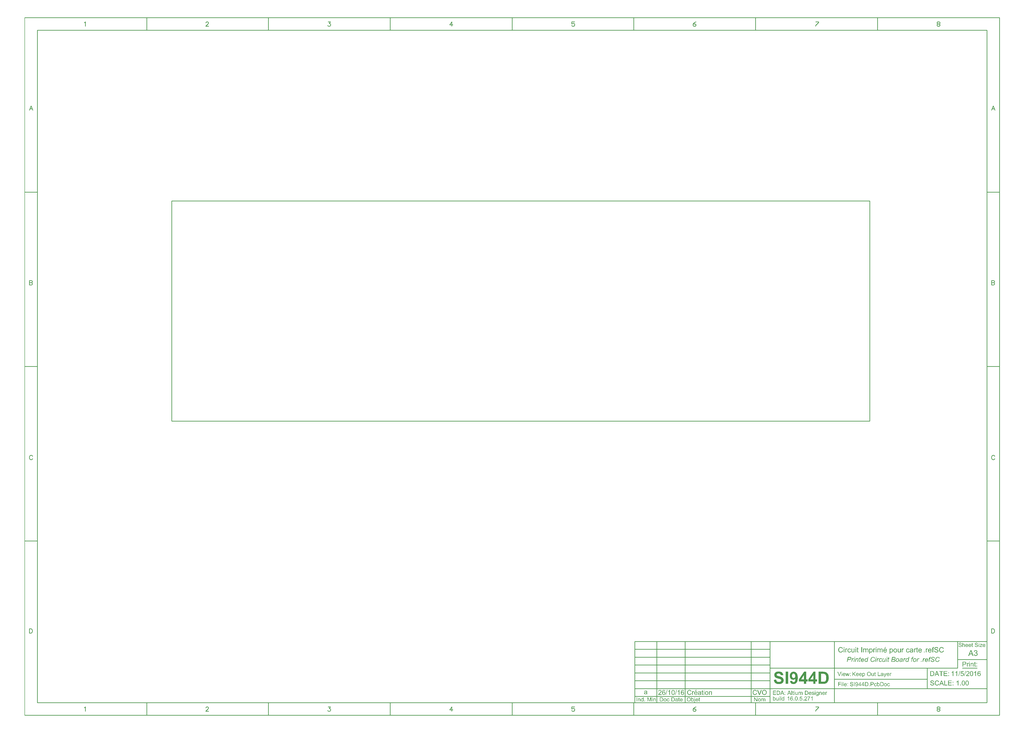
<source format=gko>
G04 Layer_Color=16711935*
%FSLAX25Y25*%
%MOIN*%
G70*
G01*
G75*
%ADD10C,0.01000*%
%ADD104C,0.00500*%
G36*
X1263962Y-373636D02*
X1263171D01*
Y-372738D01*
X1263962D01*
Y-373636D01*
D02*
G37*
G36*
X1259687Y-372640D02*
X1259755D01*
X1259921Y-372660D01*
X1260116Y-372689D01*
X1260331Y-372728D01*
X1260546Y-372786D01*
X1260751Y-372865D01*
X1260760D01*
X1260770Y-372874D01*
X1260800Y-372884D01*
X1260839Y-372904D01*
X1260936Y-372962D01*
X1261063Y-373030D01*
X1261200Y-373128D01*
X1261336Y-373245D01*
X1261473Y-373382D01*
X1261590Y-373538D01*
X1261600Y-373557D01*
X1261639Y-373616D01*
X1261688Y-373714D01*
X1261736Y-373831D01*
X1261795Y-373977D01*
X1261854Y-374153D01*
X1261893Y-374338D01*
X1261912Y-374543D01*
X1261102Y-374602D01*
Y-374592D01*
Y-374573D01*
X1261092Y-374543D01*
X1261083Y-374504D01*
X1261063Y-374397D01*
X1261024Y-374260D01*
X1260966Y-374114D01*
X1260887Y-373967D01*
X1260780Y-373821D01*
X1260653Y-373694D01*
X1260634Y-373684D01*
X1260585Y-373645D01*
X1260497Y-373597D01*
X1260380Y-373538D01*
X1260224Y-373479D01*
X1260028Y-373431D01*
X1259804Y-373392D01*
X1259540Y-373382D01*
X1259414D01*
X1259355Y-373392D01*
X1259277D01*
X1259111Y-373421D01*
X1258926Y-373450D01*
X1258740Y-373499D01*
X1258564Y-373567D01*
X1258486Y-373616D01*
X1258418Y-373665D01*
X1258408Y-373675D01*
X1258369Y-373714D01*
X1258311Y-373772D01*
X1258252Y-373860D01*
X1258184Y-373958D01*
X1258135Y-374075D01*
X1258096Y-374202D01*
X1258076Y-374348D01*
Y-374368D01*
Y-374407D01*
X1258086Y-374475D01*
X1258106Y-374553D01*
X1258135Y-374641D01*
X1258184Y-374739D01*
X1258242Y-374826D01*
X1258321Y-374914D01*
X1258330Y-374924D01*
X1258379Y-374953D01*
X1258408Y-374973D01*
X1258447Y-375002D01*
X1258506Y-375022D01*
X1258574Y-375051D01*
X1258652Y-375090D01*
X1258740Y-375129D01*
X1258838Y-375158D01*
X1258955Y-375197D01*
X1259091Y-375246D01*
X1259238Y-375285D01*
X1259404Y-375324D01*
X1259589Y-375373D01*
X1259599D01*
X1259638Y-375383D01*
X1259687Y-375392D01*
X1259755Y-375412D01*
X1259843Y-375431D01*
X1259941Y-375461D01*
X1260155Y-375510D01*
X1260390Y-375578D01*
X1260624Y-375646D01*
X1260741Y-375675D01*
X1260839Y-375714D01*
X1260936Y-375753D01*
X1261014Y-375783D01*
X1261024D01*
X1261043Y-375793D01*
X1261063Y-375812D01*
X1261102Y-375832D01*
X1261200Y-375890D01*
X1261327Y-375958D01*
X1261463Y-376056D01*
X1261600Y-376173D01*
X1261727Y-376300D01*
X1261834Y-376437D01*
X1261844Y-376456D01*
X1261873Y-376505D01*
X1261922Y-376583D01*
X1261971Y-376700D01*
X1262020Y-376827D01*
X1262068Y-376983D01*
X1262098Y-377159D01*
X1262107Y-377344D01*
Y-377354D01*
Y-377364D01*
Y-377393D01*
Y-377432D01*
X1262088Y-377530D01*
X1262068Y-377657D01*
X1262039Y-377803D01*
X1261981Y-377969D01*
X1261912Y-378145D01*
X1261815Y-378311D01*
X1261805Y-378330D01*
X1261756Y-378389D01*
X1261697Y-378467D01*
X1261600Y-378564D01*
X1261483Y-378681D01*
X1261336Y-378799D01*
X1261161Y-378906D01*
X1260966Y-379013D01*
X1260956D01*
X1260936Y-379023D01*
X1260907Y-379033D01*
X1260868Y-379052D01*
X1260819Y-379072D01*
X1260760Y-379091D01*
X1260604Y-379131D01*
X1260429Y-379179D01*
X1260214Y-379218D01*
X1259989Y-379248D01*
X1259736Y-379257D01*
X1259589D01*
X1259521Y-379248D01*
X1259433D01*
X1259336Y-379238D01*
X1259228Y-379228D01*
X1259004Y-379199D01*
X1258760Y-379150D01*
X1258516Y-379091D01*
X1258282Y-379013D01*
X1258272D01*
X1258252Y-379004D01*
X1258223Y-378984D01*
X1258184Y-378965D01*
X1258076Y-378906D01*
X1257950Y-378818D01*
X1257793Y-378711D01*
X1257647Y-378584D01*
X1257491Y-378428D01*
X1257354Y-378252D01*
Y-378242D01*
X1257345Y-378233D01*
X1257325Y-378203D01*
X1257306Y-378164D01*
X1257276Y-378115D01*
X1257247Y-378057D01*
X1257188Y-377910D01*
X1257130Y-377745D01*
X1257071Y-377540D01*
X1257032Y-377325D01*
X1257013Y-377091D01*
X1257813Y-377022D01*
Y-377032D01*
Y-377042D01*
X1257823Y-377100D01*
X1257842Y-377188D01*
X1257862Y-377305D01*
X1257901Y-377432D01*
X1257940Y-377569D01*
X1257998Y-377696D01*
X1258067Y-377823D01*
X1258076Y-377832D01*
X1258106Y-377871D01*
X1258155Y-377930D01*
X1258233Y-377998D01*
X1258321Y-378076D01*
X1258428Y-378164D01*
X1258564Y-378242D01*
X1258711Y-378320D01*
X1258721D01*
X1258730Y-378330D01*
X1258789Y-378350D01*
X1258877Y-378379D01*
X1259004Y-378408D01*
X1259140Y-378447D01*
X1259316Y-378477D01*
X1259501Y-378496D01*
X1259697Y-378506D01*
X1259775D01*
X1259872Y-378496D01*
X1259980Y-378486D01*
X1260116Y-378477D01*
X1260253Y-378447D01*
X1260399Y-378418D01*
X1260546Y-378369D01*
X1260565Y-378359D01*
X1260604Y-378340D01*
X1260673Y-378311D01*
X1260751Y-378262D01*
X1260848Y-378203D01*
X1260936Y-378135D01*
X1261024Y-378057D01*
X1261102Y-377969D01*
X1261112Y-377959D01*
X1261131Y-377920D01*
X1261161Y-377871D01*
X1261200Y-377803D01*
X1261229Y-377725D01*
X1261258Y-377627D01*
X1261278Y-377530D01*
X1261287Y-377422D01*
Y-377413D01*
Y-377374D01*
X1261278Y-377315D01*
X1261268Y-377247D01*
X1261248Y-377159D01*
X1261209Y-377071D01*
X1261170Y-376983D01*
X1261112Y-376895D01*
X1261102Y-376886D01*
X1261083Y-376856D01*
X1261034Y-376817D01*
X1260975Y-376759D01*
X1260897Y-376700D01*
X1260800Y-376642D01*
X1260673Y-376573D01*
X1260536Y-376515D01*
X1260526Y-376505D01*
X1260487Y-376495D01*
X1260409Y-376476D01*
X1260360Y-376456D01*
X1260302Y-376437D01*
X1260224Y-376417D01*
X1260146Y-376398D01*
X1260048Y-376368D01*
X1259950Y-376339D01*
X1259833Y-376310D01*
X1259697Y-376281D01*
X1259550Y-376241D01*
X1259394Y-376203D01*
X1259384D01*
X1259355Y-376193D01*
X1259306Y-376183D01*
X1259248Y-376163D01*
X1259179Y-376144D01*
X1259101Y-376124D01*
X1258916Y-376076D01*
X1258711Y-376007D01*
X1258506Y-375939D01*
X1258321Y-375871D01*
X1258233Y-375841D01*
X1258164Y-375802D01*
X1258155D01*
X1258145Y-375793D01*
X1258086Y-375753D01*
X1258008Y-375705D01*
X1257911Y-375636D01*
X1257793Y-375549D01*
X1257686Y-375451D01*
X1257579Y-375334D01*
X1257481Y-375207D01*
X1257471Y-375187D01*
X1257442Y-375139D01*
X1257413Y-375070D01*
X1257374Y-374973D01*
X1257325Y-374856D01*
X1257296Y-374719D01*
X1257266Y-374563D01*
X1257257Y-374407D01*
Y-374397D01*
Y-374387D01*
Y-374358D01*
Y-374319D01*
X1257276Y-374231D01*
X1257296Y-374114D01*
X1257325Y-373967D01*
X1257374Y-373821D01*
X1257442Y-373655D01*
X1257530Y-373499D01*
Y-373489D01*
X1257540Y-373479D01*
X1257579Y-373431D01*
X1257647Y-373353D01*
X1257735Y-373255D01*
X1257842Y-373157D01*
X1257979Y-373050D01*
X1258145Y-372943D01*
X1258330Y-372855D01*
X1258340D01*
X1258350Y-372845D01*
X1258379Y-372835D01*
X1258428Y-372816D01*
X1258477Y-372806D01*
X1258535Y-372786D01*
X1258672Y-372738D01*
X1258848Y-372699D01*
X1259043Y-372669D01*
X1259267Y-372640D01*
X1259501Y-372630D01*
X1259619D01*
X1259687Y-372640D01*
D02*
G37*
G36*
X1233803D02*
X1233872D01*
X1234038Y-372660D01*
X1234233Y-372689D01*
X1234447Y-372728D01*
X1234662Y-372786D01*
X1234867Y-372865D01*
X1234877D01*
X1234887Y-372874D01*
X1234916Y-372884D01*
X1234955Y-372904D01*
X1235053Y-372962D01*
X1235180Y-373030D01*
X1235316Y-373128D01*
X1235453Y-373245D01*
X1235590Y-373382D01*
X1235707Y-373538D01*
X1235716Y-373557D01*
X1235755Y-373616D01*
X1235804Y-373714D01*
X1235853Y-373831D01*
X1235911Y-373977D01*
X1235970Y-374153D01*
X1236009Y-374338D01*
X1236029Y-374543D01*
X1235219Y-374602D01*
Y-374592D01*
Y-374573D01*
X1235209Y-374543D01*
X1235199Y-374504D01*
X1235180Y-374397D01*
X1235141Y-374260D01*
X1235082Y-374114D01*
X1235004Y-373967D01*
X1234896Y-373821D01*
X1234770Y-373694D01*
X1234750Y-373684D01*
X1234701Y-373645D01*
X1234614Y-373597D01*
X1234496Y-373538D01*
X1234340Y-373479D01*
X1234145Y-373431D01*
X1233920Y-373392D01*
X1233657Y-373382D01*
X1233530D01*
X1233471Y-373392D01*
X1233393D01*
X1233228Y-373421D01*
X1233042Y-373450D01*
X1232857Y-373499D01*
X1232681Y-373567D01*
X1232603Y-373616D01*
X1232535Y-373665D01*
X1232525Y-373675D01*
X1232486Y-373714D01*
X1232427Y-373772D01*
X1232369Y-373860D01*
X1232300Y-373958D01*
X1232251Y-374075D01*
X1232213Y-374202D01*
X1232193Y-374348D01*
Y-374368D01*
Y-374407D01*
X1232203Y-374475D01*
X1232222Y-374553D01*
X1232251Y-374641D01*
X1232300Y-374739D01*
X1232359Y-374826D01*
X1232437Y-374914D01*
X1232447Y-374924D01*
X1232495Y-374953D01*
X1232525Y-374973D01*
X1232564Y-375002D01*
X1232622Y-375022D01*
X1232691Y-375051D01*
X1232769Y-375090D01*
X1232857Y-375129D01*
X1232954Y-375158D01*
X1233071Y-375197D01*
X1233208Y-375246D01*
X1233354Y-375285D01*
X1233520Y-375324D01*
X1233706Y-375373D01*
X1233716D01*
X1233755Y-375383D01*
X1233803Y-375392D01*
X1233872Y-375412D01*
X1233959Y-375431D01*
X1234057Y-375461D01*
X1234272Y-375510D01*
X1234506Y-375578D01*
X1234740Y-375646D01*
X1234857Y-375675D01*
X1234955Y-375714D01*
X1235053Y-375753D01*
X1235131Y-375783D01*
X1235141D01*
X1235160Y-375793D01*
X1235180Y-375812D01*
X1235219Y-375832D01*
X1235316Y-375890D01*
X1235443Y-375958D01*
X1235580Y-376056D01*
X1235716Y-376173D01*
X1235843Y-376300D01*
X1235951Y-376437D01*
X1235960Y-376456D01*
X1235990Y-376505D01*
X1236038Y-376583D01*
X1236087Y-376700D01*
X1236136Y-376827D01*
X1236185Y-376983D01*
X1236214Y-377159D01*
X1236224Y-377344D01*
Y-377354D01*
Y-377364D01*
Y-377393D01*
Y-377432D01*
X1236204Y-377530D01*
X1236185Y-377657D01*
X1236156Y-377803D01*
X1236097Y-377969D01*
X1236029Y-378145D01*
X1235931Y-378311D01*
X1235921Y-378330D01*
X1235872Y-378389D01*
X1235814Y-378467D01*
X1235716Y-378564D01*
X1235599Y-378681D01*
X1235453Y-378799D01*
X1235277Y-378906D01*
X1235082Y-379013D01*
X1235072D01*
X1235053Y-379023D01*
X1235023Y-379033D01*
X1234984Y-379052D01*
X1234935Y-379072D01*
X1234877Y-379091D01*
X1234721Y-379131D01*
X1234545Y-379179D01*
X1234330Y-379218D01*
X1234106Y-379248D01*
X1233852Y-379257D01*
X1233706D01*
X1233637Y-379248D01*
X1233550D01*
X1233452Y-379238D01*
X1233345Y-379228D01*
X1233120Y-379199D01*
X1232876Y-379150D01*
X1232632Y-379091D01*
X1232398Y-379013D01*
X1232388D01*
X1232369Y-379004D01*
X1232339Y-378984D01*
X1232300Y-378965D01*
X1232193Y-378906D01*
X1232066Y-378818D01*
X1231910Y-378711D01*
X1231763Y-378584D01*
X1231607Y-378428D01*
X1231471Y-378252D01*
Y-378242D01*
X1231461Y-378233D01*
X1231441Y-378203D01*
X1231422Y-378164D01*
X1231393Y-378115D01*
X1231363Y-378057D01*
X1231305Y-377910D01*
X1231246Y-377745D01*
X1231188Y-377540D01*
X1231149Y-377325D01*
X1231129Y-377091D01*
X1231929Y-377022D01*
Y-377032D01*
Y-377042D01*
X1231939Y-377100D01*
X1231959Y-377188D01*
X1231978Y-377305D01*
X1232017Y-377432D01*
X1232056Y-377569D01*
X1232115Y-377696D01*
X1232183Y-377823D01*
X1232193Y-377832D01*
X1232222Y-377871D01*
X1232271Y-377930D01*
X1232349Y-377998D01*
X1232437Y-378076D01*
X1232544Y-378164D01*
X1232681Y-378242D01*
X1232827Y-378320D01*
X1232837D01*
X1232847Y-378330D01*
X1232905Y-378350D01*
X1232993Y-378379D01*
X1233120Y-378408D01*
X1233257Y-378447D01*
X1233432Y-378477D01*
X1233618Y-378496D01*
X1233813Y-378506D01*
X1233891D01*
X1233989Y-378496D01*
X1234096Y-378486D01*
X1234233Y-378477D01*
X1234369Y-378447D01*
X1234516Y-378418D01*
X1234662Y-378369D01*
X1234682Y-378359D01*
X1234721Y-378340D01*
X1234789Y-378311D01*
X1234867Y-378262D01*
X1234965Y-378203D01*
X1235053Y-378135D01*
X1235141Y-378057D01*
X1235219Y-377969D01*
X1235228Y-377959D01*
X1235248Y-377920D01*
X1235277Y-377871D01*
X1235316Y-377803D01*
X1235345Y-377725D01*
X1235375Y-377627D01*
X1235394Y-377530D01*
X1235404Y-377422D01*
Y-377413D01*
Y-377374D01*
X1235394Y-377315D01*
X1235384Y-377247D01*
X1235365Y-377159D01*
X1235326Y-377071D01*
X1235287Y-376983D01*
X1235228Y-376895D01*
X1235219Y-376886D01*
X1235199Y-376856D01*
X1235150Y-376817D01*
X1235092Y-376759D01*
X1235014Y-376700D01*
X1234916Y-376642D01*
X1234789Y-376573D01*
X1234653Y-376515D01*
X1234643Y-376505D01*
X1234604Y-376495D01*
X1234526Y-376476D01*
X1234477Y-376456D01*
X1234418Y-376437D01*
X1234340Y-376417D01*
X1234262Y-376398D01*
X1234165Y-376368D01*
X1234067Y-376339D01*
X1233950Y-376310D01*
X1233813Y-376281D01*
X1233667Y-376241D01*
X1233511Y-376203D01*
X1233501D01*
X1233471Y-376193D01*
X1233423Y-376183D01*
X1233364Y-376163D01*
X1233296Y-376144D01*
X1233218Y-376124D01*
X1233032Y-376076D01*
X1232827Y-376007D01*
X1232622Y-375939D01*
X1232437Y-375871D01*
X1232349Y-375841D01*
X1232281Y-375802D01*
X1232271D01*
X1232261Y-375793D01*
X1232203Y-375753D01*
X1232125Y-375705D01*
X1232027Y-375636D01*
X1231910Y-375549D01*
X1231803Y-375451D01*
X1231695Y-375334D01*
X1231598Y-375207D01*
X1231588Y-375187D01*
X1231559Y-375139D01*
X1231529Y-375070D01*
X1231490Y-374973D01*
X1231441Y-374856D01*
X1231412Y-374719D01*
X1231383Y-374563D01*
X1231373Y-374407D01*
Y-374397D01*
Y-374387D01*
Y-374358D01*
Y-374319D01*
X1231393Y-374231D01*
X1231412Y-374114D01*
X1231441Y-373967D01*
X1231490Y-373821D01*
X1231559Y-373655D01*
X1231646Y-373499D01*
Y-373489D01*
X1231656Y-373479D01*
X1231695Y-373431D01*
X1231763Y-373353D01*
X1231851Y-373255D01*
X1231959Y-373157D01*
X1232095Y-373050D01*
X1232261Y-372943D01*
X1232447Y-372855D01*
X1232456D01*
X1232466Y-372845D01*
X1232495Y-372835D01*
X1232544Y-372816D01*
X1232593Y-372806D01*
X1232652Y-372786D01*
X1232788Y-372738D01*
X1232964Y-372699D01*
X1233159Y-372669D01*
X1233384Y-372640D01*
X1233618Y-372630D01*
X1233735D01*
X1233803Y-372640D01*
D02*
G37*
G36*
X1268705Y-375022D02*
X1266187Y-377979D01*
X1265699Y-378525D01*
X1265748D01*
X1265787Y-378516D01*
X1265894Y-378506D01*
X1266021Y-378496D01*
X1266177D01*
X1266343Y-378486D01*
X1266695Y-378477D01*
X1268842D01*
Y-379150D01*
X1264733D01*
Y-378516D01*
X1267690Y-375109D01*
X1267602D01*
X1267514Y-375119D01*
X1267387D01*
X1267251Y-375129D01*
X1267105D01*
X1266948Y-375139D01*
X1264909D01*
Y-374504D01*
X1268705D01*
Y-375022D01*
D02*
G37*
G36*
X1263962Y-379150D02*
X1263171D01*
Y-374504D01*
X1263962D01*
Y-379150D01*
D02*
G37*
G36*
X1238068Y-375031D02*
X1238078Y-375022D01*
X1238098Y-375002D01*
X1238127Y-374973D01*
X1238166Y-374934D01*
X1238225Y-374885D01*
X1238283Y-374826D01*
X1238361Y-374778D01*
X1238449Y-374709D01*
X1238547Y-374651D01*
X1238644Y-374602D01*
X1238888Y-374495D01*
X1239015Y-374455D01*
X1239152Y-374426D01*
X1239298Y-374407D01*
X1239454Y-374397D01*
X1239542D01*
X1239640Y-374407D01*
X1239757Y-374426D01*
X1239894Y-374446D01*
X1240040Y-374485D01*
X1240196Y-374534D01*
X1240343Y-374602D01*
X1240362Y-374612D01*
X1240401Y-374641D01*
X1240469Y-374690D01*
X1240557Y-374748D01*
X1240645Y-374826D01*
X1240733Y-374924D01*
X1240821Y-375041D01*
X1240889Y-375168D01*
X1240899Y-375187D01*
X1240918Y-375236D01*
X1240938Y-375314D01*
X1240977Y-375431D01*
X1241006Y-375578D01*
X1241026Y-375763D01*
X1241045Y-375968D01*
X1241055Y-376212D01*
Y-379150D01*
X1240265D01*
Y-376203D01*
Y-376193D01*
Y-376173D01*
Y-376144D01*
Y-376105D01*
X1240255Y-376007D01*
X1240235Y-375871D01*
X1240196Y-375734D01*
X1240157Y-375597D01*
X1240089Y-375461D01*
X1240001Y-375344D01*
X1239991Y-375334D01*
X1239952Y-375305D01*
X1239894Y-375256D01*
X1239816Y-375207D01*
X1239718Y-375158D01*
X1239591Y-375109D01*
X1239454Y-375080D01*
X1239289Y-375070D01*
X1239230D01*
X1239162Y-375080D01*
X1239074Y-375090D01*
X1238976Y-375119D01*
X1238859Y-375148D01*
X1238742Y-375197D01*
X1238625Y-375256D01*
X1238615Y-375266D01*
X1238576Y-375285D01*
X1238527Y-375334D01*
X1238459Y-375383D01*
X1238391Y-375461D01*
X1238313Y-375539D01*
X1238254Y-375646D01*
X1238195Y-375753D01*
X1238186Y-375763D01*
X1238176Y-375812D01*
X1238156Y-375880D01*
X1238137Y-375978D01*
X1238107Y-376105D01*
X1238088Y-376251D01*
X1238078Y-376417D01*
X1238068Y-376612D01*
Y-379150D01*
X1237278D01*
Y-372738D01*
X1238068D01*
Y-375031D01*
D02*
G37*
G36*
X1253138Y-374504D02*
X1253928D01*
Y-375119D01*
X1253138D01*
Y-377842D01*
Y-377852D01*
Y-377891D01*
Y-377950D01*
X1253148Y-378018D01*
X1253158Y-378164D01*
X1253167Y-378223D01*
X1253177Y-378272D01*
X1253187Y-378291D01*
X1253206Y-378330D01*
X1253245Y-378379D01*
X1253304Y-378428D01*
X1253323Y-378437D01*
X1253372Y-378447D01*
X1253460Y-378467D01*
X1253577Y-378477D01*
X1253675D01*
X1253724Y-378467D01*
X1253782D01*
X1253928Y-378447D01*
X1254036Y-379140D01*
X1254016D01*
X1253977Y-379150D01*
X1253919Y-379160D01*
X1253831Y-379170D01*
X1253743Y-379189D01*
X1253645Y-379199D01*
X1253440Y-379209D01*
X1253372D01*
X1253294Y-379199D01*
X1253197Y-379189D01*
X1253089Y-379179D01*
X1252972Y-379150D01*
X1252865Y-379121D01*
X1252767Y-379082D01*
X1252757Y-379072D01*
X1252728Y-379052D01*
X1252689Y-379023D01*
X1252640Y-378984D01*
X1252582Y-378935D01*
X1252533Y-378877D01*
X1252474Y-378808D01*
X1252435Y-378730D01*
Y-378721D01*
X1252425Y-378681D01*
X1252406Y-378623D01*
X1252396Y-378525D01*
X1252377Y-378398D01*
X1252367Y-378330D01*
X1252357Y-378242D01*
Y-378145D01*
X1252347Y-378037D01*
Y-377920D01*
Y-377793D01*
Y-375119D01*
X1251762D01*
Y-374504D01*
X1252347D01*
Y-373362D01*
X1253138Y-372884D01*
Y-374504D01*
D02*
G37*
G36*
X1271692Y-374407D02*
X1271770Y-374416D01*
X1271867Y-374426D01*
X1271965Y-374446D01*
X1272082Y-374475D01*
X1272316Y-374553D01*
X1272443Y-374602D01*
X1272570Y-374670D01*
X1272697Y-374739D01*
X1272824Y-374826D01*
X1272941Y-374924D01*
X1273058Y-375041D01*
X1273068Y-375051D01*
X1273087Y-375070D01*
X1273117Y-375109D01*
X1273156Y-375158D01*
X1273195Y-375226D01*
X1273244Y-375305D01*
X1273302Y-375392D01*
X1273361Y-375500D01*
X1273409Y-375627D01*
X1273468Y-375753D01*
X1273517Y-375900D01*
X1273566Y-376066D01*
X1273595Y-376232D01*
X1273624Y-376417D01*
X1273644Y-376612D01*
X1273653Y-376827D01*
Y-376837D01*
Y-376876D01*
Y-376944D01*
X1273644Y-377032D01*
X1270189D01*
Y-377042D01*
Y-377061D01*
X1270198Y-377110D01*
Y-377159D01*
X1270208Y-377227D01*
X1270218Y-377296D01*
X1270257Y-377471D01*
X1270315Y-377657D01*
X1270384Y-377852D01*
X1270491Y-378047D01*
X1270618Y-378213D01*
X1270638Y-378233D01*
X1270686Y-378272D01*
X1270774Y-378340D01*
X1270882Y-378408D01*
X1271028Y-378486D01*
X1271194Y-378555D01*
X1271379Y-378594D01*
X1271584Y-378613D01*
X1271662D01*
X1271741Y-378603D01*
X1271838Y-378584D01*
X1271955Y-378555D01*
X1272082Y-378516D01*
X1272209Y-378467D01*
X1272326Y-378389D01*
X1272336Y-378379D01*
X1272375Y-378340D01*
X1272433Y-378291D01*
X1272502Y-378203D01*
X1272580Y-378106D01*
X1272658Y-377979D01*
X1272736Y-377823D01*
X1272814Y-377647D01*
X1273624Y-377754D01*
Y-377764D01*
X1273614Y-377784D01*
X1273605Y-377823D01*
X1273585Y-377871D01*
X1273566Y-377930D01*
X1273536Y-377998D01*
X1273458Y-378164D01*
X1273361Y-378340D01*
X1273244Y-378525D01*
X1273087Y-378711D01*
X1272912Y-378867D01*
X1272902D01*
X1272892Y-378887D01*
X1272863Y-378906D01*
X1272814Y-378925D01*
X1272765Y-378955D01*
X1272707Y-378994D01*
X1272638Y-379023D01*
X1272551Y-379062D01*
X1272365Y-379131D01*
X1272131Y-379199D01*
X1271877Y-379238D01*
X1271584Y-379257D01*
X1271487D01*
X1271418Y-379248D01*
X1271331Y-379238D01*
X1271233Y-379228D01*
X1271126Y-379209D01*
X1270999Y-379179D01*
X1270745Y-379101D01*
X1270608Y-379052D01*
X1270481Y-378994D01*
X1270345Y-378925D01*
X1270218Y-378838D01*
X1270091Y-378740D01*
X1269974Y-378633D01*
X1269964Y-378623D01*
X1269945Y-378603D01*
X1269915Y-378564D01*
X1269886Y-378516D01*
X1269837Y-378457D01*
X1269788Y-378379D01*
X1269730Y-378281D01*
X1269681Y-378174D01*
X1269623Y-378057D01*
X1269564Y-377930D01*
X1269515Y-377784D01*
X1269476Y-377627D01*
X1269437Y-377462D01*
X1269408Y-377276D01*
X1269388Y-377081D01*
X1269379Y-376876D01*
Y-376866D01*
Y-376827D01*
Y-376759D01*
X1269388Y-376681D01*
X1269398Y-376583D01*
X1269408Y-376466D01*
X1269427Y-376339D01*
X1269457Y-376203D01*
X1269525Y-375910D01*
X1269574Y-375763D01*
X1269632Y-375607D01*
X1269701Y-375461D01*
X1269779Y-375314D01*
X1269867Y-375178D01*
X1269974Y-375051D01*
X1269984Y-375041D01*
X1270003Y-375022D01*
X1270033Y-374992D01*
X1270081Y-374943D01*
X1270140Y-374895D01*
X1270218Y-374846D01*
X1270296Y-374787D01*
X1270394Y-374719D01*
X1270501Y-374660D01*
X1270618Y-374602D01*
X1270745Y-374553D01*
X1270891Y-374495D01*
X1271038Y-374455D01*
X1271194Y-374426D01*
X1271360Y-374407D01*
X1271535Y-374397D01*
X1271623D01*
X1271692Y-374407D01*
D02*
G37*
G36*
X1249292D02*
X1249371Y-374416D01*
X1249468Y-374426D01*
X1249566Y-374446D01*
X1249683Y-374475D01*
X1249917Y-374553D01*
X1250044Y-374602D01*
X1250171Y-374670D01*
X1250298Y-374739D01*
X1250425Y-374826D01*
X1250542Y-374924D01*
X1250659Y-375041D01*
X1250669Y-375051D01*
X1250688Y-375070D01*
X1250717Y-375109D01*
X1250756Y-375158D01*
X1250795Y-375226D01*
X1250844Y-375305D01*
X1250903Y-375392D01*
X1250961Y-375500D01*
X1251010Y-375627D01*
X1251069Y-375753D01*
X1251118Y-375900D01*
X1251166Y-376066D01*
X1251196Y-376232D01*
X1251225Y-376417D01*
X1251245Y-376612D01*
X1251254Y-376827D01*
Y-376837D01*
Y-376876D01*
Y-376944D01*
X1251245Y-377032D01*
X1247789D01*
Y-377042D01*
Y-377061D01*
X1247799Y-377110D01*
Y-377159D01*
X1247809Y-377227D01*
X1247819Y-377296D01*
X1247858Y-377471D01*
X1247916Y-377657D01*
X1247985Y-377852D01*
X1248092Y-378047D01*
X1248219Y-378213D01*
X1248238Y-378233D01*
X1248287Y-378272D01*
X1248375Y-378340D01*
X1248482Y-378408D01*
X1248629Y-378486D01*
X1248795Y-378555D01*
X1248980Y-378594D01*
X1249185Y-378613D01*
X1249263D01*
X1249341Y-378603D01*
X1249439Y-378584D01*
X1249556Y-378555D01*
X1249683Y-378516D01*
X1249810Y-378467D01*
X1249927Y-378389D01*
X1249937Y-378379D01*
X1249976Y-378340D01*
X1250034Y-378291D01*
X1250103Y-378203D01*
X1250181Y-378106D01*
X1250259Y-377979D01*
X1250337Y-377823D01*
X1250415Y-377647D01*
X1251225Y-377754D01*
Y-377764D01*
X1251215Y-377784D01*
X1251206Y-377823D01*
X1251186Y-377871D01*
X1251166Y-377930D01*
X1251137Y-377998D01*
X1251059Y-378164D01*
X1250961Y-378340D01*
X1250844Y-378525D01*
X1250688Y-378711D01*
X1250513Y-378867D01*
X1250503D01*
X1250493Y-378887D01*
X1250464Y-378906D01*
X1250415Y-378925D01*
X1250366Y-378955D01*
X1250307Y-378994D01*
X1250239Y-379023D01*
X1250151Y-379062D01*
X1249966Y-379131D01*
X1249732Y-379199D01*
X1249478Y-379238D01*
X1249185Y-379257D01*
X1249088D01*
X1249019Y-379248D01*
X1248931Y-379238D01*
X1248834Y-379228D01*
X1248726Y-379209D01*
X1248600Y-379179D01*
X1248346Y-379101D01*
X1248209Y-379052D01*
X1248082Y-378994D01*
X1247946Y-378925D01*
X1247819Y-378838D01*
X1247692Y-378740D01*
X1247575Y-378633D01*
X1247565Y-378623D01*
X1247545Y-378603D01*
X1247516Y-378564D01*
X1247487Y-378516D01*
X1247438Y-378457D01*
X1247389Y-378379D01*
X1247331Y-378281D01*
X1247282Y-378174D01*
X1247223Y-378057D01*
X1247165Y-377930D01*
X1247116Y-377784D01*
X1247077Y-377627D01*
X1247038Y-377462D01*
X1247009Y-377276D01*
X1246989Y-377081D01*
X1246979Y-376876D01*
Y-376866D01*
Y-376827D01*
Y-376759D01*
X1246989Y-376681D01*
X1246999Y-376583D01*
X1247009Y-376466D01*
X1247028Y-376339D01*
X1247058Y-376203D01*
X1247126Y-375910D01*
X1247175Y-375763D01*
X1247233Y-375607D01*
X1247301Y-375461D01*
X1247379Y-375314D01*
X1247467Y-375178D01*
X1247575Y-375051D01*
X1247585Y-375041D01*
X1247604Y-375022D01*
X1247633Y-374992D01*
X1247682Y-374943D01*
X1247741Y-374895D01*
X1247819Y-374846D01*
X1247897Y-374787D01*
X1247994Y-374719D01*
X1248102Y-374660D01*
X1248219Y-374602D01*
X1248346Y-374553D01*
X1248492Y-374495D01*
X1248639Y-374455D01*
X1248795Y-374426D01*
X1248961Y-374407D01*
X1249136Y-374397D01*
X1249224D01*
X1249292Y-374407D01*
D02*
G37*
G36*
X1244315D02*
X1244393Y-374416D01*
X1244491Y-374426D01*
X1244588Y-374446D01*
X1244705Y-374475D01*
X1244940Y-374553D01*
X1245066Y-374602D01*
X1245193Y-374670D01*
X1245320Y-374739D01*
X1245447Y-374826D01*
X1245564Y-374924D01*
X1245681Y-375041D01*
X1245691Y-375051D01*
X1245711Y-375070D01*
X1245740Y-375109D01*
X1245779Y-375158D01*
X1245818Y-375226D01*
X1245867Y-375305D01*
X1245925Y-375392D01*
X1245984Y-375500D01*
X1246033Y-375627D01*
X1246091Y-375753D01*
X1246140Y-375900D01*
X1246189Y-376066D01*
X1246218Y-376232D01*
X1246247Y-376417D01*
X1246267Y-376612D01*
X1246277Y-376827D01*
Y-376837D01*
Y-376876D01*
Y-376944D01*
X1246267Y-377032D01*
X1242812D01*
Y-377042D01*
Y-377061D01*
X1242822Y-377110D01*
Y-377159D01*
X1242831Y-377227D01*
X1242841Y-377296D01*
X1242880Y-377471D01*
X1242939Y-377657D01*
X1243007Y-377852D01*
X1243114Y-378047D01*
X1243241Y-378213D01*
X1243261Y-378233D01*
X1243310Y-378272D01*
X1243398Y-378340D01*
X1243505Y-378408D01*
X1243651Y-378486D01*
X1243817Y-378555D01*
X1244003Y-378594D01*
X1244207Y-378613D01*
X1244286D01*
X1244364Y-378603D01*
X1244461Y-378584D01*
X1244578Y-378555D01*
X1244705Y-378516D01*
X1244832Y-378467D01*
X1244949Y-378389D01*
X1244959Y-378379D01*
X1244998Y-378340D01*
X1245057Y-378291D01*
X1245125Y-378203D01*
X1245203Y-378106D01*
X1245281Y-377979D01*
X1245359Y-377823D01*
X1245437Y-377647D01*
X1246247Y-377754D01*
Y-377764D01*
X1246238Y-377784D01*
X1246228Y-377823D01*
X1246208Y-377871D01*
X1246189Y-377930D01*
X1246159Y-377998D01*
X1246082Y-378164D01*
X1245984Y-378340D01*
X1245867Y-378525D01*
X1245711Y-378711D01*
X1245535Y-378867D01*
X1245525D01*
X1245515Y-378887D01*
X1245486Y-378906D01*
X1245437Y-378925D01*
X1245389Y-378955D01*
X1245330Y-378994D01*
X1245262Y-379023D01*
X1245174Y-379062D01*
X1244988Y-379131D01*
X1244754Y-379199D01*
X1244500Y-379238D01*
X1244207Y-379257D01*
X1244110D01*
X1244042Y-379248D01*
X1243954Y-379238D01*
X1243856Y-379228D01*
X1243749Y-379209D01*
X1243622Y-379179D01*
X1243368Y-379101D01*
X1243231Y-379052D01*
X1243105Y-378994D01*
X1242968Y-378925D01*
X1242841Y-378838D01*
X1242714Y-378740D01*
X1242597Y-378633D01*
X1242587Y-378623D01*
X1242568Y-378603D01*
X1242539Y-378564D01*
X1242509Y-378516D01*
X1242461Y-378457D01*
X1242412Y-378379D01*
X1242353Y-378281D01*
X1242304Y-378174D01*
X1242246Y-378057D01*
X1242187Y-377930D01*
X1242138Y-377784D01*
X1242099Y-377627D01*
X1242060Y-377462D01*
X1242031Y-377276D01*
X1242012Y-377081D01*
X1242002Y-376876D01*
Y-376866D01*
Y-376827D01*
Y-376759D01*
X1242012Y-376681D01*
X1242021Y-376583D01*
X1242031Y-376466D01*
X1242051Y-376339D01*
X1242080Y-376203D01*
X1242148Y-375910D01*
X1242197Y-375763D01*
X1242255Y-375607D01*
X1242324Y-375461D01*
X1242402Y-375314D01*
X1242490Y-375178D01*
X1242597Y-375051D01*
X1242607Y-375041D01*
X1242626Y-375022D01*
X1242656Y-374992D01*
X1242704Y-374943D01*
X1242763Y-374895D01*
X1242841Y-374846D01*
X1242919Y-374787D01*
X1243017Y-374719D01*
X1243124Y-374660D01*
X1243241Y-374602D01*
X1243368Y-374553D01*
X1243515Y-374495D01*
X1243661Y-374455D01*
X1243817Y-374426D01*
X1243983Y-374407D01*
X1244159Y-374397D01*
X1244247D01*
X1244315Y-374407D01*
D02*
G37*
G36*
X1191611Y-379436D02*
X1191751Y-379449D01*
X1191916Y-379474D01*
X1192093Y-379499D01*
X1192284Y-379537D01*
X1192131Y-380426D01*
X1192118D01*
X1192080Y-380413D01*
X1192017Y-380400D01*
X1191941Y-380387D01*
X1191839D01*
X1191738Y-380375D01*
X1191522Y-380362D01*
X1191446D01*
X1191370Y-380375D01*
X1191268Y-380387D01*
X1191167Y-380413D01*
X1191053Y-380451D01*
X1190951Y-380502D01*
X1190862Y-380565D01*
X1190849Y-380578D01*
X1190837Y-380603D01*
X1190799Y-380654D01*
X1190773Y-380730D01*
X1190735Y-380832D01*
X1190697Y-380971D01*
X1190685Y-381123D01*
X1190672Y-381314D01*
Y-381860D01*
X1191852D01*
Y-382659D01*
X1190685D01*
Y-387900D01*
X1189657D01*
Y-382659D01*
X1188756D01*
Y-381860D01*
X1189657D01*
Y-381225D01*
Y-381212D01*
Y-381200D01*
Y-381123D01*
X1189669Y-381022D01*
Y-380882D01*
X1189682Y-380743D01*
X1189707Y-380591D01*
X1189733Y-380451D01*
X1189771Y-380324D01*
X1189784Y-380311D01*
X1189796Y-380261D01*
X1189834Y-380185D01*
X1189885Y-380096D01*
X1189961Y-379981D01*
X1190050Y-379880D01*
X1190152Y-379778D01*
X1190279Y-379677D01*
X1190291Y-379664D01*
X1190355Y-379639D01*
X1190431Y-379601D01*
X1190558Y-379550D01*
X1190697Y-379499D01*
X1190888Y-379461D01*
X1191091Y-379436D01*
X1191332Y-379423D01*
X1191497D01*
X1191611Y-379436D01*
D02*
G37*
G36*
X1100588Y-380730D02*
X1099560D01*
Y-379563D01*
X1100588D01*
Y-380730D01*
D02*
G37*
G36*
X1068254D02*
X1067226D01*
Y-379563D01*
X1068254D01*
Y-380730D01*
D02*
G37*
G36*
X1049498D02*
X1048470D01*
Y-379563D01*
X1049498D01*
Y-380730D01*
D02*
G37*
G36*
X1114319Y-381111D02*
X1113468D01*
X1114230Y-379525D01*
X1115575D01*
X1114319Y-381111D01*
D02*
G37*
G36*
X1195900Y-379436D02*
X1195989D01*
X1196205Y-379461D01*
X1196459Y-379499D01*
X1196738Y-379550D01*
X1197017Y-379626D01*
X1197283Y-379728D01*
X1197296D01*
X1197309Y-379740D01*
X1197347Y-379753D01*
X1197398Y-379778D01*
X1197525Y-379854D01*
X1197689Y-379943D01*
X1197867Y-380070D01*
X1198045Y-380223D01*
X1198222Y-380400D01*
X1198375Y-380603D01*
X1198387Y-380629D01*
X1198438Y-380705D01*
X1198502Y-380832D01*
X1198565Y-380984D01*
X1198641Y-381174D01*
X1198717Y-381403D01*
X1198768Y-381644D01*
X1198794Y-381910D01*
X1197740Y-381986D01*
Y-381974D01*
Y-381948D01*
X1197727Y-381910D01*
X1197715Y-381860D01*
X1197689Y-381720D01*
X1197639Y-381542D01*
X1197563Y-381352D01*
X1197461Y-381162D01*
X1197321Y-380971D01*
X1197157Y-380806D01*
X1197131Y-380794D01*
X1197068Y-380743D01*
X1196953Y-380679D01*
X1196801Y-380603D01*
X1196598Y-380527D01*
X1196344Y-380464D01*
X1196052Y-380413D01*
X1195710Y-380400D01*
X1195545D01*
X1195469Y-380413D01*
X1195367D01*
X1195151Y-380451D01*
X1194910Y-380489D01*
X1194669Y-380553D01*
X1194441Y-380641D01*
X1194339Y-380705D01*
X1194250Y-380768D01*
X1194238Y-380781D01*
X1194187Y-380832D01*
X1194111Y-380908D01*
X1194035Y-381022D01*
X1193946Y-381149D01*
X1193882Y-381301D01*
X1193832Y-381466D01*
X1193806Y-381657D01*
Y-381682D01*
Y-381733D01*
X1193819Y-381821D01*
X1193844Y-381923D01*
X1193882Y-382037D01*
X1193946Y-382164D01*
X1194022Y-382278D01*
X1194124Y-382393D01*
X1194136Y-382405D01*
X1194200Y-382443D01*
X1194238Y-382469D01*
X1194289Y-382507D01*
X1194365Y-382532D01*
X1194454Y-382570D01*
X1194555Y-382621D01*
X1194669Y-382672D01*
X1194796Y-382710D01*
X1194948Y-382761D01*
X1195126Y-382824D01*
X1195316Y-382875D01*
X1195532Y-382926D01*
X1195773Y-382989D01*
X1195786D01*
X1195837Y-383002D01*
X1195900Y-383014D01*
X1195989Y-383040D01*
X1196103Y-383065D01*
X1196230Y-383103D01*
X1196509Y-383167D01*
X1196814Y-383256D01*
X1197118Y-383344D01*
X1197271Y-383382D01*
X1197398Y-383433D01*
X1197525Y-383484D01*
X1197626Y-383522D01*
X1197639D01*
X1197664Y-383535D01*
X1197689Y-383560D01*
X1197740Y-383585D01*
X1197867Y-383662D01*
X1198032Y-383750D01*
X1198210Y-383877D01*
X1198387Y-384030D01*
X1198552Y-384194D01*
X1198692Y-384372D01*
X1198705Y-384398D01*
X1198743Y-384461D01*
X1198806Y-384562D01*
X1198870Y-384715D01*
X1198933Y-384880D01*
X1198997Y-385083D01*
X1199035Y-385311D01*
X1199047Y-385552D01*
Y-385565D01*
Y-385578D01*
Y-385616D01*
Y-385667D01*
X1199022Y-385793D01*
X1198997Y-385958D01*
X1198958Y-386149D01*
X1198882Y-386365D01*
X1198794Y-386593D01*
X1198667Y-386809D01*
X1198654Y-386834D01*
X1198590Y-386910D01*
X1198514Y-387012D01*
X1198387Y-387139D01*
X1198235Y-387291D01*
X1198045Y-387443D01*
X1197816Y-387583D01*
X1197563Y-387722D01*
X1197550D01*
X1197525Y-387735D01*
X1197486Y-387748D01*
X1197436Y-387773D01*
X1197372Y-387799D01*
X1197296Y-387824D01*
X1197093Y-387875D01*
X1196865Y-387938D01*
X1196585Y-387989D01*
X1196294Y-388027D01*
X1195964Y-388040D01*
X1195773D01*
X1195684Y-388027D01*
X1195570D01*
X1195443Y-388014D01*
X1195304Y-388001D01*
X1195012Y-387964D01*
X1194695Y-387900D01*
X1194377Y-387824D01*
X1194073Y-387722D01*
X1194060D01*
X1194035Y-387710D01*
X1193997Y-387684D01*
X1193946Y-387659D01*
X1193806Y-387583D01*
X1193641Y-387469D01*
X1193438Y-387329D01*
X1193248Y-387164D01*
X1193045Y-386961D01*
X1192867Y-386733D01*
Y-386720D01*
X1192855Y-386707D01*
X1192829Y-386669D01*
X1192804Y-386618D01*
X1192766Y-386555D01*
X1192728Y-386479D01*
X1192651Y-386288D01*
X1192575Y-386073D01*
X1192499Y-385806D01*
X1192449Y-385527D01*
X1192423Y-385222D01*
X1193464Y-385134D01*
Y-385146D01*
Y-385159D01*
X1193476Y-385235D01*
X1193502Y-385349D01*
X1193527Y-385502D01*
X1193578Y-385667D01*
X1193629Y-385844D01*
X1193705Y-386009D01*
X1193794Y-386174D01*
X1193806Y-386187D01*
X1193844Y-386238D01*
X1193908Y-386314D01*
X1194009Y-386403D01*
X1194124Y-386504D01*
X1194263Y-386618D01*
X1194441Y-386720D01*
X1194631Y-386821D01*
X1194644D01*
X1194656Y-386834D01*
X1194733Y-386859D01*
X1194847Y-386897D01*
X1195012Y-386936D01*
X1195189Y-386986D01*
X1195418Y-387024D01*
X1195659Y-387050D01*
X1195913Y-387063D01*
X1196014D01*
X1196141Y-387050D01*
X1196281Y-387037D01*
X1196459Y-387024D01*
X1196636Y-386986D01*
X1196826Y-386948D01*
X1197017Y-386885D01*
X1197042Y-386872D01*
X1197093Y-386847D01*
X1197182Y-386809D01*
X1197283Y-386745D01*
X1197410Y-386669D01*
X1197525Y-386580D01*
X1197639Y-386479D01*
X1197740Y-386365D01*
X1197753Y-386352D01*
X1197778Y-386301D01*
X1197816Y-386238D01*
X1197867Y-386149D01*
X1197905Y-386047D01*
X1197943Y-385920D01*
X1197969Y-385793D01*
X1197981Y-385654D01*
Y-385641D01*
Y-385590D01*
X1197969Y-385514D01*
X1197956Y-385425D01*
X1197931Y-385311D01*
X1197880Y-385197D01*
X1197829Y-385083D01*
X1197753Y-384969D01*
X1197740Y-384956D01*
X1197715Y-384918D01*
X1197651Y-384867D01*
X1197575Y-384791D01*
X1197474Y-384715D01*
X1197347Y-384639D01*
X1197182Y-384550D01*
X1197004Y-384474D01*
X1196992Y-384461D01*
X1196941Y-384448D01*
X1196839Y-384423D01*
X1196776Y-384398D01*
X1196700Y-384372D01*
X1196598Y-384347D01*
X1196497Y-384321D01*
X1196370Y-384283D01*
X1196243Y-384245D01*
X1196091Y-384207D01*
X1195913Y-384169D01*
X1195722Y-384118D01*
X1195519Y-384068D01*
X1195507D01*
X1195469Y-384055D01*
X1195405Y-384042D01*
X1195329Y-384017D01*
X1195240Y-383992D01*
X1195139Y-383966D01*
X1194898Y-383903D01*
X1194631Y-383814D01*
X1194365Y-383725D01*
X1194124Y-383636D01*
X1194009Y-383598D01*
X1193921Y-383547D01*
X1193908D01*
X1193895Y-383535D01*
X1193819Y-383484D01*
X1193717Y-383420D01*
X1193591Y-383332D01*
X1193438Y-383217D01*
X1193299Y-383090D01*
X1193159Y-382938D01*
X1193032Y-382773D01*
X1193019Y-382748D01*
X1192982Y-382684D01*
X1192943Y-382596D01*
X1192893Y-382469D01*
X1192829Y-382316D01*
X1192791Y-382139D01*
X1192753Y-381936D01*
X1192740Y-381733D01*
Y-381720D01*
Y-381707D01*
Y-381669D01*
Y-381618D01*
X1192766Y-381504D01*
X1192791Y-381352D01*
X1192829Y-381162D01*
X1192893Y-380971D01*
X1192982Y-380755D01*
X1193096Y-380553D01*
Y-380540D01*
X1193108Y-380527D01*
X1193159Y-380464D01*
X1193248Y-380362D01*
X1193362Y-380235D01*
X1193502Y-380108D01*
X1193679Y-379969D01*
X1193895Y-379829D01*
X1194136Y-379715D01*
X1194149D01*
X1194162Y-379702D01*
X1194200Y-379690D01*
X1194263Y-379664D01*
X1194327Y-379651D01*
X1194403Y-379626D01*
X1194580Y-379563D01*
X1194809Y-379512D01*
X1195063Y-379474D01*
X1195354Y-379436D01*
X1195659Y-379423D01*
X1195811D01*
X1195900Y-379436D01*
D02*
G37*
G36*
X1204377D02*
X1204479Y-379449D01*
X1204605Y-379461D01*
X1204745Y-379474D01*
X1204897Y-379499D01*
X1205227Y-379575D01*
X1205583Y-379690D01*
X1205760Y-379766D01*
X1205938Y-379854D01*
X1206103Y-379956D01*
X1206268Y-380070D01*
X1206281Y-380083D01*
X1206306Y-380096D01*
X1206344Y-380134D01*
X1206408Y-380185D01*
X1206471Y-380248D01*
X1206560Y-380337D01*
X1206649Y-380426D01*
X1206737Y-380527D01*
X1206839Y-380654D01*
X1206928Y-380781D01*
X1207029Y-380933D01*
X1207131Y-381098D01*
X1207220Y-381263D01*
X1207308Y-381453D01*
X1207461Y-381860D01*
X1206369Y-382113D01*
Y-382101D01*
X1206357Y-382075D01*
X1206344Y-382025D01*
X1206319Y-381961D01*
X1206281Y-381885D01*
X1206242Y-381796D01*
X1206154Y-381606D01*
X1206040Y-381390D01*
X1205887Y-381162D01*
X1205722Y-380959D01*
X1205519Y-380781D01*
X1205494Y-380768D01*
X1205418Y-380717D01*
X1205303Y-380654D01*
X1205138Y-380565D01*
X1204948Y-380489D01*
X1204707Y-380426D01*
X1204440Y-380375D01*
X1204136Y-380362D01*
X1204047D01*
X1203984Y-380375D01*
X1203895D01*
X1203806Y-380387D01*
X1203578Y-380426D01*
X1203324Y-380476D01*
X1203057Y-380565D01*
X1202791Y-380679D01*
X1202537Y-380832D01*
X1202524D01*
X1202512Y-380857D01*
X1202435Y-380921D01*
X1202321Y-381022D01*
X1202182Y-381162D01*
X1202042Y-381339D01*
X1201890Y-381542D01*
X1201750Y-381796D01*
X1201636Y-382075D01*
Y-382088D01*
X1201623Y-382113D01*
X1201611Y-382151D01*
X1201598Y-382215D01*
X1201573Y-382278D01*
X1201560Y-382367D01*
X1201509Y-382570D01*
X1201458Y-382811D01*
X1201420Y-383078D01*
X1201395Y-383370D01*
X1201382Y-383674D01*
Y-383687D01*
Y-383725D01*
Y-383776D01*
Y-383852D01*
X1201395Y-383941D01*
Y-384055D01*
X1201408Y-384169D01*
X1201420Y-384296D01*
X1201458Y-384588D01*
X1201509Y-384905D01*
X1201585Y-385222D01*
X1201687Y-385527D01*
Y-385540D01*
X1201700Y-385565D01*
X1201725Y-385603D01*
X1201750Y-385654D01*
X1201814Y-385806D01*
X1201915Y-385971D01*
X1202055Y-386174D01*
X1202220Y-386365D01*
X1202410Y-386555D01*
X1202639Y-386720D01*
X1202651D01*
X1202664Y-386733D01*
X1202702Y-386758D01*
X1202753Y-386783D01*
X1202892Y-386834D01*
X1203070Y-386910D01*
X1203273Y-386974D01*
X1203514Y-387037D01*
X1203781Y-387088D01*
X1204060Y-387101D01*
X1204149D01*
X1204212Y-387088D01*
X1204288D01*
X1204390Y-387075D01*
X1204605Y-387037D01*
X1204847Y-386974D01*
X1205113Y-386872D01*
X1205367Y-386745D01*
X1205621Y-386567D01*
X1205633Y-386555D01*
X1205646Y-386542D01*
X1205722Y-386466D01*
X1205836Y-386339D01*
X1205976Y-386174D01*
X1206116Y-385946D01*
X1206268Y-385679D01*
X1206395Y-385349D01*
X1206496Y-384981D01*
X1207600Y-385261D01*
Y-385273D01*
X1207588Y-385324D01*
X1207562Y-385387D01*
X1207537Y-385489D01*
X1207486Y-385590D01*
X1207435Y-385730D01*
X1207385Y-385870D01*
X1207308Y-386022D01*
X1207143Y-386365D01*
X1206915Y-386707D01*
X1206661Y-387037D01*
X1206509Y-387189D01*
X1206344Y-387329D01*
X1206331Y-387342D01*
X1206306Y-387354D01*
X1206255Y-387392D01*
X1206179Y-387443D01*
X1206090Y-387494D01*
X1205989Y-387557D01*
X1205875Y-387621D01*
X1205735Y-387684D01*
X1205583Y-387748D01*
X1205418Y-387811D01*
X1205227Y-387875D01*
X1205037Y-387925D01*
X1204618Y-388014D01*
X1204390Y-388027D01*
X1204149Y-388040D01*
X1204022D01*
X1203920Y-388027D01*
X1203806D01*
X1203679Y-388014D01*
X1203527Y-387989D01*
X1203375Y-387976D01*
X1203019Y-387900D01*
X1202651Y-387811D01*
X1202296Y-387672D01*
X1202118Y-387595D01*
X1201953Y-387494D01*
X1201941Y-387481D01*
X1201915Y-387469D01*
X1201877Y-387431D01*
X1201814Y-387392D01*
X1201661Y-387265D01*
X1201484Y-387088D01*
X1201268Y-386872D01*
X1201065Y-386593D01*
X1200849Y-386276D01*
X1200672Y-385908D01*
Y-385895D01*
X1200659Y-385857D01*
X1200634Y-385806D01*
X1200608Y-385730D01*
X1200570Y-385629D01*
X1200532Y-385514D01*
X1200494Y-385387D01*
X1200456Y-385235D01*
X1200418Y-385083D01*
X1200380Y-384905D01*
X1200304Y-384524D01*
X1200253Y-384118D01*
X1200240Y-383674D01*
Y-383662D01*
Y-383611D01*
Y-383547D01*
X1200253Y-383458D01*
Y-383344D01*
X1200266Y-383205D01*
X1200278Y-383065D01*
X1200304Y-382900D01*
X1200367Y-382545D01*
X1200443Y-382164D01*
X1200570Y-381771D01*
X1200735Y-381403D01*
Y-381390D01*
X1200760Y-381365D01*
X1200786Y-381314D01*
X1200824Y-381238D01*
X1200875Y-381162D01*
X1200938Y-381073D01*
X1201103Y-380857D01*
X1201293Y-380616D01*
X1201534Y-380375D01*
X1201826Y-380134D01*
X1202144Y-379931D01*
X1202156D01*
X1202182Y-379905D01*
X1202232Y-379880D01*
X1202309Y-379854D01*
X1202385Y-379817D01*
X1202486Y-379766D01*
X1202613Y-379728D01*
X1202740Y-379677D01*
X1202880Y-379626D01*
X1203032Y-379588D01*
X1203375Y-379499D01*
X1203755Y-379449D01*
X1204161Y-379423D01*
X1204288D01*
X1204377Y-379436D01*
D02*
G37*
G36*
X1044016D02*
X1044118Y-379449D01*
X1044244Y-379461D01*
X1044384Y-379474D01*
X1044536Y-379499D01*
X1044866Y-379575D01*
X1045222Y-379690D01*
X1045399Y-379766D01*
X1045577Y-379854D01*
X1045742Y-379956D01*
X1045907Y-380070D01*
X1045920Y-380083D01*
X1045945Y-380096D01*
X1045983Y-380134D01*
X1046047Y-380185D01*
X1046110Y-380248D01*
X1046199Y-380337D01*
X1046288Y-380426D01*
X1046376Y-380527D01*
X1046478Y-380654D01*
X1046567Y-380781D01*
X1046668Y-380933D01*
X1046770Y-381098D01*
X1046859Y-381263D01*
X1046947Y-381453D01*
X1047100Y-381860D01*
X1046008Y-382113D01*
Y-382101D01*
X1045996Y-382075D01*
X1045983Y-382025D01*
X1045958Y-381961D01*
X1045920Y-381885D01*
X1045881Y-381796D01*
X1045793Y-381606D01*
X1045679Y-381390D01*
X1045526Y-381162D01*
X1045361Y-380959D01*
X1045158Y-380781D01*
X1045133Y-380768D01*
X1045057Y-380717D01*
X1044942Y-380654D01*
X1044777Y-380565D01*
X1044587Y-380489D01*
X1044346Y-380426D01*
X1044079Y-380375D01*
X1043775Y-380362D01*
X1043686D01*
X1043623Y-380375D01*
X1043534D01*
X1043445Y-380387D01*
X1043217Y-380426D01*
X1042963Y-380476D01*
X1042696Y-380565D01*
X1042430Y-380679D01*
X1042176Y-380832D01*
X1042163D01*
X1042151Y-380857D01*
X1042074Y-380921D01*
X1041960Y-381022D01*
X1041821Y-381162D01*
X1041681Y-381339D01*
X1041529Y-381542D01*
X1041389Y-381796D01*
X1041275Y-382075D01*
Y-382088D01*
X1041262Y-382113D01*
X1041250Y-382151D01*
X1041237Y-382215D01*
X1041212Y-382278D01*
X1041199Y-382367D01*
X1041148Y-382570D01*
X1041097Y-382811D01*
X1041059Y-383078D01*
X1041034Y-383370D01*
X1041021Y-383674D01*
Y-383687D01*
Y-383725D01*
Y-383776D01*
Y-383852D01*
X1041034Y-383941D01*
Y-384055D01*
X1041047Y-384169D01*
X1041059Y-384296D01*
X1041097Y-384588D01*
X1041148Y-384905D01*
X1041224Y-385222D01*
X1041326Y-385527D01*
Y-385540D01*
X1041339Y-385565D01*
X1041364Y-385603D01*
X1041389Y-385654D01*
X1041453Y-385806D01*
X1041554Y-385971D01*
X1041694Y-386174D01*
X1041859Y-386365D01*
X1042049Y-386555D01*
X1042278Y-386720D01*
X1042290D01*
X1042303Y-386733D01*
X1042341Y-386758D01*
X1042392Y-386783D01*
X1042531Y-386834D01*
X1042709Y-386910D01*
X1042912Y-386974D01*
X1043153Y-387037D01*
X1043420Y-387088D01*
X1043699Y-387101D01*
X1043788D01*
X1043851Y-387088D01*
X1043927D01*
X1044029Y-387075D01*
X1044244Y-387037D01*
X1044486Y-386974D01*
X1044752Y-386872D01*
X1045006Y-386745D01*
X1045260Y-386567D01*
X1045272Y-386555D01*
X1045285Y-386542D01*
X1045361Y-386466D01*
X1045475Y-386339D01*
X1045615Y-386174D01*
X1045755Y-385946D01*
X1045907Y-385679D01*
X1046034Y-385349D01*
X1046135Y-384981D01*
X1047239Y-385261D01*
Y-385273D01*
X1047227Y-385324D01*
X1047201Y-385387D01*
X1047176Y-385489D01*
X1047125Y-385590D01*
X1047074Y-385730D01*
X1047024Y-385870D01*
X1046947Y-386022D01*
X1046782Y-386365D01*
X1046554Y-386707D01*
X1046300Y-387037D01*
X1046148Y-387189D01*
X1045983Y-387329D01*
X1045970Y-387342D01*
X1045945Y-387354D01*
X1045894Y-387392D01*
X1045818Y-387443D01*
X1045729Y-387494D01*
X1045628Y-387557D01*
X1045514Y-387621D01*
X1045374Y-387684D01*
X1045222Y-387748D01*
X1045057Y-387811D01*
X1044866Y-387875D01*
X1044676Y-387925D01*
X1044257Y-388014D01*
X1044029Y-388027D01*
X1043788Y-388040D01*
X1043661D01*
X1043559Y-388027D01*
X1043445D01*
X1043318Y-388014D01*
X1043166Y-387989D01*
X1043014Y-387976D01*
X1042658Y-387900D01*
X1042290Y-387811D01*
X1041935Y-387672D01*
X1041757Y-387595D01*
X1041592Y-387494D01*
X1041580Y-387481D01*
X1041554Y-387469D01*
X1041516Y-387431D01*
X1041453Y-387392D01*
X1041300Y-387265D01*
X1041123Y-387088D01*
X1040907Y-386872D01*
X1040704Y-386593D01*
X1040488Y-386276D01*
X1040311Y-385908D01*
Y-385895D01*
X1040298Y-385857D01*
X1040273Y-385806D01*
X1040247Y-385730D01*
X1040209Y-385629D01*
X1040171Y-385514D01*
X1040133Y-385387D01*
X1040095Y-385235D01*
X1040057Y-385083D01*
X1040019Y-384905D01*
X1039943Y-384524D01*
X1039892Y-384118D01*
X1039879Y-383674D01*
Y-383662D01*
Y-383611D01*
Y-383547D01*
X1039892Y-383458D01*
Y-383344D01*
X1039904Y-383205D01*
X1039917Y-383065D01*
X1039943Y-382900D01*
X1040006Y-382545D01*
X1040082Y-382164D01*
X1040209Y-381771D01*
X1040374Y-381403D01*
Y-381390D01*
X1040399Y-381365D01*
X1040425Y-381314D01*
X1040463Y-381238D01*
X1040514Y-381162D01*
X1040577Y-381073D01*
X1040742Y-380857D01*
X1040932Y-380616D01*
X1041173Y-380375D01*
X1041465Y-380134D01*
X1041783Y-379931D01*
X1041795D01*
X1041821Y-379905D01*
X1041871Y-379880D01*
X1041948Y-379854D01*
X1042024Y-379817D01*
X1042125Y-379766D01*
X1042252Y-379728D01*
X1042379Y-379677D01*
X1042519Y-379626D01*
X1042671Y-379588D01*
X1043014Y-379499D01*
X1043394Y-379449D01*
X1043800Y-379423D01*
X1043927D01*
X1044016Y-379436D01*
D02*
G37*
G36*
X1124496Y-381745D02*
X1124674Y-381771D01*
X1124889Y-381821D01*
X1125118Y-381885D01*
X1125346Y-381986D01*
X1125575Y-382126D01*
X1125587D01*
X1125600Y-382139D01*
X1125676Y-382202D01*
X1125778Y-382291D01*
X1125917Y-382418D01*
X1126057Y-382570D01*
X1126209Y-382773D01*
X1126349Y-382989D01*
X1126476Y-383256D01*
Y-383268D01*
X1126488Y-383294D01*
X1126501Y-383332D01*
X1126526Y-383382D01*
X1126552Y-383446D01*
X1126577Y-383535D01*
X1126628Y-383725D01*
X1126679Y-383966D01*
X1126729Y-384233D01*
X1126768Y-384524D01*
X1126780Y-384842D01*
Y-384854D01*
Y-384880D01*
Y-384930D01*
Y-384994D01*
X1126768Y-385083D01*
Y-385172D01*
X1126742Y-385400D01*
X1126691Y-385654D01*
X1126641Y-385933D01*
X1126552Y-386225D01*
X1126438Y-386517D01*
Y-386529D01*
X1126425Y-386555D01*
X1126400Y-386593D01*
X1126374Y-386644D01*
X1126298Y-386771D01*
X1126196Y-386936D01*
X1126057Y-387113D01*
X1125892Y-387304D01*
X1125702Y-387481D01*
X1125473Y-387646D01*
X1125461D01*
X1125448Y-387659D01*
X1125410Y-387684D01*
X1125359Y-387710D01*
X1125232Y-387773D01*
X1125067Y-387837D01*
X1124864Y-387913D01*
X1124648Y-387976D01*
X1124395Y-388027D01*
X1124141Y-388040D01*
X1124052D01*
X1123963Y-388027D01*
X1123836Y-388014D01*
X1123697Y-387989D01*
X1123544Y-387951D01*
X1123379Y-387900D01*
X1123227Y-387837D01*
X1123214Y-387824D01*
X1123164Y-387799D01*
X1123088Y-387748D01*
X1122999Y-387684D01*
X1122884Y-387608D01*
X1122783Y-387519D01*
X1122669Y-387405D01*
X1122567Y-387291D01*
Y-390210D01*
X1121539D01*
Y-381860D01*
X1122478D01*
Y-382646D01*
X1122491Y-382621D01*
X1122529Y-382570D01*
X1122605Y-382494D01*
X1122694Y-382393D01*
X1122796Y-382278D01*
X1122923Y-382164D01*
X1123062Y-382050D01*
X1123214Y-381961D01*
X1123240Y-381948D01*
X1123291Y-381923D01*
X1123379Y-381885D01*
X1123493Y-381834D01*
X1123646Y-381796D01*
X1123811Y-381758D01*
X1124001Y-381733D01*
X1124217Y-381720D01*
X1124344D01*
X1124496Y-381745D01*
D02*
G37*
G36*
X1092162D02*
X1092340Y-381771D01*
X1092555Y-381821D01*
X1092784Y-381885D01*
X1093012Y-381986D01*
X1093241Y-382126D01*
X1093253D01*
X1093266Y-382139D01*
X1093342Y-382202D01*
X1093444Y-382291D01*
X1093583Y-382418D01*
X1093723Y-382570D01*
X1093875Y-382773D01*
X1094015Y-382989D01*
X1094142Y-383256D01*
Y-383268D01*
X1094154Y-383294D01*
X1094167Y-383332D01*
X1094192Y-383382D01*
X1094218Y-383446D01*
X1094243Y-383535D01*
X1094294Y-383725D01*
X1094345Y-383966D01*
X1094395Y-384233D01*
X1094433Y-384524D01*
X1094446Y-384842D01*
Y-384854D01*
Y-384880D01*
Y-384930D01*
Y-384994D01*
X1094433Y-385083D01*
Y-385172D01*
X1094408Y-385400D01*
X1094357Y-385654D01*
X1094306Y-385933D01*
X1094218Y-386225D01*
X1094104Y-386517D01*
Y-386529D01*
X1094091Y-386555D01*
X1094065Y-386593D01*
X1094040Y-386644D01*
X1093964Y-386771D01*
X1093862Y-386936D01*
X1093723Y-387113D01*
X1093558Y-387304D01*
X1093367Y-387481D01*
X1093139Y-387646D01*
X1093126D01*
X1093114Y-387659D01*
X1093076Y-387684D01*
X1093025Y-387710D01*
X1092898Y-387773D01*
X1092733Y-387837D01*
X1092530Y-387913D01*
X1092314Y-387976D01*
X1092060Y-388027D01*
X1091807Y-388040D01*
X1091718D01*
X1091629Y-388027D01*
X1091502Y-388014D01*
X1091362Y-387989D01*
X1091210Y-387951D01*
X1091045Y-387900D01*
X1090893Y-387837D01*
X1090880Y-387824D01*
X1090829Y-387799D01*
X1090753Y-387748D01*
X1090664Y-387684D01*
X1090550Y-387608D01*
X1090449Y-387519D01*
X1090335Y-387405D01*
X1090233Y-387291D01*
Y-390210D01*
X1089205D01*
Y-381860D01*
X1090144D01*
Y-382646D01*
X1090157Y-382621D01*
X1090195Y-382570D01*
X1090271Y-382494D01*
X1090360Y-382393D01*
X1090462Y-382278D01*
X1090588Y-382164D01*
X1090728Y-382050D01*
X1090880Y-381961D01*
X1090906Y-381948D01*
X1090956Y-381923D01*
X1091045Y-381885D01*
X1091159Y-381834D01*
X1091312Y-381796D01*
X1091477Y-381758D01*
X1091667Y-381733D01*
X1091883Y-381720D01*
X1092010D01*
X1092162Y-381745D01*
D02*
G37*
G36*
X1181484Y-381733D02*
X1181624Y-381758D01*
X1181776Y-381809D01*
X1181954Y-381860D01*
X1182144Y-381948D01*
X1182347Y-382063D01*
X1181979Y-383002D01*
X1181966Y-382989D01*
X1181916Y-382964D01*
X1181840Y-382926D01*
X1181751Y-382887D01*
X1181637Y-382849D01*
X1181510Y-382811D01*
X1181370Y-382786D01*
X1181231Y-382773D01*
X1181180D01*
X1181116Y-382786D01*
X1181028Y-382799D01*
X1180939Y-382824D01*
X1180837Y-382862D01*
X1180736Y-382913D01*
X1180634Y-382976D01*
X1180621Y-382989D01*
X1180596Y-383014D01*
X1180545Y-383065D01*
X1180494Y-383129D01*
X1180431Y-383205D01*
X1180368Y-383306D01*
X1180317Y-383420D01*
X1180266Y-383547D01*
X1180253Y-383573D01*
X1180241Y-383636D01*
X1180215Y-383750D01*
X1180190Y-383903D01*
X1180152Y-384080D01*
X1180126Y-384283D01*
X1180114Y-384499D01*
X1180101Y-384740D01*
Y-387900D01*
X1179073D01*
Y-381860D01*
X1180000D01*
Y-382761D01*
X1180012Y-382748D01*
X1180063Y-382672D01*
X1180126Y-382558D01*
X1180203Y-382431D01*
X1180304Y-382291D01*
X1180418Y-382151D01*
X1180520Y-382025D01*
X1180634Y-381936D01*
X1180647Y-381923D01*
X1180685Y-381898D01*
X1180748Y-381872D01*
X1180837Y-381821D01*
X1180926Y-381783D01*
X1181040Y-381758D01*
X1181167Y-381733D01*
X1181294Y-381720D01*
X1181383D01*
X1181484Y-381733D01*
D02*
G37*
G36*
X1162769D02*
X1162909Y-381758D01*
X1163061Y-381809D01*
X1163239Y-381860D01*
X1163429Y-381948D01*
X1163632Y-382063D01*
X1163264Y-383002D01*
X1163251Y-382989D01*
X1163200Y-382964D01*
X1163124Y-382926D01*
X1163036Y-382887D01*
X1162921Y-382849D01*
X1162794Y-382811D01*
X1162655Y-382786D01*
X1162515Y-382773D01*
X1162465D01*
X1162401Y-382786D01*
X1162312Y-382799D01*
X1162223Y-382824D01*
X1162122Y-382862D01*
X1162020Y-382913D01*
X1161919Y-382976D01*
X1161906Y-382989D01*
X1161881Y-383014D01*
X1161830Y-383065D01*
X1161779Y-383129D01*
X1161716Y-383205D01*
X1161652Y-383306D01*
X1161602Y-383420D01*
X1161551Y-383547D01*
X1161538Y-383573D01*
X1161526Y-383636D01*
X1161500Y-383750D01*
X1161475Y-383903D01*
X1161437Y-384080D01*
X1161411Y-384283D01*
X1161399Y-384499D01*
X1161386Y-384740D01*
Y-387900D01*
X1160358D01*
Y-381860D01*
X1161284D01*
Y-382761D01*
X1161297Y-382748D01*
X1161348Y-382672D01*
X1161411Y-382558D01*
X1161487Y-382431D01*
X1161589Y-382291D01*
X1161703Y-382151D01*
X1161805Y-382025D01*
X1161919Y-381936D01*
X1161932Y-381923D01*
X1161970Y-381898D01*
X1162033Y-381872D01*
X1162122Y-381821D01*
X1162211Y-381783D01*
X1162325Y-381758D01*
X1162452Y-381733D01*
X1162579Y-381720D01*
X1162668D01*
X1162769Y-381733D01*
D02*
G37*
G36*
X1143366D02*
X1143506Y-381758D01*
X1143658Y-381809D01*
X1143836Y-381860D01*
X1144026Y-381948D01*
X1144229Y-382063D01*
X1143861Y-383002D01*
X1143848Y-382989D01*
X1143797Y-382964D01*
X1143721Y-382926D01*
X1143633Y-382887D01*
X1143518Y-382849D01*
X1143392Y-382811D01*
X1143252Y-382786D01*
X1143112Y-382773D01*
X1143062D01*
X1142998Y-382786D01*
X1142909Y-382799D01*
X1142820Y-382824D01*
X1142719Y-382862D01*
X1142617Y-382913D01*
X1142516Y-382976D01*
X1142503Y-382989D01*
X1142478Y-383014D01*
X1142427Y-383065D01*
X1142376Y-383129D01*
X1142313Y-383205D01*
X1142249Y-383306D01*
X1142199Y-383420D01*
X1142148Y-383547D01*
X1142135Y-383573D01*
X1142122Y-383636D01*
X1142097Y-383750D01*
X1142072Y-383903D01*
X1142034Y-384080D01*
X1142008Y-384283D01*
X1141996Y-384499D01*
X1141983Y-384740D01*
Y-387900D01*
X1140955D01*
Y-381860D01*
X1141881D01*
Y-382761D01*
X1141894Y-382748D01*
X1141945Y-382672D01*
X1142008Y-382558D01*
X1142084Y-382431D01*
X1142186Y-382291D01*
X1142300Y-382151D01*
X1142402Y-382025D01*
X1142516Y-381936D01*
X1142529Y-381923D01*
X1142567Y-381898D01*
X1142630Y-381872D01*
X1142719Y-381821D01*
X1142808Y-381783D01*
X1142922Y-381758D01*
X1143049Y-381733D01*
X1143176Y-381720D01*
X1143265D01*
X1143366Y-381733D01*
D02*
G37*
G36*
X1098088D02*
X1098228Y-381758D01*
X1098380Y-381809D01*
X1098558Y-381860D01*
X1098748Y-381948D01*
X1098951Y-382063D01*
X1098583Y-383002D01*
X1098570Y-382989D01*
X1098520Y-382964D01*
X1098444Y-382926D01*
X1098355Y-382887D01*
X1098240Y-382849D01*
X1098114Y-382811D01*
X1097974Y-382786D01*
X1097834Y-382773D01*
X1097784D01*
X1097720Y-382786D01*
X1097631Y-382799D01*
X1097542Y-382824D01*
X1097441Y-382862D01*
X1097340Y-382913D01*
X1097238Y-382976D01*
X1097225Y-382989D01*
X1097200Y-383014D01*
X1097149Y-383065D01*
X1097098Y-383129D01*
X1097035Y-383205D01*
X1096971Y-383306D01*
X1096921Y-383420D01*
X1096870Y-383547D01*
X1096857Y-383573D01*
X1096844Y-383636D01*
X1096819Y-383750D01*
X1096794Y-383903D01*
X1096756Y-384080D01*
X1096730Y-384283D01*
X1096718Y-384499D01*
X1096705Y-384740D01*
Y-387900D01*
X1095677D01*
Y-381860D01*
X1096603D01*
Y-382761D01*
X1096616Y-382748D01*
X1096667Y-382672D01*
X1096730Y-382558D01*
X1096807Y-382431D01*
X1096908Y-382291D01*
X1097022Y-382151D01*
X1097124Y-382025D01*
X1097238Y-381936D01*
X1097251Y-381923D01*
X1097289Y-381898D01*
X1097352Y-381872D01*
X1097441Y-381821D01*
X1097530Y-381783D01*
X1097644Y-381758D01*
X1097771Y-381733D01*
X1097898Y-381720D01*
X1097987D01*
X1098088Y-381733D01*
D02*
G37*
G36*
X1053457D02*
X1053597Y-381758D01*
X1053749Y-381809D01*
X1053927Y-381860D01*
X1054117Y-381948D01*
X1054320Y-382063D01*
X1053952Y-383002D01*
X1053940Y-382989D01*
X1053889Y-382964D01*
X1053813Y-382926D01*
X1053724Y-382887D01*
X1053610Y-382849D01*
X1053483Y-382811D01*
X1053343Y-382786D01*
X1053204Y-382773D01*
X1053153D01*
X1053089Y-382786D01*
X1053001Y-382799D01*
X1052912Y-382824D01*
X1052810Y-382862D01*
X1052709Y-382913D01*
X1052607Y-382976D01*
X1052594Y-382989D01*
X1052569Y-383014D01*
X1052518Y-383065D01*
X1052468Y-383129D01*
X1052404Y-383205D01*
X1052341Y-383306D01*
X1052290Y-383420D01*
X1052239Y-383547D01*
X1052227Y-383573D01*
X1052214Y-383636D01*
X1052188Y-383750D01*
X1052163Y-383903D01*
X1052125Y-384080D01*
X1052100Y-384283D01*
X1052087Y-384499D01*
X1052074Y-384740D01*
Y-387900D01*
X1051046D01*
Y-381860D01*
X1051973D01*
Y-382761D01*
X1051985Y-382748D01*
X1052036Y-382672D01*
X1052100Y-382558D01*
X1052176Y-382431D01*
X1052277Y-382291D01*
X1052392Y-382151D01*
X1052493Y-382025D01*
X1052607Y-381936D01*
X1052620Y-381923D01*
X1052658Y-381898D01*
X1052721Y-381872D01*
X1052810Y-381821D01*
X1052899Y-381783D01*
X1053013Y-381758D01*
X1053140Y-381733D01*
X1053267Y-381720D01*
X1053356D01*
X1053457Y-381733D01*
D02*
G37*
G36*
X1108621D02*
X1108697D01*
X1108786Y-381745D01*
X1108976Y-381783D01*
X1109205Y-381847D01*
X1109433Y-381936D01*
X1109649Y-382063D01*
X1109852Y-382228D01*
X1109877Y-382253D01*
X1109928Y-382316D01*
X1110004Y-382443D01*
X1110106Y-382608D01*
X1110194Y-382824D01*
X1110271Y-383078D01*
X1110321Y-383395D01*
X1110347Y-383573D01*
Y-383763D01*
Y-387900D01*
X1109319D01*
Y-384106D01*
Y-384093D01*
Y-384080D01*
Y-384004D01*
Y-383890D01*
X1109306Y-383763D01*
X1109281Y-383471D01*
X1109255Y-383332D01*
X1109217Y-383217D01*
Y-383205D01*
X1109192Y-383167D01*
X1109167Y-383116D01*
X1109128Y-383052D01*
X1109078Y-382989D01*
X1109014Y-382913D01*
X1108938Y-382837D01*
X1108849Y-382773D01*
X1108837Y-382761D01*
X1108799Y-382748D01*
X1108748Y-382722D01*
X1108684Y-382684D01*
X1108595Y-382659D01*
X1108481Y-382634D01*
X1108367Y-382621D01*
X1108240Y-382608D01*
X1108139D01*
X1108012Y-382634D01*
X1107872Y-382659D01*
X1107707Y-382710D01*
X1107530Y-382786D01*
X1107339Y-382900D01*
X1107174Y-383040D01*
X1107162Y-383065D01*
X1107111Y-383116D01*
X1107047Y-383217D01*
X1106971Y-383370D01*
X1106882Y-383560D01*
X1106819Y-383788D01*
X1106768Y-384068D01*
X1106755Y-384398D01*
Y-387900D01*
X1105727D01*
Y-383979D01*
Y-383966D01*
Y-383953D01*
Y-383915D01*
Y-383865D01*
X1105715Y-383738D01*
X1105702Y-383598D01*
X1105664Y-383420D01*
X1105626Y-383256D01*
X1105563Y-383090D01*
X1105474Y-382951D01*
X1105461Y-382938D01*
X1105423Y-382900D01*
X1105372Y-382837D01*
X1105283Y-382773D01*
X1105169Y-382722D01*
X1105030Y-382659D01*
X1104865Y-382621D01*
X1104662Y-382608D01*
X1104585D01*
X1104509Y-382621D01*
X1104395Y-382634D01*
X1104281Y-382659D01*
X1104141Y-382710D01*
X1104002Y-382761D01*
X1103862Y-382837D01*
X1103849Y-382849D01*
X1103799Y-382875D01*
X1103735Y-382938D01*
X1103659Y-383002D01*
X1103570Y-383103D01*
X1103481Y-383217D01*
X1103405Y-383357D01*
X1103329Y-383509D01*
X1103316Y-383535D01*
X1103304Y-383585D01*
X1103278Y-383687D01*
X1103253Y-383826D01*
X1103215Y-384004D01*
X1103189Y-384220D01*
X1103177Y-384474D01*
X1103164Y-384766D01*
Y-387900D01*
X1102136D01*
Y-381860D01*
X1103050D01*
Y-382710D01*
X1103063Y-382684D01*
X1103101Y-382634D01*
X1103164Y-382558D01*
X1103253Y-382456D01*
X1103354Y-382342D01*
X1103481Y-382228D01*
X1103634Y-382101D01*
X1103799Y-381999D01*
X1103824Y-381986D01*
X1103887Y-381961D01*
X1103989Y-381910D01*
X1104116Y-381860D01*
X1104281Y-381809D01*
X1104459Y-381758D01*
X1104674Y-381733D01*
X1104890Y-381720D01*
X1105004D01*
X1105131Y-381733D01*
X1105283Y-381758D01*
X1105448Y-381783D01*
X1105639Y-381834D01*
X1105816Y-381910D01*
X1105981Y-381999D01*
X1106007Y-382012D01*
X1106057Y-382050D01*
X1106134Y-382113D01*
X1106223Y-382202D01*
X1106324Y-382316D01*
X1106425Y-382443D01*
X1106514Y-382608D01*
X1106590Y-382786D01*
X1106603Y-382773D01*
X1106629Y-382735D01*
X1106667Y-382684D01*
X1106717Y-382621D01*
X1106793Y-382532D01*
X1106882Y-382443D01*
X1106984Y-382354D01*
X1107098Y-382253D01*
X1107225Y-382151D01*
X1107365Y-382063D01*
X1107695Y-381885D01*
X1107872Y-381821D01*
X1108062Y-381771D01*
X1108253Y-381733D01*
X1108469Y-381720D01*
X1108557D01*
X1108621Y-381733D01*
D02*
G37*
G36*
X1085995D02*
X1086071D01*
X1086160Y-381745D01*
X1086350Y-381783D01*
X1086578Y-381847D01*
X1086807Y-381936D01*
X1087022Y-382063D01*
X1087226Y-382228D01*
X1087251Y-382253D01*
X1087302Y-382316D01*
X1087378Y-382443D01*
X1087479Y-382608D01*
X1087568Y-382824D01*
X1087644Y-383078D01*
X1087695Y-383395D01*
X1087720Y-383573D01*
Y-383763D01*
Y-387900D01*
X1086693D01*
Y-384106D01*
Y-384093D01*
Y-384080D01*
Y-384004D01*
Y-383890D01*
X1086680Y-383763D01*
X1086654Y-383471D01*
X1086629Y-383332D01*
X1086591Y-383217D01*
Y-383205D01*
X1086566Y-383167D01*
X1086540Y-383116D01*
X1086502Y-383052D01*
X1086451Y-382989D01*
X1086388Y-382913D01*
X1086312Y-382837D01*
X1086223Y-382773D01*
X1086210Y-382761D01*
X1086172Y-382748D01*
X1086121Y-382722D01*
X1086058Y-382684D01*
X1085969Y-382659D01*
X1085855Y-382634D01*
X1085741Y-382621D01*
X1085614Y-382608D01*
X1085512D01*
X1085386Y-382634D01*
X1085246Y-382659D01*
X1085081Y-382710D01*
X1084903Y-382786D01*
X1084713Y-382900D01*
X1084548Y-383040D01*
X1084535Y-383065D01*
X1084484Y-383116D01*
X1084421Y-383217D01*
X1084345Y-383370D01*
X1084256Y-383560D01*
X1084193Y-383788D01*
X1084142Y-384068D01*
X1084129Y-384398D01*
Y-387900D01*
X1083101D01*
Y-383979D01*
Y-383966D01*
Y-383953D01*
Y-383915D01*
Y-383865D01*
X1083089Y-383738D01*
X1083076Y-383598D01*
X1083038Y-383420D01*
X1083000Y-383256D01*
X1082936Y-383090D01*
X1082847Y-382951D01*
X1082835Y-382938D01*
X1082797Y-382900D01*
X1082746Y-382837D01*
X1082657Y-382773D01*
X1082543Y-382722D01*
X1082403Y-382659D01*
X1082238Y-382621D01*
X1082035Y-382608D01*
X1081959D01*
X1081883Y-382621D01*
X1081769Y-382634D01*
X1081655Y-382659D01*
X1081515Y-382710D01*
X1081375Y-382761D01*
X1081236Y-382837D01*
X1081223Y-382849D01*
X1081172Y-382875D01*
X1081109Y-382938D01*
X1081033Y-383002D01*
X1080944Y-383103D01*
X1080855Y-383217D01*
X1080779Y-383357D01*
X1080703Y-383509D01*
X1080690Y-383535D01*
X1080678Y-383585D01*
X1080652Y-383687D01*
X1080627Y-383826D01*
X1080589Y-384004D01*
X1080563Y-384220D01*
X1080551Y-384474D01*
X1080538Y-384766D01*
Y-387900D01*
X1079510D01*
Y-381860D01*
X1080424D01*
Y-382710D01*
X1080436Y-382684D01*
X1080474Y-382634D01*
X1080538Y-382558D01*
X1080627Y-382456D01*
X1080728Y-382342D01*
X1080855Y-382228D01*
X1081007Y-382101D01*
X1081172Y-381999D01*
X1081198Y-381986D01*
X1081261Y-381961D01*
X1081363Y-381910D01*
X1081490Y-381860D01*
X1081655Y-381809D01*
X1081832Y-381758D01*
X1082048Y-381733D01*
X1082264Y-381720D01*
X1082378D01*
X1082505Y-381733D01*
X1082657Y-381758D01*
X1082822Y-381783D01*
X1083012Y-381834D01*
X1083190Y-381910D01*
X1083355Y-381999D01*
X1083381Y-382012D01*
X1083431Y-382050D01*
X1083507Y-382113D01*
X1083596Y-382202D01*
X1083698Y-382316D01*
X1083799Y-382443D01*
X1083888Y-382608D01*
X1083964Y-382786D01*
X1083977Y-382773D01*
X1084002Y-382735D01*
X1084040Y-382684D01*
X1084091Y-382621D01*
X1084167Y-382532D01*
X1084256Y-382443D01*
X1084358Y-382354D01*
X1084472Y-382253D01*
X1084599Y-382151D01*
X1084738Y-382063D01*
X1085068Y-381885D01*
X1085246Y-381821D01*
X1085436Y-381771D01*
X1085627Y-381733D01*
X1085842Y-381720D01*
X1085931D01*
X1085995Y-381733D01*
D02*
G37*
G36*
X1150663D02*
X1150752D01*
X1150840Y-381745D01*
X1151069Y-381783D01*
X1151323Y-381847D01*
X1151602Y-381936D01*
X1151868Y-382063D01*
X1152110Y-382228D01*
X1152122D01*
X1152135Y-382253D01*
X1152211Y-382316D01*
X1152312Y-382431D01*
X1152439Y-382583D01*
X1152579Y-382786D01*
X1152706Y-383027D01*
X1152820Y-383319D01*
X1152909Y-383636D01*
X1151919Y-383788D01*
Y-383776D01*
X1151906Y-383763D01*
X1151894Y-383687D01*
X1151856Y-383585D01*
X1151805Y-383446D01*
X1151729Y-383294D01*
X1151640Y-383141D01*
X1151538Y-383002D01*
X1151412Y-382875D01*
X1151399Y-382862D01*
X1151348Y-382824D01*
X1151272Y-382773D01*
X1151170Y-382710D01*
X1151044Y-382659D01*
X1150904Y-382608D01*
X1150726Y-382570D01*
X1150549Y-382558D01*
X1150473D01*
X1150422Y-382570D01*
X1150282Y-382583D01*
X1150105Y-382621D01*
X1149901Y-382697D01*
X1149698Y-382799D01*
X1149483Y-382926D01*
X1149381Y-383014D01*
X1149292Y-383116D01*
X1149267Y-383141D01*
X1149254Y-383179D01*
X1149216Y-383217D01*
X1149178Y-383281D01*
X1149140Y-383357D01*
X1149102Y-383446D01*
X1149064Y-383547D01*
X1149013Y-383662D01*
X1148975Y-383788D01*
X1148937Y-383941D01*
X1148899Y-384093D01*
X1148861Y-384271D01*
X1148848Y-384461D01*
X1148823Y-384664D01*
Y-384880D01*
Y-384893D01*
Y-384930D01*
Y-384994D01*
X1148835Y-385083D01*
Y-385184D01*
X1148848Y-385298D01*
X1148886Y-385552D01*
X1148937Y-385844D01*
X1149013Y-386149D01*
X1149127Y-386415D01*
X1149203Y-386542D01*
X1149280Y-386656D01*
X1149305Y-386682D01*
X1149368Y-386745D01*
X1149470Y-386834D01*
X1149610Y-386923D01*
X1149774Y-387024D01*
X1149990Y-387113D01*
X1150219Y-387177D01*
X1150346Y-387189D01*
X1150485Y-387202D01*
X1150587D01*
X1150701Y-387177D01*
X1150840Y-387151D01*
X1150993Y-387113D01*
X1151170Y-387050D01*
X1151335Y-386961D01*
X1151488Y-386834D01*
X1151500Y-386821D01*
X1151551Y-386758D01*
X1151627Y-386682D01*
X1151703Y-386555D01*
X1151792Y-386390D01*
X1151881Y-386199D01*
X1151957Y-385958D01*
X1152008Y-385692D01*
X1153010Y-385831D01*
Y-385844D01*
X1152998Y-385882D01*
X1152985Y-385933D01*
X1152972Y-385997D01*
X1152947Y-386085D01*
X1152922Y-386187D01*
X1152845Y-386428D01*
X1152731Y-386682D01*
X1152579Y-386961D01*
X1152389Y-387215D01*
X1152160Y-387456D01*
X1152148D01*
X1152135Y-387481D01*
X1152097Y-387507D01*
X1152046Y-387545D01*
X1151970Y-387595D01*
X1151894Y-387646D01*
X1151703Y-387748D01*
X1151462Y-387849D01*
X1151170Y-387951D01*
X1150853Y-388014D01*
X1150675Y-388027D01*
X1150498Y-388040D01*
X1150384D01*
X1150295Y-388027D01*
X1150193Y-388014D01*
X1150066Y-388001D01*
X1149940Y-387976D01*
X1149787Y-387938D01*
X1149470Y-387849D01*
X1149305Y-387773D01*
X1149140Y-387697D01*
X1148975Y-387608D01*
X1148823Y-387507D01*
X1148670Y-387380D01*
X1148518Y-387240D01*
X1148505Y-387227D01*
X1148480Y-387202D01*
X1148455Y-387151D01*
X1148404Y-387088D01*
X1148341Y-386999D01*
X1148277Y-386897D01*
X1148214Y-386783D01*
X1148150Y-386644D01*
X1148074Y-386491D01*
X1148011Y-386314D01*
X1147947Y-386123D01*
X1147884Y-385908D01*
X1147833Y-385692D01*
X1147808Y-385438D01*
X1147782Y-385184D01*
X1147770Y-384905D01*
Y-384893D01*
Y-384867D01*
Y-384804D01*
Y-384740D01*
X1147782Y-384651D01*
Y-384562D01*
X1147808Y-384321D01*
X1147846Y-384055D01*
X1147909Y-383776D01*
X1147985Y-383471D01*
X1148087Y-383192D01*
Y-383179D01*
X1148100Y-383154D01*
X1148125Y-383116D01*
X1148150Y-383065D01*
X1148226Y-382938D01*
X1148328Y-382773D01*
X1148468Y-382596D01*
X1148632Y-382418D01*
X1148835Y-382240D01*
X1149064Y-382088D01*
X1149077D01*
X1149089Y-382075D01*
X1149127Y-382050D01*
X1149178Y-382025D01*
X1149318Y-381974D01*
X1149495Y-381898D01*
X1149698Y-381834D01*
X1149952Y-381771D01*
X1150219Y-381733D01*
X1150498Y-381720D01*
X1150599D01*
X1150663Y-381733D01*
D02*
G37*
G36*
X1057518D02*
X1057607D01*
X1057696Y-381745D01*
X1057924Y-381783D01*
X1058178Y-381847D01*
X1058457Y-381936D01*
X1058724Y-382063D01*
X1058965Y-382228D01*
X1058978D01*
X1058990Y-382253D01*
X1059066Y-382316D01*
X1059168Y-382431D01*
X1059295Y-382583D01*
X1059434Y-382786D01*
X1059561Y-383027D01*
X1059676Y-383319D01*
X1059764Y-383636D01*
X1058774Y-383788D01*
Y-383776D01*
X1058762Y-383763D01*
X1058749Y-383687D01*
X1058711Y-383585D01*
X1058660Y-383446D01*
X1058584Y-383294D01*
X1058495Y-383141D01*
X1058394Y-383002D01*
X1058267Y-382875D01*
X1058254Y-382862D01*
X1058204Y-382824D01*
X1058127Y-382773D01*
X1058026Y-382710D01*
X1057899Y-382659D01*
X1057759Y-382608D01*
X1057582Y-382570D01*
X1057404Y-382558D01*
X1057328D01*
X1057277Y-382570D01*
X1057137Y-382583D01*
X1056960Y-382621D01*
X1056757Y-382697D01*
X1056554Y-382799D01*
X1056338Y-382926D01*
X1056236Y-383014D01*
X1056148Y-383116D01*
X1056122Y-383141D01*
X1056110Y-383179D01*
X1056072Y-383217D01*
X1056034Y-383281D01*
X1055995Y-383357D01*
X1055957Y-383446D01*
X1055919Y-383547D01*
X1055869Y-383662D01*
X1055830Y-383788D01*
X1055792Y-383941D01*
X1055754Y-384093D01*
X1055716Y-384271D01*
X1055704Y-384461D01*
X1055678Y-384664D01*
Y-384880D01*
Y-384893D01*
Y-384930D01*
Y-384994D01*
X1055691Y-385083D01*
Y-385184D01*
X1055704Y-385298D01*
X1055742Y-385552D01*
X1055792Y-385844D01*
X1055869Y-386149D01*
X1055983Y-386415D01*
X1056059Y-386542D01*
X1056135Y-386656D01*
X1056160Y-386682D01*
X1056224Y-386745D01*
X1056325Y-386834D01*
X1056465Y-386923D01*
X1056630Y-387024D01*
X1056846Y-387113D01*
X1057074Y-387177D01*
X1057201Y-387189D01*
X1057341Y-387202D01*
X1057442D01*
X1057556Y-387177D01*
X1057696Y-387151D01*
X1057848Y-387113D01*
X1058026Y-387050D01*
X1058191Y-386961D01*
X1058343Y-386834D01*
X1058356Y-386821D01*
X1058407Y-386758D01*
X1058483Y-386682D01*
X1058559Y-386555D01*
X1058648Y-386390D01*
X1058737Y-386199D01*
X1058813Y-385958D01*
X1058863Y-385692D01*
X1059866Y-385831D01*
Y-385844D01*
X1059853Y-385882D01*
X1059840Y-385933D01*
X1059828Y-385997D01*
X1059802Y-386085D01*
X1059777Y-386187D01*
X1059701Y-386428D01*
X1059587Y-386682D01*
X1059434Y-386961D01*
X1059244Y-387215D01*
X1059016Y-387456D01*
X1059003D01*
X1058990Y-387481D01*
X1058952Y-387507D01*
X1058901Y-387545D01*
X1058825Y-387595D01*
X1058749Y-387646D01*
X1058559Y-387748D01*
X1058318Y-387849D01*
X1058026Y-387951D01*
X1057709Y-388014D01*
X1057531Y-388027D01*
X1057353Y-388040D01*
X1057239D01*
X1057150Y-388027D01*
X1057049Y-388014D01*
X1056922Y-388001D01*
X1056795Y-387976D01*
X1056643Y-387938D01*
X1056325Y-387849D01*
X1056160Y-387773D01*
X1055995Y-387697D01*
X1055830Y-387608D01*
X1055678Y-387507D01*
X1055526Y-387380D01*
X1055374Y-387240D01*
X1055361Y-387227D01*
X1055336Y-387202D01*
X1055310Y-387151D01*
X1055259Y-387088D01*
X1055196Y-386999D01*
X1055132Y-386897D01*
X1055069Y-386783D01*
X1055006Y-386644D01*
X1054930Y-386491D01*
X1054866Y-386314D01*
X1054803Y-386123D01*
X1054739Y-385908D01*
X1054688Y-385692D01*
X1054663Y-385438D01*
X1054638Y-385184D01*
X1054625Y-384905D01*
Y-384893D01*
Y-384867D01*
Y-384804D01*
Y-384740D01*
X1054638Y-384651D01*
Y-384562D01*
X1054663Y-384321D01*
X1054701Y-384055D01*
X1054764Y-383776D01*
X1054841Y-383471D01*
X1054942Y-383192D01*
Y-383179D01*
X1054955Y-383154D01*
X1054980Y-383116D01*
X1055006Y-383065D01*
X1055082Y-382938D01*
X1055183Y-382773D01*
X1055323Y-382596D01*
X1055488Y-382418D01*
X1055691Y-382240D01*
X1055919Y-382088D01*
X1055932D01*
X1055945Y-382075D01*
X1055983Y-382050D01*
X1056034Y-382025D01*
X1056173Y-381974D01*
X1056351Y-381898D01*
X1056554Y-381834D01*
X1056808Y-381771D01*
X1057074Y-381733D01*
X1057353Y-381720D01*
X1057455D01*
X1057518Y-381733D01*
D02*
G37*
G36*
X1139356Y-387900D02*
X1138442D01*
Y-387024D01*
X1138430Y-387037D01*
X1138404Y-387063D01*
X1138366Y-387113D01*
X1138315Y-387177D01*
X1138239Y-387265D01*
X1138151Y-387342D01*
X1138049Y-387443D01*
X1137935Y-387532D01*
X1137808Y-387621D01*
X1137668Y-387722D01*
X1137503Y-387799D01*
X1137338Y-387875D01*
X1137148Y-387951D01*
X1136958Y-388001D01*
X1136742Y-388027D01*
X1136526Y-388040D01*
X1136437D01*
X1136336Y-388027D01*
X1136196Y-388014D01*
X1136044Y-387989D01*
X1135879Y-387951D01*
X1135701Y-387900D01*
X1135524Y-387837D01*
X1135498Y-387824D01*
X1135448Y-387799D01*
X1135371Y-387760D01*
X1135270Y-387697D01*
X1135156Y-387621D01*
X1135041Y-387532D01*
X1134940Y-387443D01*
X1134838Y-387329D01*
X1134826Y-387316D01*
X1134800Y-387278D01*
X1134762Y-387202D01*
X1134724Y-387113D01*
X1134661Y-386999D01*
X1134610Y-386872D01*
X1134559Y-386733D01*
X1134521Y-386567D01*
Y-386555D01*
X1134509Y-386504D01*
Y-386441D01*
X1134496Y-386339D01*
X1134483Y-386199D01*
Y-386035D01*
X1134470Y-385844D01*
Y-385616D01*
Y-381860D01*
X1135498D01*
Y-385222D01*
Y-385235D01*
Y-385261D01*
Y-385298D01*
Y-385349D01*
Y-385489D01*
X1135511Y-385654D01*
Y-385831D01*
X1135524Y-386009D01*
X1135536Y-386174D01*
X1135549Y-386301D01*
Y-386314D01*
X1135574Y-386365D01*
X1135600Y-386441D01*
X1135638Y-386529D01*
X1135689Y-386631D01*
X1135765Y-386745D01*
X1135854Y-386847D01*
X1135955Y-386936D01*
X1135968Y-386948D01*
X1136019Y-386974D01*
X1136082Y-387012D01*
X1136171Y-387050D01*
X1136285Y-387088D01*
X1136412Y-387126D01*
X1136564Y-387151D01*
X1136729Y-387164D01*
X1136805D01*
X1136894Y-387151D01*
X1137008Y-387139D01*
X1137135Y-387113D01*
X1137275Y-387063D01*
X1137427Y-387012D01*
X1137579Y-386936D01*
X1137592Y-386923D01*
X1137643Y-386885D01*
X1137719Y-386834D01*
X1137808Y-386758D01*
X1137897Y-386669D01*
X1137998Y-386555D01*
X1138074Y-386428D01*
X1138151Y-386288D01*
X1138163Y-386263D01*
X1138176Y-386212D01*
X1138201Y-386123D01*
X1138239Y-385984D01*
X1138277Y-385819D01*
X1138303Y-385616D01*
X1138315Y-385375D01*
X1138328Y-385108D01*
Y-381860D01*
X1139356D01*
Y-387900D01*
D02*
G37*
G36*
X1065615D02*
X1064701D01*
Y-387024D01*
X1064688Y-387037D01*
X1064663Y-387063D01*
X1064625Y-387113D01*
X1064574Y-387177D01*
X1064498Y-387265D01*
X1064409Y-387342D01*
X1064307Y-387443D01*
X1064193Y-387532D01*
X1064066Y-387621D01*
X1063927Y-387722D01*
X1063762Y-387799D01*
X1063597Y-387875D01*
X1063406Y-387951D01*
X1063216Y-388001D01*
X1063000Y-388027D01*
X1062785Y-388040D01*
X1062696D01*
X1062594Y-388027D01*
X1062455Y-388014D01*
X1062302Y-387989D01*
X1062137Y-387951D01*
X1061960Y-387900D01*
X1061782Y-387837D01*
X1061757Y-387824D01*
X1061706Y-387799D01*
X1061630Y-387760D01*
X1061528Y-387697D01*
X1061414Y-387621D01*
X1061300Y-387532D01*
X1061198Y-387443D01*
X1061097Y-387329D01*
X1061084Y-387316D01*
X1061059Y-387278D01*
X1061021Y-387202D01*
X1060983Y-387113D01*
X1060919Y-386999D01*
X1060868Y-386872D01*
X1060818Y-386733D01*
X1060780Y-386567D01*
Y-386555D01*
X1060767Y-386504D01*
Y-386441D01*
X1060754Y-386339D01*
X1060742Y-386199D01*
Y-386035D01*
X1060729Y-385844D01*
Y-385616D01*
Y-381860D01*
X1061757D01*
Y-385222D01*
Y-385235D01*
Y-385261D01*
Y-385298D01*
Y-385349D01*
Y-385489D01*
X1061769Y-385654D01*
Y-385831D01*
X1061782Y-386009D01*
X1061795Y-386174D01*
X1061808Y-386301D01*
Y-386314D01*
X1061833Y-386365D01*
X1061858Y-386441D01*
X1061896Y-386529D01*
X1061947Y-386631D01*
X1062023Y-386745D01*
X1062112Y-386847D01*
X1062214Y-386936D01*
X1062226Y-386948D01*
X1062277Y-386974D01*
X1062340Y-387012D01*
X1062429Y-387050D01*
X1062543Y-387088D01*
X1062670Y-387126D01*
X1062823Y-387151D01*
X1062988Y-387164D01*
X1063064D01*
X1063153Y-387151D01*
X1063267Y-387139D01*
X1063394Y-387113D01*
X1063533Y-387063D01*
X1063686Y-387012D01*
X1063838Y-386936D01*
X1063850Y-386923D01*
X1063901Y-386885D01*
X1063977Y-386834D01*
X1064066Y-386758D01*
X1064155Y-386669D01*
X1064257Y-386555D01*
X1064333Y-386428D01*
X1064409Y-386288D01*
X1064422Y-386263D01*
X1064434Y-386212D01*
X1064460Y-386123D01*
X1064498Y-385984D01*
X1064536Y-385819D01*
X1064561Y-385616D01*
X1064574Y-385375D01*
X1064587Y-385108D01*
Y-381860D01*
X1065615D01*
Y-387900D01*
D02*
G37*
G36*
X1177297D02*
X1176129D01*
Y-386733D01*
X1177297D01*
Y-387900D01*
D02*
G37*
G36*
X1156703Y-381733D02*
X1156881Y-381745D01*
X1157084Y-381771D01*
X1157300Y-381796D01*
X1157503Y-381847D01*
X1157693Y-381910D01*
X1157718Y-381923D01*
X1157769Y-381936D01*
X1157858Y-381986D01*
X1157960Y-382037D01*
X1158074Y-382101D01*
X1158201Y-382177D01*
X1158302Y-382266D01*
X1158404Y-382367D01*
X1158416Y-382380D01*
X1158442Y-382418D01*
X1158480Y-382469D01*
X1158531Y-382558D01*
X1158581Y-382659D01*
X1158632Y-382773D01*
X1158683Y-382913D01*
X1158721Y-383065D01*
Y-383078D01*
X1158734Y-383116D01*
X1158746Y-383179D01*
X1158759Y-383281D01*
Y-383408D01*
X1158772Y-383573D01*
X1158784Y-383763D01*
Y-384004D01*
Y-385375D01*
Y-385387D01*
Y-385438D01*
Y-385514D01*
Y-385603D01*
Y-385717D01*
Y-385844D01*
X1158797Y-386136D01*
Y-386453D01*
X1158810Y-386745D01*
X1158823Y-386885D01*
Y-386999D01*
X1158835Y-387101D01*
X1158848Y-387189D01*
Y-387202D01*
X1158861Y-387253D01*
X1158873Y-387329D01*
X1158899Y-387418D01*
X1158937Y-387519D01*
X1158988Y-387646D01*
X1159102Y-387900D01*
X1158036D01*
X1158023Y-387887D01*
X1158010Y-387849D01*
X1157985Y-387773D01*
X1157947Y-387684D01*
X1157909Y-387570D01*
X1157883Y-387443D01*
X1157858Y-387304D01*
X1157833Y-387139D01*
X1157807Y-387164D01*
X1157731Y-387215D01*
X1157630Y-387304D01*
X1157477Y-387405D01*
X1157312Y-387532D01*
X1157122Y-387646D01*
X1156932Y-387748D01*
X1156729Y-387837D01*
X1156703Y-387849D01*
X1156640Y-387862D01*
X1156538Y-387900D01*
X1156399Y-387938D01*
X1156221Y-387976D01*
X1156031Y-388001D01*
X1155828Y-388027D01*
X1155599Y-388040D01*
X1155510D01*
X1155434Y-388027D01*
X1155358D01*
X1155257Y-388014D01*
X1155041Y-387976D01*
X1154787Y-387925D01*
X1154546Y-387837D01*
X1154292Y-387722D01*
X1154076Y-387557D01*
X1154051Y-387532D01*
X1153988Y-387469D01*
X1153911Y-387367D01*
X1153810Y-387215D01*
X1153708Y-387037D01*
X1153632Y-386834D01*
X1153569Y-386580D01*
X1153543Y-386314D01*
Y-386288D01*
Y-386238D01*
X1153556Y-386149D01*
X1153569Y-386047D01*
X1153594Y-385920D01*
X1153620Y-385781D01*
X1153670Y-385641D01*
X1153734Y-385502D01*
X1153747Y-385489D01*
X1153772Y-385438D01*
X1153810Y-385375D01*
X1153873Y-385286D01*
X1153950Y-385197D01*
X1154051Y-385096D01*
X1154153Y-385007D01*
X1154267Y-384918D01*
X1154280Y-384905D01*
X1154330Y-384880D01*
X1154394Y-384842D01*
X1154482Y-384791D01*
X1154597Y-384728D01*
X1154711Y-384677D01*
X1154850Y-384626D01*
X1155003Y-384575D01*
X1155015D01*
X1155066Y-384562D01*
X1155130Y-384550D01*
X1155231Y-384524D01*
X1155358Y-384499D01*
X1155523Y-384474D01*
X1155701Y-384448D01*
X1155917Y-384423D01*
X1155929D01*
X1155967Y-384410D01*
X1156031D01*
X1156120Y-384398D01*
X1156221Y-384385D01*
X1156335Y-384372D01*
X1156614Y-384321D01*
X1156906Y-384271D01*
X1157211Y-384220D01*
X1157503Y-384144D01*
X1157630Y-384106D01*
X1157744Y-384068D01*
Y-384055D01*
Y-384030D01*
X1157757Y-383953D01*
Y-383865D01*
Y-383826D01*
Y-383801D01*
Y-383788D01*
Y-383776D01*
Y-383700D01*
X1157744Y-383585D01*
X1157718Y-383458D01*
X1157680Y-383319D01*
X1157630Y-383167D01*
X1157566Y-383040D01*
X1157465Y-382926D01*
X1157452Y-382913D01*
X1157388Y-382875D01*
X1157300Y-382811D01*
X1157173Y-382748D01*
X1157008Y-382684D01*
X1156805Y-382621D01*
X1156564Y-382583D01*
X1156297Y-382570D01*
X1156183D01*
X1156056Y-382583D01*
X1155891Y-382596D01*
X1155713Y-382634D01*
X1155548Y-382672D01*
X1155371Y-382735D01*
X1155231Y-382824D01*
X1155219Y-382837D01*
X1155180Y-382875D01*
X1155117Y-382938D01*
X1155041Y-383027D01*
X1154952Y-383154D01*
X1154876Y-383306D01*
X1154787Y-383497D01*
X1154724Y-383712D01*
X1153721Y-383573D01*
Y-383560D01*
X1153734Y-383547D01*
X1153747Y-383471D01*
X1153785Y-383357D01*
X1153823Y-383205D01*
X1153886Y-383040D01*
X1153962Y-382875D01*
X1154051Y-382697D01*
X1154165Y-382545D01*
X1154178Y-382532D01*
X1154229Y-382481D01*
X1154292Y-382405D01*
X1154394Y-382316D01*
X1154521Y-382228D01*
X1154686Y-382126D01*
X1154863Y-382025D01*
X1155066Y-381936D01*
X1155079D01*
X1155092Y-381923D01*
X1155130Y-381910D01*
X1155168Y-381898D01*
X1155295Y-381872D01*
X1155460Y-381821D01*
X1155663Y-381783D01*
X1155891Y-381758D01*
X1156158Y-381733D01*
X1156437Y-381720D01*
X1156564D01*
X1156703Y-381733D01*
D02*
G37*
G36*
X1100588Y-387900D02*
X1099560D01*
Y-381860D01*
X1100588D01*
Y-387900D01*
D02*
G37*
G36*
X1077708D02*
X1076604D01*
Y-379563D01*
X1077708D01*
Y-387900D01*
D02*
G37*
G36*
X1068254D02*
X1067226D01*
Y-381860D01*
X1068254D01*
Y-387900D01*
D02*
G37*
G36*
X1049498D02*
X1048470D01*
Y-381860D01*
X1049498D01*
Y-387900D01*
D02*
G37*
G36*
X1165434Y-381860D02*
X1166462D01*
Y-382659D01*
X1165434D01*
Y-386199D01*
Y-386212D01*
Y-386263D01*
Y-386339D01*
X1165447Y-386428D01*
X1165459Y-386618D01*
X1165472Y-386695D01*
X1165485Y-386758D01*
X1165497Y-386783D01*
X1165523Y-386834D01*
X1165574Y-386897D01*
X1165650Y-386961D01*
X1165675Y-386974D01*
X1165739Y-386986D01*
X1165853Y-387012D01*
X1166005Y-387024D01*
X1166132D01*
X1166195Y-387012D01*
X1166271D01*
X1166462Y-386986D01*
X1166601Y-387887D01*
X1166576D01*
X1166525Y-387900D01*
X1166449Y-387913D01*
X1166335Y-387925D01*
X1166221Y-387951D01*
X1166094Y-387964D01*
X1165827Y-387976D01*
X1165739D01*
X1165637Y-387964D01*
X1165510Y-387951D01*
X1165370Y-387938D01*
X1165218Y-387900D01*
X1165079Y-387862D01*
X1164952Y-387811D01*
X1164939Y-387799D01*
X1164901Y-387773D01*
X1164850Y-387735D01*
X1164787Y-387684D01*
X1164711Y-387621D01*
X1164647Y-387545D01*
X1164571Y-387456D01*
X1164520Y-387354D01*
Y-387342D01*
X1164508Y-387291D01*
X1164482Y-387215D01*
X1164470Y-387088D01*
X1164444Y-386923D01*
X1164431Y-386834D01*
X1164419Y-386720D01*
Y-386593D01*
X1164406Y-386453D01*
Y-386301D01*
Y-386136D01*
Y-382659D01*
X1163645D01*
Y-381860D01*
X1164406D01*
Y-380375D01*
X1165434Y-379753D01*
Y-381860D01*
D02*
G37*
G36*
X1071008D02*
X1072036D01*
Y-382659D01*
X1071008D01*
Y-386199D01*
Y-386212D01*
Y-386263D01*
Y-386339D01*
X1071020Y-386428D01*
X1071033Y-386618D01*
X1071046Y-386695D01*
X1071058Y-386758D01*
X1071071Y-386783D01*
X1071097Y-386834D01*
X1071147Y-386897D01*
X1071223Y-386961D01*
X1071249Y-386974D01*
X1071312Y-386986D01*
X1071426Y-387012D01*
X1071579Y-387024D01*
X1071706D01*
X1071769Y-387012D01*
X1071845D01*
X1072036Y-386986D01*
X1072175Y-387887D01*
X1072150D01*
X1072099Y-387900D01*
X1072023Y-387913D01*
X1071909Y-387925D01*
X1071795Y-387951D01*
X1071668Y-387964D01*
X1071401Y-387976D01*
X1071312D01*
X1071211Y-387964D01*
X1071084Y-387951D01*
X1070944Y-387938D01*
X1070792Y-387900D01*
X1070652Y-387862D01*
X1070525Y-387811D01*
X1070513Y-387799D01*
X1070475Y-387773D01*
X1070424Y-387735D01*
X1070360Y-387684D01*
X1070284Y-387621D01*
X1070221Y-387545D01*
X1070145Y-387456D01*
X1070094Y-387354D01*
Y-387342D01*
X1070081Y-387291D01*
X1070056Y-387215D01*
X1070043Y-387088D01*
X1070018Y-386923D01*
X1070005Y-386834D01*
X1069993Y-386720D01*
Y-386593D01*
X1069980Y-386453D01*
Y-386301D01*
Y-386136D01*
Y-382659D01*
X1069218D01*
Y-381860D01*
X1069980D01*
Y-380375D01*
X1071008Y-379753D01*
Y-381860D01*
D02*
G37*
G36*
X1185621Y-381733D02*
X1185723Y-381745D01*
X1185850Y-381758D01*
X1185977Y-381783D01*
X1186129Y-381821D01*
X1186433Y-381923D01*
X1186598Y-381986D01*
X1186763Y-382075D01*
X1186928Y-382164D01*
X1187093Y-382278D01*
X1187246Y-382405D01*
X1187398Y-382558D01*
X1187411Y-382570D01*
X1187436Y-382596D01*
X1187474Y-382646D01*
X1187525Y-382710D01*
X1187576Y-382799D01*
X1187639Y-382900D01*
X1187715Y-383014D01*
X1187791Y-383154D01*
X1187855Y-383319D01*
X1187931Y-383484D01*
X1187994Y-383674D01*
X1188058Y-383890D01*
X1188096Y-384106D01*
X1188134Y-384347D01*
X1188159Y-384601D01*
X1188172Y-384880D01*
Y-384893D01*
Y-384943D01*
Y-385032D01*
X1188159Y-385146D01*
X1183667D01*
Y-385159D01*
Y-385184D01*
X1183680Y-385248D01*
Y-385311D01*
X1183692Y-385400D01*
X1183705Y-385489D01*
X1183756Y-385717D01*
X1183832Y-385958D01*
X1183921Y-386212D01*
X1184060Y-386466D01*
X1184225Y-386682D01*
X1184251Y-386707D01*
X1184314Y-386758D01*
X1184428Y-386847D01*
X1184568Y-386936D01*
X1184758Y-387037D01*
X1184974Y-387126D01*
X1185215Y-387177D01*
X1185482Y-387202D01*
X1185583D01*
X1185685Y-387189D01*
X1185812Y-387164D01*
X1185964Y-387126D01*
X1186129Y-387075D01*
X1186294Y-387012D01*
X1186446Y-386910D01*
X1186459Y-386897D01*
X1186510Y-386847D01*
X1186586Y-386783D01*
X1186674Y-386669D01*
X1186776Y-386542D01*
X1186878Y-386377D01*
X1186979Y-386174D01*
X1187081Y-385946D01*
X1188134Y-386085D01*
Y-386098D01*
X1188121Y-386123D01*
X1188109Y-386174D01*
X1188083Y-386238D01*
X1188058Y-386314D01*
X1188020Y-386403D01*
X1187918Y-386618D01*
X1187791Y-386847D01*
X1187639Y-387088D01*
X1187436Y-387329D01*
X1187208Y-387532D01*
X1187195D01*
X1187182Y-387557D01*
X1187144Y-387583D01*
X1187081Y-387608D01*
X1187017Y-387646D01*
X1186941Y-387697D01*
X1186852Y-387735D01*
X1186738Y-387786D01*
X1186497Y-387875D01*
X1186192Y-387964D01*
X1185862Y-388014D01*
X1185482Y-388040D01*
X1185355D01*
X1185266Y-388027D01*
X1185152Y-388014D01*
X1185025Y-388001D01*
X1184885Y-387976D01*
X1184720Y-387938D01*
X1184390Y-387837D01*
X1184213Y-387773D01*
X1184048Y-387697D01*
X1183870Y-387608D01*
X1183705Y-387494D01*
X1183540Y-387367D01*
X1183388Y-387227D01*
X1183375Y-387215D01*
X1183350Y-387189D01*
X1183312Y-387139D01*
X1183274Y-387075D01*
X1183210Y-386999D01*
X1183147Y-386897D01*
X1183071Y-386771D01*
X1183007Y-386631D01*
X1182931Y-386479D01*
X1182855Y-386314D01*
X1182791Y-386123D01*
X1182741Y-385920D01*
X1182690Y-385705D01*
X1182652Y-385464D01*
X1182626Y-385210D01*
X1182614Y-384943D01*
Y-384930D01*
Y-384880D01*
Y-384791D01*
X1182626Y-384689D01*
X1182639Y-384562D01*
X1182652Y-384410D01*
X1182677Y-384245D01*
X1182715Y-384068D01*
X1182804Y-383687D01*
X1182868Y-383497D01*
X1182944Y-383294D01*
X1183033Y-383103D01*
X1183134Y-382913D01*
X1183248Y-382735D01*
X1183388Y-382570D01*
X1183401Y-382558D01*
X1183426Y-382532D01*
X1183464Y-382494D01*
X1183527Y-382431D01*
X1183603Y-382367D01*
X1183705Y-382304D01*
X1183807Y-382228D01*
X1183934Y-382139D01*
X1184073Y-382063D01*
X1184225Y-381986D01*
X1184390Y-381923D01*
X1184581Y-381847D01*
X1184771Y-381796D01*
X1184974Y-381758D01*
X1185190Y-381733D01*
X1185418Y-381720D01*
X1185532D01*
X1185621Y-381733D01*
D02*
G37*
G36*
X1170142D02*
X1170243Y-381745D01*
X1170370Y-381758D01*
X1170497Y-381783D01*
X1170650Y-381821D01*
X1170954Y-381923D01*
X1171119Y-381986D01*
X1171284Y-382075D01*
X1171449Y-382164D01*
X1171614Y-382278D01*
X1171766Y-382405D01*
X1171919Y-382558D01*
X1171931Y-382570D01*
X1171957Y-382596D01*
X1171995Y-382646D01*
X1172046Y-382710D01*
X1172096Y-382799D01*
X1172160Y-382900D01*
X1172236Y-383014D01*
X1172312Y-383154D01*
X1172375Y-383319D01*
X1172452Y-383484D01*
X1172515Y-383674D01*
X1172579Y-383890D01*
X1172616Y-384106D01*
X1172655Y-384347D01*
X1172680Y-384601D01*
X1172693Y-384880D01*
Y-384893D01*
Y-384943D01*
Y-385032D01*
X1172680Y-385146D01*
X1168188D01*
Y-385159D01*
Y-385184D01*
X1168200Y-385248D01*
Y-385311D01*
X1168213Y-385400D01*
X1168226Y-385489D01*
X1168277Y-385717D01*
X1168353Y-385958D01*
X1168441Y-386212D01*
X1168581Y-386466D01*
X1168746Y-386682D01*
X1168771Y-386707D01*
X1168835Y-386758D01*
X1168949Y-386847D01*
X1169089Y-386936D01*
X1169279Y-387037D01*
X1169495Y-387126D01*
X1169736Y-387177D01*
X1170002Y-387202D01*
X1170104D01*
X1170205Y-387189D01*
X1170332Y-387164D01*
X1170485Y-387126D01*
X1170650Y-387075D01*
X1170815Y-387012D01*
X1170967Y-386910D01*
X1170979Y-386897D01*
X1171030Y-386847D01*
X1171106Y-386783D01*
X1171195Y-386669D01*
X1171297Y-386542D01*
X1171398Y-386377D01*
X1171500Y-386174D01*
X1171601Y-385946D01*
X1172655Y-386085D01*
Y-386098D01*
X1172642Y-386123D01*
X1172629Y-386174D01*
X1172604Y-386238D01*
X1172579Y-386314D01*
X1172540Y-386403D01*
X1172439Y-386618D01*
X1172312Y-386847D01*
X1172160Y-387088D01*
X1171957Y-387329D01*
X1171728Y-387532D01*
X1171716D01*
X1171703Y-387557D01*
X1171665Y-387583D01*
X1171601Y-387608D01*
X1171538Y-387646D01*
X1171462Y-387697D01*
X1171373Y-387735D01*
X1171259Y-387786D01*
X1171018Y-387875D01*
X1170713Y-387964D01*
X1170383Y-388014D01*
X1170002Y-388040D01*
X1169876D01*
X1169787Y-388027D01*
X1169672Y-388014D01*
X1169546Y-388001D01*
X1169406Y-387976D01*
X1169241Y-387938D01*
X1168911Y-387837D01*
X1168733Y-387773D01*
X1168568Y-387697D01*
X1168391Y-387608D01*
X1168226Y-387494D01*
X1168061Y-387367D01*
X1167908Y-387227D01*
X1167896Y-387215D01*
X1167871Y-387189D01*
X1167832Y-387139D01*
X1167794Y-387075D01*
X1167731Y-386999D01*
X1167667Y-386897D01*
X1167591Y-386771D01*
X1167528Y-386631D01*
X1167452Y-386479D01*
X1167376Y-386314D01*
X1167312Y-386123D01*
X1167261Y-385920D01*
X1167211Y-385705D01*
X1167173Y-385464D01*
X1167147Y-385210D01*
X1167134Y-384943D01*
Y-384930D01*
Y-384880D01*
Y-384791D01*
X1167147Y-384689D01*
X1167160Y-384562D01*
X1167173Y-384410D01*
X1167198Y-384245D01*
X1167236Y-384068D01*
X1167325Y-383687D01*
X1167388Y-383497D01*
X1167464Y-383294D01*
X1167553Y-383103D01*
X1167655Y-382913D01*
X1167769Y-382735D01*
X1167908Y-382570D01*
X1167921Y-382558D01*
X1167947Y-382532D01*
X1167985Y-382494D01*
X1168048Y-382431D01*
X1168124Y-382367D01*
X1168226Y-382304D01*
X1168327Y-382228D01*
X1168454Y-382139D01*
X1168594Y-382063D01*
X1168746Y-381986D01*
X1168911Y-381923D01*
X1169101Y-381847D01*
X1169292Y-381796D01*
X1169495Y-381758D01*
X1169711Y-381733D01*
X1169939Y-381720D01*
X1170053D01*
X1170142Y-381733D01*
D02*
G37*
G36*
X1130663D02*
X1130778Y-381745D01*
X1130892Y-381758D01*
X1131031Y-381783D01*
X1131184Y-381821D01*
X1131501Y-381923D01*
X1131666Y-381986D01*
X1131844Y-382063D01*
X1132008Y-382164D01*
X1132174Y-382278D01*
X1132339Y-382405D01*
X1132491Y-382545D01*
X1132503Y-382558D01*
X1132529Y-382583D01*
X1132567Y-382634D01*
X1132618Y-382697D01*
X1132681Y-382773D01*
X1132745Y-382875D01*
X1132821Y-383002D01*
X1132897Y-383129D01*
X1132960Y-383281D01*
X1133036Y-383458D01*
X1133100Y-383636D01*
X1133163Y-383839D01*
X1133214Y-384055D01*
X1133252Y-384296D01*
X1133278Y-384537D01*
X1133290Y-384804D01*
Y-384816D01*
Y-384854D01*
Y-384918D01*
Y-384994D01*
X1133278Y-385096D01*
Y-385210D01*
X1133265Y-385337D01*
X1133252Y-385476D01*
X1133201Y-385768D01*
X1133138Y-386073D01*
X1133049Y-386377D01*
X1132935Y-386644D01*
Y-386656D01*
X1132922Y-386669D01*
X1132872Y-386758D01*
X1132783Y-386872D01*
X1132668Y-387024D01*
X1132529Y-387189D01*
X1132351Y-387354D01*
X1132148Y-387519D01*
X1131907Y-387672D01*
X1131894D01*
X1131882Y-387684D01*
X1131844Y-387710D01*
X1131793Y-387722D01*
X1131653Y-387786D01*
X1131476Y-387849D01*
X1131260Y-387925D01*
X1131019Y-387976D01*
X1130752Y-388027D01*
X1130460Y-388040D01*
X1130334D01*
X1130245Y-388027D01*
X1130143Y-388014D01*
X1130016Y-388001D01*
X1129877Y-387976D01*
X1129724Y-387938D01*
X1129407Y-387837D01*
X1129229Y-387773D01*
X1129064Y-387697D01*
X1128887Y-387608D01*
X1128722Y-387494D01*
X1128557Y-387367D01*
X1128405Y-387227D01*
X1128392Y-387215D01*
X1128366Y-387189D01*
X1128328Y-387139D01*
X1128290Y-387075D01*
X1128227Y-386986D01*
X1128164Y-386885D01*
X1128087Y-386771D01*
X1128024Y-386631D01*
X1127948Y-386466D01*
X1127872Y-386301D01*
X1127808Y-386098D01*
X1127757Y-385895D01*
X1127707Y-385667D01*
X1127668Y-385425D01*
X1127643Y-385159D01*
X1127631Y-384880D01*
Y-384854D01*
Y-384804D01*
X1127643Y-384715D01*
Y-384601D01*
X1127656Y-384461D01*
X1127681Y-384309D01*
X1127707Y-384131D01*
X1127745Y-383941D01*
X1127795Y-383738D01*
X1127859Y-383535D01*
X1127935Y-383332D01*
X1128024Y-383129D01*
X1128125Y-382926D01*
X1128252Y-382735D01*
X1128392Y-382558D01*
X1128557Y-382393D01*
X1128570Y-382380D01*
X1128595Y-382367D01*
X1128633Y-382329D01*
X1128696Y-382291D01*
X1128773Y-382240D01*
X1128861Y-382177D01*
X1128963Y-382113D01*
X1129090Y-382050D01*
X1129217Y-381999D01*
X1129356Y-381936D01*
X1129686Y-381821D01*
X1130054Y-381745D01*
X1130257Y-381733D01*
X1130460Y-381720D01*
X1130575D01*
X1130663Y-381733D01*
D02*
G37*
G36*
X1114509D02*
X1114610Y-381745D01*
X1114737Y-381758D01*
X1114864Y-381783D01*
X1115017Y-381821D01*
X1115321Y-381923D01*
X1115486Y-381986D01*
X1115651Y-382075D01*
X1115816Y-382164D01*
X1115981Y-382278D01*
X1116133Y-382405D01*
X1116286Y-382558D01*
X1116298Y-382570D01*
X1116324Y-382596D01*
X1116362Y-382646D01*
X1116413Y-382710D01*
X1116463Y-382799D01*
X1116527Y-382900D01*
X1116603Y-383014D01*
X1116679Y-383154D01*
X1116743Y-383319D01*
X1116819Y-383484D01*
X1116882Y-383674D01*
X1116945Y-383890D01*
X1116984Y-384106D01*
X1117022Y-384347D01*
X1117047Y-384601D01*
X1117060Y-384880D01*
Y-384893D01*
Y-384943D01*
Y-385032D01*
X1117047Y-385146D01*
X1112555D01*
Y-385159D01*
Y-385184D01*
X1112567Y-385248D01*
Y-385311D01*
X1112580Y-385400D01*
X1112593Y-385489D01*
X1112644Y-385717D01*
X1112720Y-385958D01*
X1112809Y-386212D01*
X1112948Y-386466D01*
X1113113Y-386682D01*
X1113138Y-386707D01*
X1113202Y-386758D01*
X1113316Y-386847D01*
X1113456Y-386936D01*
X1113646Y-387037D01*
X1113862Y-387126D01*
X1114103Y-387177D01*
X1114369Y-387202D01*
X1114471D01*
X1114573Y-387189D01*
X1114699Y-387164D01*
X1114852Y-387126D01*
X1115017Y-387075D01*
X1115182Y-387012D01*
X1115334Y-386910D01*
X1115347Y-386897D01*
X1115397Y-386847D01*
X1115473Y-386783D01*
X1115562Y-386669D01*
X1115664Y-386542D01*
X1115765Y-386377D01*
X1115867Y-386174D01*
X1115968Y-385946D01*
X1117022Y-386085D01*
Y-386098D01*
X1117009Y-386123D01*
X1116996Y-386174D01*
X1116971Y-386238D01*
X1116945Y-386314D01*
X1116907Y-386403D01*
X1116806Y-386618D01*
X1116679Y-386847D01*
X1116527Y-387088D01*
X1116324Y-387329D01*
X1116095Y-387532D01*
X1116083D01*
X1116070Y-387557D01*
X1116032Y-387583D01*
X1115968Y-387608D01*
X1115905Y-387646D01*
X1115829Y-387697D01*
X1115740Y-387735D01*
X1115626Y-387786D01*
X1115385Y-387875D01*
X1115080Y-387964D01*
X1114750Y-388014D01*
X1114369Y-388040D01*
X1114242D01*
X1114154Y-388027D01*
X1114040Y-388014D01*
X1113913Y-388001D01*
X1113773Y-387976D01*
X1113608Y-387938D01*
X1113278Y-387837D01*
X1113100Y-387773D01*
X1112936Y-387697D01*
X1112758Y-387608D01*
X1112593Y-387494D01*
X1112428Y-387367D01*
X1112276Y-387227D01*
X1112263Y-387215D01*
X1112237Y-387189D01*
X1112199Y-387139D01*
X1112161Y-387075D01*
X1112098Y-386999D01*
X1112035Y-386897D01*
X1111958Y-386771D01*
X1111895Y-386631D01*
X1111819Y-386479D01*
X1111743Y-386314D01*
X1111679Y-386123D01*
X1111628Y-385920D01*
X1111578Y-385705D01*
X1111540Y-385464D01*
X1111514Y-385210D01*
X1111502Y-384943D01*
Y-384930D01*
Y-384880D01*
Y-384791D01*
X1111514Y-384689D01*
X1111527Y-384562D01*
X1111540Y-384410D01*
X1111565Y-384245D01*
X1111603Y-384068D01*
X1111692Y-383687D01*
X1111755Y-383497D01*
X1111831Y-383294D01*
X1111920Y-383103D01*
X1112022Y-382913D01*
X1112136Y-382735D01*
X1112276Y-382570D01*
X1112288Y-382558D01*
X1112314Y-382532D01*
X1112352Y-382494D01*
X1112415Y-382431D01*
X1112491Y-382367D01*
X1112593Y-382304D01*
X1112694Y-382228D01*
X1112821Y-382139D01*
X1112961Y-382063D01*
X1113113Y-381986D01*
X1113278Y-381923D01*
X1113468Y-381847D01*
X1113659Y-381796D01*
X1113862Y-381758D01*
X1114078Y-381733D01*
X1114306Y-381720D01*
X1114420D01*
X1114509Y-381733D01*
D02*
G37*
G36*
X1258604Y-384391D02*
X1258782Y-384419D01*
X1258987Y-384460D01*
X1259219Y-384514D01*
X1259452Y-384596D01*
X1259684Y-384706D01*
X1259698D01*
X1259711Y-384719D01*
X1259793Y-384761D01*
X1259903Y-384829D01*
X1260039Y-384925D01*
X1260190Y-385048D01*
X1260354Y-385198D01*
X1260504Y-385376D01*
X1260641Y-385567D01*
X1260655Y-385594D01*
X1260696Y-385663D01*
X1260750Y-385772D01*
X1260805Y-385909D01*
X1260860Y-386087D01*
X1260914Y-386278D01*
X1260955Y-386483D01*
X1260969Y-386715D01*
Y-386743D01*
Y-386811D01*
X1260955Y-386920D01*
X1260928Y-387057D01*
X1260887Y-387221D01*
X1260832Y-387399D01*
X1260764Y-387590D01*
X1260655Y-387768D01*
X1260641Y-387795D01*
X1260600Y-387850D01*
X1260518Y-387932D01*
X1260422Y-388041D01*
X1260285Y-388164D01*
X1260135Y-388287D01*
X1259944Y-388424D01*
X1259725Y-388533D01*
X1259739D01*
X1259766Y-388547D01*
X1259807D01*
X1259862Y-388575D01*
X1259998Y-388615D01*
X1260176Y-388698D01*
X1260367Y-388793D01*
X1260573Y-388930D01*
X1260778Y-389094D01*
X1260955Y-389299D01*
X1260969Y-389326D01*
X1261024Y-389408D01*
X1261092Y-389531D01*
X1261188Y-389695D01*
X1261270Y-389900D01*
X1261338Y-390146D01*
X1261393Y-390434D01*
X1261406Y-390748D01*
Y-390762D01*
Y-390803D01*
Y-390857D01*
X1261393Y-390939D01*
X1261379Y-391049D01*
X1261365Y-391158D01*
X1261338Y-391295D01*
X1261297Y-391431D01*
X1261201Y-391746D01*
X1261133Y-391924D01*
X1261037Y-392088D01*
X1260942Y-392252D01*
X1260832Y-392416D01*
X1260696Y-392580D01*
X1260545Y-392744D01*
X1260532Y-392758D01*
X1260504Y-392785D01*
X1260463Y-392812D01*
X1260395Y-392867D01*
X1260313Y-392935D01*
X1260203Y-393004D01*
X1260080Y-393072D01*
X1259957Y-393140D01*
X1259807Y-393222D01*
X1259643Y-393291D01*
X1259465Y-393359D01*
X1259274Y-393427D01*
X1259069Y-393482D01*
X1258850Y-393509D01*
X1258618Y-393537D01*
X1258385Y-393550D01*
X1258276D01*
X1258194Y-393537D01*
X1258085Y-393523D01*
X1257975Y-393509D01*
X1257839Y-393496D01*
X1257702Y-393468D01*
X1257387Y-393386D01*
X1257059Y-393250D01*
X1256895Y-393181D01*
X1256745Y-393086D01*
X1256581Y-392976D01*
X1256431Y-392853D01*
X1256417Y-392840D01*
X1256403Y-392826D01*
X1256362Y-392785D01*
X1256308Y-392730D01*
X1256253Y-392648D01*
X1256184Y-392566D01*
X1256102Y-392470D01*
X1256034Y-392361D01*
X1255870Y-392088D01*
X1255733Y-391773D01*
X1255610Y-391418D01*
X1255569Y-391227D01*
X1255542Y-391021D01*
X1256649Y-390871D01*
Y-390885D01*
X1256663Y-390912D01*
Y-390967D01*
X1256690Y-391021D01*
X1256731Y-391185D01*
X1256800Y-391390D01*
X1256882Y-391609D01*
X1256991Y-391842D01*
X1257128Y-392047D01*
X1257278Y-392224D01*
X1257305Y-392238D01*
X1257360Y-392293D01*
X1257456Y-392347D01*
X1257592Y-392429D01*
X1257743Y-392498D01*
X1257934Y-392566D01*
X1258153Y-392621D01*
X1258385Y-392635D01*
X1258467D01*
X1258522Y-392621D01*
X1258659Y-392607D01*
X1258836Y-392566D01*
X1259055Y-392498D01*
X1259274Y-392416D01*
X1259493Y-392279D01*
X1259698Y-392101D01*
X1259725Y-392074D01*
X1259780Y-392006D01*
X1259862Y-391896D01*
X1259971Y-391732D01*
X1260067Y-391541D01*
X1260149Y-391308D01*
X1260203Y-391049D01*
X1260231Y-390762D01*
Y-390748D01*
Y-390734D01*
Y-390693D01*
X1260217Y-390639D01*
X1260203Y-390502D01*
X1260162Y-390324D01*
X1260108Y-390133D01*
X1260012Y-389914D01*
X1259889Y-389709D01*
X1259725Y-389518D01*
X1259698Y-389490D01*
X1259643Y-389436D01*
X1259534Y-389367D01*
X1259383Y-389272D01*
X1259206Y-389176D01*
X1258987Y-389108D01*
X1258754Y-389053D01*
X1258481Y-389026D01*
X1258358D01*
X1258262Y-389039D01*
X1258153Y-389053D01*
X1258016Y-389067D01*
X1257866Y-389094D01*
X1257702Y-389135D01*
X1257825Y-388164D01*
X1257893D01*
X1257948Y-388178D01*
X1258126D01*
X1258249Y-388164D01*
X1258426Y-388137D01*
X1258618Y-388096D01*
X1258823Y-388028D01*
X1259042Y-387946D01*
X1259260Y-387823D01*
X1259288Y-387809D01*
X1259356Y-387754D01*
X1259438Y-387659D01*
X1259547Y-387536D01*
X1259657Y-387385D01*
X1259739Y-387194D01*
X1259807Y-386961D01*
X1259834Y-386688D01*
Y-386674D01*
Y-386661D01*
Y-386592D01*
X1259807Y-386483D01*
X1259780Y-386333D01*
X1259739Y-386182D01*
X1259657Y-386018D01*
X1259561Y-385841D01*
X1259424Y-385690D01*
X1259411Y-385677D01*
X1259356Y-385622D01*
X1259260Y-385553D01*
X1259137Y-385485D01*
X1258987Y-385403D01*
X1258809Y-385348D01*
X1258604Y-385294D01*
X1258372Y-385280D01*
X1258262D01*
X1258139Y-385307D01*
X1258003Y-385335D01*
X1257825Y-385376D01*
X1257647Y-385458D01*
X1257469Y-385553D01*
X1257292Y-385690D01*
X1257278Y-385704D01*
X1257223Y-385758D01*
X1257155Y-385854D01*
X1257073Y-385991D01*
X1256977Y-386155D01*
X1256895Y-386360D01*
X1256813Y-386606D01*
X1256759Y-386893D01*
X1255651Y-386702D01*
Y-386688D01*
X1255665Y-386647D01*
X1255679Y-386592D01*
X1255692Y-386524D01*
X1255720Y-386428D01*
X1255747Y-386319D01*
X1255843Y-386073D01*
X1255952Y-385800D01*
X1256116Y-385512D01*
X1256308Y-385239D01*
X1256553Y-384993D01*
X1256567Y-384979D01*
X1256581Y-384966D01*
X1256622Y-384938D01*
X1256690Y-384897D01*
X1256759Y-384856D01*
X1256841Y-384802D01*
X1257046Y-384679D01*
X1257305Y-384569D01*
X1257620Y-384473D01*
X1257962Y-384405D01*
X1258153Y-384378D01*
X1258467D01*
X1258604Y-384391D01*
D02*
G37*
G36*
X1255009Y-393400D02*
X1253669D01*
X1252630Y-390680D01*
X1248857D01*
X1247887Y-393400D01*
X1246629D01*
X1250060Y-384419D01*
X1251359D01*
X1255009Y-393400D01*
D02*
G37*
G36*
X1186504Y-395089D02*
X1186621Y-395101D01*
X1186774Y-395113D01*
X1186949Y-395136D01*
X1187160Y-395183D01*
X1187406Y-395230D01*
X1187230Y-396061D01*
X1187207Y-396050D01*
X1187148Y-396038D01*
X1187066Y-396014D01*
X1186949Y-395991D01*
X1186821Y-395968D01*
X1186692Y-395956D01*
X1186551Y-395933D01*
X1186376D01*
X1186329Y-395944D01*
X1186270D01*
X1186130Y-395991D01*
X1186059Y-396026D01*
X1186001Y-396073D01*
X1185989Y-396085D01*
X1185977Y-396108D01*
X1185954Y-396143D01*
X1185919Y-396214D01*
X1185884Y-396296D01*
X1185837Y-396413D01*
X1185802Y-396565D01*
X1185755Y-396741D01*
X1185626Y-397326D01*
X1186703D01*
X1186551Y-398064D01*
X1185462D01*
X1184432Y-402900D01*
X1183495D01*
X1184525Y-398064D01*
X1183694D01*
X1183846Y-397326D01*
X1184678D01*
X1184842Y-396542D01*
Y-396530D01*
X1184853Y-396518D01*
X1184865Y-396448D01*
X1184888Y-396342D01*
X1184923Y-396214D01*
X1184959Y-396073D01*
X1185005Y-395933D01*
X1185052Y-395792D01*
X1185099Y-395687D01*
X1185111Y-395675D01*
X1185123Y-395640D01*
X1185158Y-395593D01*
X1185205Y-395534D01*
X1185263Y-395464D01*
X1185333Y-395394D01*
X1185427Y-395324D01*
X1185532Y-395253D01*
X1185544Y-395242D01*
X1185591Y-395230D01*
X1185661Y-395195D01*
X1185755Y-395160D01*
X1185872Y-395136D01*
X1186012Y-395101D01*
X1186165Y-395089D01*
X1186352Y-395078D01*
X1186422D01*
X1186504Y-395089D01*
D02*
G37*
G36*
X1158715D02*
X1158832Y-395101D01*
X1158984Y-395113D01*
X1159160Y-395136D01*
X1159370Y-395183D01*
X1159616Y-395230D01*
X1159441Y-396061D01*
X1159417Y-396050D01*
X1159359Y-396038D01*
X1159277Y-396014D01*
X1159160Y-395991D01*
X1159031Y-395968D01*
X1158902Y-395956D01*
X1158762Y-395933D01*
X1158586D01*
X1158539Y-395944D01*
X1158480D01*
X1158340Y-395991D01*
X1158270Y-396026D01*
X1158211Y-396073D01*
X1158199Y-396085D01*
X1158188Y-396108D01*
X1158164Y-396143D01*
X1158129Y-396214D01*
X1158094Y-396296D01*
X1158047Y-396413D01*
X1158012Y-396565D01*
X1157965Y-396741D01*
X1157836Y-397326D01*
X1158914D01*
X1158762Y-398064D01*
X1157673D01*
X1156642Y-402900D01*
X1155705D01*
X1156736Y-398064D01*
X1155904D01*
X1156056Y-397326D01*
X1156888D01*
X1157052Y-396542D01*
Y-396530D01*
X1157064Y-396518D01*
X1157075Y-396448D01*
X1157099Y-396342D01*
X1157134Y-396214D01*
X1157169Y-396073D01*
X1157216Y-395933D01*
X1157263Y-395792D01*
X1157310Y-395687D01*
X1157321Y-395675D01*
X1157333Y-395640D01*
X1157368Y-395593D01*
X1157415Y-395534D01*
X1157473Y-395464D01*
X1157544Y-395394D01*
X1157637Y-395324D01*
X1157743Y-395253D01*
X1157754Y-395242D01*
X1157801Y-395230D01*
X1157872Y-395195D01*
X1157965Y-395160D01*
X1158082Y-395136D01*
X1158223Y-395101D01*
X1158375Y-395089D01*
X1158562Y-395078D01*
X1158633D01*
X1158715Y-395089D01*
D02*
G37*
G36*
X1117905Y-396284D02*
X1116957D01*
X1117191Y-395206D01*
X1118128D01*
X1117905Y-396284D01*
D02*
G37*
G36*
X1100598D02*
X1099649D01*
X1099884Y-395206D01*
X1100820D01*
X1100598Y-396284D01*
D02*
G37*
G36*
X1066569D02*
X1065620D01*
X1065854Y-395206D01*
X1066791D01*
X1066569Y-396284D01*
D02*
G37*
G36*
X1190650Y-395089D02*
X1190755D01*
X1190966Y-395113D01*
X1191224Y-395160D01*
X1191493Y-395206D01*
X1191750Y-395288D01*
X1192008Y-395394D01*
X1192020D01*
X1192031Y-395406D01*
X1192067Y-395429D01*
X1192113Y-395452D01*
X1192231Y-395523D01*
X1192371Y-395616D01*
X1192523Y-395733D01*
X1192675Y-395886D01*
X1192816Y-396050D01*
X1192945Y-396237D01*
X1192957Y-396260D01*
X1192992Y-396331D01*
X1193038Y-396424D01*
X1193097Y-396565D01*
X1193144Y-396717D01*
X1193191Y-396881D01*
X1193226Y-397068D01*
X1193238Y-397244D01*
Y-397256D01*
Y-397279D01*
Y-397338D01*
Y-397408D01*
X1192231Y-397478D01*
Y-397467D01*
Y-397420D01*
Y-397361D01*
X1192219Y-397291D01*
X1192207Y-397127D01*
X1192195Y-397045D01*
X1192172Y-396975D01*
Y-396963D01*
X1192149Y-396916D01*
X1192125Y-396858D01*
X1192090Y-396787D01*
X1191985Y-396600D01*
X1191844Y-396424D01*
X1191832Y-396413D01*
X1191809Y-396389D01*
X1191750Y-396342D01*
X1191680Y-396296D01*
X1191598Y-396237D01*
X1191493Y-396179D01*
X1191376Y-396120D01*
X1191235Y-396073D01*
X1191224Y-396061D01*
X1191165Y-396050D01*
X1191095Y-396026D01*
X1190989Y-396003D01*
X1190860Y-395979D01*
X1190720Y-395956D01*
X1190568Y-395933D01*
X1190252D01*
X1190181Y-395944D01*
X1190099Y-395956D01*
X1189912Y-395979D01*
X1189701Y-396026D01*
X1189490Y-396096D01*
X1189280Y-396190D01*
X1189092Y-396319D01*
X1189081Y-396331D01*
X1189034Y-396366D01*
X1188987Y-396436D01*
X1188917Y-396518D01*
X1188858Y-396623D01*
X1188799Y-396764D01*
X1188753Y-396904D01*
X1188741Y-397080D01*
Y-397092D01*
Y-397127D01*
X1188753Y-397185D01*
X1188764Y-397244D01*
X1188799Y-397408D01*
X1188835Y-397502D01*
X1188881Y-397584D01*
X1188893Y-397595D01*
X1188905Y-397619D01*
X1188952Y-397666D01*
X1188999Y-397724D01*
X1189069Y-397794D01*
X1189163Y-397865D01*
X1189280Y-397947D01*
X1189408Y-398029D01*
X1189420Y-398040D01*
X1189467Y-398064D01*
X1189549Y-398099D01*
X1189608Y-398122D01*
X1189666Y-398158D01*
X1189748Y-398193D01*
X1189842Y-398239D01*
X1189947Y-398286D01*
X1190064Y-398345D01*
X1190205Y-398403D01*
X1190345Y-398474D01*
X1190509Y-398544D01*
X1190697Y-398626D01*
X1190708D01*
X1190732Y-398638D01*
X1190779Y-398661D01*
X1190825Y-398684D01*
X1190978Y-398755D01*
X1191142Y-398837D01*
X1191329Y-398930D01*
X1191516Y-399036D01*
X1191692Y-399129D01*
X1191762Y-399165D01*
X1191832Y-399211D01*
X1191856Y-399223D01*
X1191903Y-399258D01*
X1191973Y-399317D01*
X1192067Y-399399D01*
X1192172Y-399492D01*
X1192277Y-399609D01*
X1192371Y-399738D01*
X1192465Y-399879D01*
X1192476Y-399902D01*
X1192500Y-399949D01*
X1192535Y-400031D01*
X1192582Y-400136D01*
X1192629Y-400277D01*
X1192664Y-400429D01*
X1192687Y-400593D01*
X1192699Y-400780D01*
Y-400792D01*
Y-400804D01*
Y-400839D01*
Y-400886D01*
X1192675Y-401003D01*
X1192652Y-401155D01*
X1192605Y-401331D01*
X1192535Y-401530D01*
X1192441Y-401729D01*
X1192313Y-401928D01*
X1192301Y-401952D01*
X1192242Y-402010D01*
X1192160Y-402115D01*
X1192043Y-402233D01*
X1191891Y-402361D01*
X1191715Y-402490D01*
X1191504Y-402631D01*
X1191259Y-402748D01*
X1191247D01*
X1191224Y-402760D01*
X1191188Y-402771D01*
X1191142Y-402795D01*
X1191083Y-402818D01*
X1191001Y-402841D01*
X1190814Y-402888D01*
X1190591Y-402935D01*
X1190333Y-402982D01*
X1190053Y-403017D01*
X1189736Y-403029D01*
X1189608D01*
X1189526Y-403017D01*
X1189408D01*
X1189280Y-402994D01*
X1189139Y-402982D01*
X1188987Y-402959D01*
X1188647Y-402888D01*
X1188284Y-402795D01*
X1187933Y-402654D01*
X1187769Y-402560D01*
X1187605Y-402467D01*
X1187593Y-402455D01*
X1187570Y-402443D01*
X1187535Y-402408D01*
X1187476Y-402350D01*
X1187418Y-402291D01*
X1187348Y-402209D01*
X1187277Y-402104D01*
X1187195Y-401998D01*
X1187125Y-401858D01*
X1187043Y-401706D01*
X1186973Y-401542D01*
X1186914Y-401354D01*
X1186856Y-401144D01*
X1186821Y-400921D01*
X1186797Y-400675D01*
X1186785Y-400406D01*
X1187792Y-400312D01*
X1187781Y-400581D01*
Y-400605D01*
Y-400663D01*
X1187792Y-400745D01*
X1187804Y-400851D01*
X1187828Y-400980D01*
X1187863Y-401120D01*
X1187910Y-401272D01*
X1187980Y-401413D01*
X1187992Y-401425D01*
X1188015Y-401471D01*
X1188074Y-401542D01*
X1188144Y-401624D01*
X1188226Y-401706D01*
X1188343Y-401799D01*
X1188483Y-401893D01*
X1188647Y-401975D01*
X1188671Y-401987D01*
X1188729Y-402010D01*
X1188835Y-402034D01*
X1188964Y-402069D01*
X1189127Y-402115D01*
X1189326Y-402139D01*
X1189537Y-402162D01*
X1189771Y-402174D01*
X1189853D01*
X1189924Y-402162D01*
X1189994D01*
X1190088Y-402151D01*
X1190287Y-402127D01*
X1190509Y-402080D01*
X1190743Y-402010D01*
X1190966Y-401905D01*
X1191165Y-401776D01*
X1191188Y-401752D01*
X1191247Y-401706D01*
X1191317Y-401624D01*
X1191411Y-401507D01*
X1191504Y-401378D01*
X1191575Y-401214D01*
X1191633Y-401038D01*
X1191657Y-400851D01*
Y-400839D01*
Y-400792D01*
X1191645Y-400722D01*
X1191622Y-400628D01*
X1191598Y-400535D01*
X1191551Y-400418D01*
X1191481Y-400312D01*
X1191399Y-400195D01*
X1191387Y-400183D01*
X1191341Y-400136D01*
X1191306Y-400113D01*
X1191259Y-400078D01*
X1191188Y-400031D01*
X1191118Y-399984D01*
X1191036Y-399926D01*
X1190931Y-399867D01*
X1190814Y-399809D01*
X1190685Y-399738D01*
X1190533Y-399656D01*
X1190369Y-399574D01*
X1190181Y-399492D01*
X1189970Y-399399D01*
X1189959D01*
X1189935Y-399375D01*
X1189889Y-399364D01*
X1189830Y-399328D01*
X1189748Y-399305D01*
X1189666Y-399258D01*
X1189479Y-399176D01*
X1189280Y-399071D01*
X1189069Y-398977D01*
X1188893Y-398872D01*
X1188811Y-398837D01*
X1188741Y-398790D01*
X1188717Y-398778D01*
X1188659Y-398731D01*
X1188565Y-398661D01*
X1188448Y-398567D01*
X1188319Y-398462D01*
X1188191Y-398333D01*
X1188074Y-398193D01*
X1187968Y-398052D01*
X1187956Y-398029D01*
X1187933Y-397982D01*
X1187898Y-397900D01*
X1187851Y-397783D01*
X1187804Y-397654D01*
X1187769Y-397502D01*
X1187746Y-397326D01*
X1187734Y-397139D01*
Y-397127D01*
Y-397115D01*
Y-397080D01*
Y-397033D01*
X1187746Y-396928D01*
X1187769Y-396776D01*
X1187816Y-396612D01*
X1187863Y-396436D01*
X1187945Y-396249D01*
X1188050Y-396061D01*
X1188062Y-396038D01*
X1188109Y-395979D01*
X1188191Y-395897D01*
X1188296Y-395792D01*
X1188425Y-395675D01*
X1188589Y-395558D01*
X1188776Y-395441D01*
X1188999Y-395335D01*
X1189010D01*
X1189022Y-395324D01*
X1189057Y-395312D01*
X1189116Y-395300D01*
X1189174Y-395277D01*
X1189244Y-395253D01*
X1189408Y-395206D01*
X1189619Y-395160D01*
X1189865Y-395113D01*
X1190135Y-395089D01*
X1190415Y-395078D01*
X1190579D01*
X1190650Y-395089D01*
D02*
G37*
G36*
X1198378D02*
X1198484Y-395101D01*
X1198601Y-395113D01*
X1198741Y-395136D01*
X1198882Y-395160D01*
X1199198Y-395242D01*
X1199526Y-395359D01*
X1199690Y-395429D01*
X1199842Y-395511D01*
X1200006Y-395616D01*
X1200146Y-395733D01*
X1200158Y-395745D01*
X1200182Y-395769D01*
X1200217Y-395804D01*
X1200264Y-395851D01*
X1200322Y-395921D01*
X1200392Y-396003D01*
X1200463Y-396096D01*
X1200545Y-396202D01*
X1200627Y-396319D01*
X1200697Y-396448D01*
X1200779Y-396600D01*
X1200849Y-396752D01*
X1200966Y-397104D01*
X1201001Y-397291D01*
X1201036Y-397490D01*
X1200076Y-397584D01*
Y-397572D01*
X1200064Y-397549D01*
Y-397502D01*
X1200041Y-397443D01*
X1200029Y-397385D01*
X1200006Y-397303D01*
X1199936Y-397127D01*
X1199854Y-396928D01*
X1199748Y-396717D01*
X1199608Y-396530D01*
X1199444Y-396354D01*
X1199421Y-396331D01*
X1199362Y-396284D01*
X1199257Y-396225D01*
X1199116Y-396143D01*
X1198940Y-396061D01*
X1198730Y-396003D01*
X1198495Y-395956D01*
X1198226Y-395933D01*
X1198168D01*
X1198085Y-395944D01*
X1197992Y-395956D01*
X1197875Y-395968D01*
X1197734Y-396003D01*
X1197582Y-396038D01*
X1197406Y-396085D01*
X1197231Y-396155D01*
X1197043Y-396237D01*
X1196856Y-396342D01*
X1196669Y-396460D01*
X1196481Y-396600D01*
X1196294Y-396776D01*
X1196107Y-396963D01*
X1195943Y-397185D01*
X1195931Y-397197D01*
X1195907Y-397232D01*
X1195872Y-397291D01*
X1195825Y-397373D01*
X1195767Y-397478D01*
X1195708Y-397607D01*
X1195638Y-397748D01*
X1195568Y-397912D01*
X1195498Y-398087D01*
X1195427Y-398286D01*
X1195369Y-398497D01*
X1195310Y-398720D01*
X1195263Y-398965D01*
X1195228Y-399211D01*
X1195205Y-399481D01*
X1195193Y-399750D01*
Y-399762D01*
Y-399797D01*
Y-399867D01*
X1195205Y-399949D01*
X1195217Y-400043D01*
X1195228Y-400160D01*
X1195240Y-400277D01*
X1195263Y-400418D01*
X1195334Y-400710D01*
X1195439Y-401015D01*
X1195498Y-401155D01*
X1195580Y-401296D01*
X1195662Y-401436D01*
X1195767Y-401553D01*
X1195779Y-401565D01*
X1195790Y-401577D01*
X1195825Y-401612D01*
X1195872Y-401647D01*
X1195931Y-401694D01*
X1196001Y-401752D01*
X1196177Y-401858D01*
X1196388Y-401975D01*
X1196657Y-402080D01*
X1196950Y-402151D01*
X1197114Y-402162D01*
X1197278Y-402174D01*
X1197359D01*
X1197418Y-402162D01*
X1197477D01*
X1197559Y-402151D01*
X1197758Y-402104D01*
X1197980Y-402045D01*
X1198226Y-401952D01*
X1198472Y-401823D01*
X1198601Y-401752D01*
X1198718Y-401659D01*
X1198730Y-401647D01*
X1198741Y-401635D01*
X1198776Y-401600D01*
X1198823Y-401565D01*
X1198940Y-401448D01*
X1199081Y-401284D01*
X1199233Y-401073D01*
X1199385Y-400827D01*
X1199538Y-400535D01*
X1199666Y-400195D01*
X1200685Y-400336D01*
Y-400347D01*
X1200662Y-400394D01*
X1200638Y-400464D01*
X1200591Y-400558D01*
X1200545Y-400663D01*
X1200486Y-400792D01*
X1200404Y-400933D01*
X1200322Y-401085D01*
X1200123Y-401413D01*
X1199877Y-401752D01*
X1199596Y-402069D01*
X1199432Y-402209D01*
X1199268Y-402350D01*
X1199257Y-402361D01*
X1199221Y-402373D01*
X1199175Y-402408D01*
X1199104Y-402455D01*
X1199022Y-402502D01*
X1198917Y-402560D01*
X1198800Y-402631D01*
X1198671Y-402689D01*
X1198519Y-402748D01*
X1198367Y-402818D01*
X1198015Y-402923D01*
X1197828Y-402970D01*
X1197629Y-402994D01*
X1197418Y-403017D01*
X1197207Y-403029D01*
X1197149D01*
X1197079Y-403017D01*
X1196973D01*
X1196856Y-403005D01*
X1196727Y-402982D01*
X1196575Y-402959D01*
X1196411Y-402923D01*
X1196235Y-402877D01*
X1196060Y-402818D01*
X1195872Y-402748D01*
X1195685Y-402666D01*
X1195498Y-402572D01*
X1195322Y-402455D01*
X1195158Y-402326D01*
X1194994Y-402174D01*
X1194982Y-402162D01*
X1194959Y-402139D01*
X1194924Y-402080D01*
X1194865Y-402010D01*
X1194807Y-401928D01*
X1194736Y-401823D01*
X1194666Y-401694D01*
X1194584Y-401542D01*
X1194514Y-401378D01*
X1194432Y-401202D01*
X1194362Y-401003D01*
X1194303Y-400780D01*
X1194245Y-400546D01*
X1194209Y-400289D01*
X1194186Y-400019D01*
X1194174Y-399727D01*
Y-399715D01*
Y-399703D01*
Y-399633D01*
X1194186Y-399528D01*
X1194198Y-399375D01*
X1194209Y-399200D01*
X1194245Y-399001D01*
X1194280Y-398766D01*
X1194327Y-398520D01*
X1194397Y-398251D01*
X1194479Y-397982D01*
X1194573Y-397689D01*
X1194701Y-397408D01*
X1194842Y-397115D01*
X1195006Y-396834D01*
X1195193Y-396553D01*
X1195416Y-396296D01*
X1195427Y-396284D01*
X1195463Y-396237D01*
X1195533Y-396179D01*
X1195615Y-396108D01*
X1195720Y-396014D01*
X1195861Y-395909D01*
X1196001Y-395804D01*
X1196177Y-395687D01*
X1196364Y-395569D01*
X1196575Y-395464D01*
X1196809Y-395359D01*
X1197055Y-395265D01*
X1197313Y-395195D01*
X1197582Y-395125D01*
X1197875Y-395089D01*
X1198179Y-395078D01*
X1198296D01*
X1198378Y-395089D01*
D02*
G37*
G36*
X1095375D02*
X1095481Y-395101D01*
X1095598Y-395113D01*
X1095738Y-395136D01*
X1095879Y-395160D01*
X1096195Y-395242D01*
X1096523Y-395359D01*
X1096687Y-395429D01*
X1096839Y-395511D01*
X1097003Y-395616D01*
X1097143Y-395733D01*
X1097155Y-395745D01*
X1097179Y-395769D01*
X1097214Y-395804D01*
X1097261Y-395851D01*
X1097319Y-395921D01*
X1097389Y-396003D01*
X1097460Y-396096D01*
X1097542Y-396202D01*
X1097624Y-396319D01*
X1097694Y-396448D01*
X1097776Y-396600D01*
X1097846Y-396752D01*
X1097963Y-397104D01*
X1097998Y-397291D01*
X1098034Y-397490D01*
X1097073Y-397584D01*
Y-397572D01*
X1097062Y-397549D01*
Y-397502D01*
X1097038Y-397443D01*
X1097026Y-397385D01*
X1097003Y-397303D01*
X1096933Y-397127D01*
X1096851Y-396928D01*
X1096745Y-396717D01*
X1096605Y-396530D01*
X1096441Y-396354D01*
X1096418Y-396331D01*
X1096359Y-396284D01*
X1096253Y-396225D01*
X1096113Y-396143D01*
X1095937Y-396061D01*
X1095727Y-396003D01*
X1095492Y-395956D01*
X1095223Y-395933D01*
X1095164D01*
X1095082Y-395944D01*
X1094989Y-395956D01*
X1094872Y-395968D01*
X1094731Y-396003D01*
X1094579Y-396038D01*
X1094403Y-396085D01*
X1094228Y-396155D01*
X1094040Y-396237D01*
X1093853Y-396342D01*
X1093666Y-396460D01*
X1093478Y-396600D01*
X1093291Y-396776D01*
X1093104Y-396963D01*
X1092940Y-397185D01*
X1092928Y-397197D01*
X1092904Y-397232D01*
X1092869Y-397291D01*
X1092822Y-397373D01*
X1092764Y-397478D01*
X1092705Y-397607D01*
X1092635Y-397748D01*
X1092565Y-397912D01*
X1092495Y-398087D01*
X1092424Y-398286D01*
X1092366Y-398497D01*
X1092307Y-398720D01*
X1092260Y-398965D01*
X1092225Y-399211D01*
X1092202Y-399481D01*
X1092190Y-399750D01*
Y-399762D01*
Y-399797D01*
Y-399867D01*
X1092202Y-399949D01*
X1092214Y-400043D01*
X1092225Y-400160D01*
X1092237Y-400277D01*
X1092260Y-400418D01*
X1092331Y-400710D01*
X1092436Y-401015D01*
X1092495Y-401155D01*
X1092577Y-401296D01*
X1092659Y-401436D01*
X1092764Y-401553D01*
X1092776Y-401565D01*
X1092787Y-401577D01*
X1092822Y-401612D01*
X1092869Y-401647D01*
X1092928Y-401694D01*
X1092998Y-401752D01*
X1093174Y-401858D01*
X1093385Y-401975D01*
X1093654Y-402080D01*
X1093947Y-402151D01*
X1094111Y-402162D01*
X1094275Y-402174D01*
X1094357D01*
X1094415Y-402162D01*
X1094474D01*
X1094556Y-402151D01*
X1094755Y-402104D01*
X1094977Y-402045D01*
X1095223Y-401952D01*
X1095469Y-401823D01*
X1095598Y-401752D01*
X1095715Y-401659D01*
X1095727Y-401647D01*
X1095738Y-401635D01*
X1095773Y-401600D01*
X1095820Y-401565D01*
X1095937Y-401448D01*
X1096078Y-401284D01*
X1096230Y-401073D01*
X1096382Y-400827D01*
X1096535Y-400535D01*
X1096663Y-400195D01*
X1097682Y-400336D01*
Y-400347D01*
X1097659Y-400394D01*
X1097635Y-400464D01*
X1097589Y-400558D01*
X1097542Y-400663D01*
X1097483Y-400792D01*
X1097401Y-400933D01*
X1097319Y-401085D01*
X1097120Y-401413D01*
X1096874Y-401752D01*
X1096593Y-402069D01*
X1096429Y-402209D01*
X1096265Y-402350D01*
X1096253Y-402361D01*
X1096218Y-402373D01*
X1096172Y-402408D01*
X1096101Y-402455D01*
X1096019Y-402502D01*
X1095914Y-402560D01*
X1095797Y-402631D01*
X1095668Y-402689D01*
X1095516Y-402748D01*
X1095364Y-402818D01*
X1095012Y-402923D01*
X1094825Y-402970D01*
X1094626Y-402994D01*
X1094415Y-403017D01*
X1094204Y-403029D01*
X1094146D01*
X1094075Y-403017D01*
X1093970D01*
X1093853Y-403005D01*
X1093724Y-402982D01*
X1093572Y-402959D01*
X1093408Y-402923D01*
X1093232Y-402877D01*
X1093057Y-402818D01*
X1092869Y-402748D01*
X1092682Y-402666D01*
X1092495Y-402572D01*
X1092319Y-402455D01*
X1092155Y-402326D01*
X1091991Y-402174D01*
X1091979Y-402162D01*
X1091956Y-402139D01*
X1091921Y-402080D01*
X1091862Y-402010D01*
X1091804Y-401928D01*
X1091733Y-401823D01*
X1091663Y-401694D01*
X1091581Y-401542D01*
X1091511Y-401378D01*
X1091429Y-401202D01*
X1091359Y-401003D01*
X1091300Y-400780D01*
X1091242Y-400546D01*
X1091206Y-400289D01*
X1091183Y-400019D01*
X1091171Y-399727D01*
Y-399715D01*
Y-399703D01*
Y-399633D01*
X1091183Y-399528D01*
X1091195Y-399375D01*
X1091206Y-399200D01*
X1091242Y-399001D01*
X1091277Y-398766D01*
X1091324Y-398520D01*
X1091394Y-398251D01*
X1091476Y-397982D01*
X1091570Y-397689D01*
X1091698Y-397408D01*
X1091839Y-397115D01*
X1092003Y-396834D01*
X1092190Y-396553D01*
X1092413Y-396296D01*
X1092424Y-396284D01*
X1092459Y-396237D01*
X1092530Y-396179D01*
X1092612Y-396108D01*
X1092717Y-396014D01*
X1092858Y-395909D01*
X1092998Y-395804D01*
X1093174Y-395687D01*
X1093361Y-395569D01*
X1093572Y-395464D01*
X1093806Y-395359D01*
X1094052Y-395265D01*
X1094310Y-395195D01*
X1094579Y-395125D01*
X1094872Y-395089D01*
X1095176Y-395078D01*
X1095293D01*
X1095375Y-395089D01*
D02*
G37*
G36*
X1151115Y-402900D02*
X1150237D01*
X1150401Y-402104D01*
X1150389Y-402115D01*
X1150365Y-402139D01*
X1150319Y-402186D01*
X1150260Y-402244D01*
X1150178Y-402315D01*
X1150096Y-402396D01*
X1149991Y-402478D01*
X1149885Y-402560D01*
X1149628Y-402736D01*
X1149335Y-402888D01*
X1149183Y-402947D01*
X1149019Y-402994D01*
X1148855Y-403017D01*
X1148691Y-403029D01*
X1148621D01*
X1148562Y-403017D01*
X1148492Y-403005D01*
X1148410Y-402994D01*
X1148234Y-402959D01*
X1148023Y-402888D01*
X1147813Y-402783D01*
X1147696Y-402713D01*
X1147590Y-402631D01*
X1147485Y-402549D01*
X1147379Y-402443D01*
Y-402432D01*
X1147356Y-402420D01*
X1147333Y-402385D01*
X1147297Y-402338D01*
X1147262Y-402268D01*
X1147215Y-402197D01*
X1147169Y-402115D01*
X1147122Y-402010D01*
X1147063Y-401893D01*
X1147016Y-401776D01*
X1146970Y-401635D01*
X1146934Y-401483D01*
X1146899Y-401319D01*
X1146876Y-401132D01*
X1146864Y-400944D01*
X1146852Y-400745D01*
Y-400734D01*
Y-400699D01*
Y-400640D01*
X1146864Y-400570D01*
Y-400488D01*
X1146876Y-400382D01*
X1146888Y-400265D01*
X1146899Y-400125D01*
X1146958Y-399844D01*
X1147028Y-399528D01*
X1147122Y-399200D01*
X1147262Y-398884D01*
Y-398872D01*
X1147286Y-398848D01*
X1147309Y-398801D01*
X1147333Y-398743D01*
X1147379Y-398673D01*
X1147426Y-398591D01*
X1147555Y-398403D01*
X1147707Y-398204D01*
X1147883Y-397993D01*
X1148082Y-397794D01*
X1148304Y-397619D01*
X1148316D01*
X1148328Y-397595D01*
X1148363Y-397584D01*
X1148410Y-397549D01*
X1148539Y-397490D01*
X1148703Y-397408D01*
X1148890Y-397326D01*
X1149101Y-397268D01*
X1149335Y-397221D01*
X1149569Y-397197D01*
X1149616D01*
X1149663Y-397209D01*
X1149745D01*
X1149827Y-397232D01*
X1149920Y-397256D01*
X1150038Y-397279D01*
X1150155Y-397326D01*
X1150272Y-397373D01*
X1150401Y-397443D01*
X1150541Y-397525D01*
X1150670Y-397619D01*
X1150799Y-397736D01*
X1150916Y-397876D01*
X1151033Y-398029D01*
X1151138Y-398204D01*
X1151771Y-395206D01*
X1152719D01*
X1151115Y-402900D01*
D02*
G37*
G36*
X1086054D02*
X1085176D01*
X1085340Y-402104D01*
X1085328Y-402115D01*
X1085305Y-402139D01*
X1085258Y-402186D01*
X1085199Y-402244D01*
X1085117Y-402315D01*
X1085035Y-402396D01*
X1084930Y-402478D01*
X1084825Y-402560D01*
X1084567Y-402736D01*
X1084274Y-402888D01*
X1084122Y-402947D01*
X1083958Y-402994D01*
X1083794Y-403017D01*
X1083630Y-403029D01*
X1083560D01*
X1083501Y-403017D01*
X1083431Y-403005D01*
X1083349Y-402994D01*
X1083173Y-402959D01*
X1082963Y-402888D01*
X1082752Y-402783D01*
X1082635Y-402713D01*
X1082529Y-402631D01*
X1082424Y-402549D01*
X1082319Y-402443D01*
Y-402432D01*
X1082295Y-402420D01*
X1082272Y-402385D01*
X1082237Y-402338D01*
X1082201Y-402268D01*
X1082155Y-402197D01*
X1082108Y-402115D01*
X1082061Y-402010D01*
X1082003Y-401893D01*
X1081956Y-401776D01*
X1081909Y-401635D01*
X1081874Y-401483D01*
X1081839Y-401319D01*
X1081815Y-401132D01*
X1081803Y-400944D01*
X1081792Y-400745D01*
Y-400734D01*
Y-400699D01*
Y-400640D01*
X1081803Y-400570D01*
Y-400488D01*
X1081815Y-400382D01*
X1081827Y-400265D01*
X1081839Y-400125D01*
X1081897Y-399844D01*
X1081967Y-399528D01*
X1082061Y-399200D01*
X1082201Y-398884D01*
Y-398872D01*
X1082225Y-398848D01*
X1082248Y-398801D01*
X1082272Y-398743D01*
X1082319Y-398673D01*
X1082366Y-398591D01*
X1082494Y-398403D01*
X1082646Y-398204D01*
X1082822Y-397993D01*
X1083021Y-397794D01*
X1083244Y-397619D01*
X1083255D01*
X1083267Y-397595D01*
X1083302Y-397584D01*
X1083349Y-397549D01*
X1083478Y-397490D01*
X1083642Y-397408D01*
X1083829Y-397326D01*
X1084040Y-397268D01*
X1084274Y-397221D01*
X1084508Y-397197D01*
X1084555D01*
X1084602Y-397209D01*
X1084684D01*
X1084766Y-397232D01*
X1084860Y-397256D01*
X1084977Y-397279D01*
X1085094Y-397326D01*
X1085211Y-397373D01*
X1085340Y-397443D01*
X1085480Y-397525D01*
X1085609Y-397619D01*
X1085738Y-397736D01*
X1085855Y-397876D01*
X1085972Y-398029D01*
X1086077Y-398204D01*
X1086710Y-395206D01*
X1087658D01*
X1086054Y-402900D01*
D02*
G37*
G36*
X1070773Y-397221D02*
X1070936Y-397244D01*
X1071100Y-397291D01*
X1071288Y-397350D01*
X1071463Y-397443D01*
X1071616Y-397572D01*
X1071627Y-397584D01*
X1071674Y-397642D01*
X1071733Y-397724D01*
X1071815Y-397841D01*
X1071885Y-397982D01*
X1071944Y-398146D01*
X1071990Y-398345D01*
X1072002Y-398567D01*
Y-398579D01*
Y-398626D01*
X1071990Y-398696D01*
Y-398801D01*
X1071967Y-398942D01*
X1071944Y-399106D01*
X1071908Y-399305D01*
X1071862Y-399539D01*
X1071112Y-402900D01*
X1070175D01*
X1070948Y-399375D01*
Y-399364D01*
Y-399352D01*
X1070972Y-399293D01*
X1070983Y-399200D01*
X1071007Y-399082D01*
X1071042Y-398837D01*
X1071065Y-398720D01*
Y-398614D01*
Y-398602D01*
Y-398567D01*
X1071054Y-398520D01*
X1071042Y-398450D01*
X1071019Y-398380D01*
X1070983Y-398298D01*
X1070936Y-398228D01*
X1070866Y-398158D01*
X1070854Y-398146D01*
X1070831Y-398134D01*
X1070784Y-398099D01*
X1070726Y-398064D01*
X1070644Y-398040D01*
X1070550Y-398005D01*
X1070433Y-397993D01*
X1070304Y-397982D01*
X1070234D01*
X1070175Y-397993D01*
X1070117D01*
X1070035Y-398005D01*
X1069859Y-398052D01*
X1069660Y-398111D01*
X1069438Y-398204D01*
X1069203Y-398333D01*
X1069098Y-398415D01*
X1068981Y-398509D01*
X1068969Y-398520D01*
X1068958Y-398532D01*
X1068922Y-398567D01*
X1068887Y-398614D01*
X1068840Y-398673D01*
X1068782Y-398743D01*
X1068723Y-398825D01*
X1068653Y-398930D01*
X1068583Y-399047D01*
X1068513Y-399176D01*
X1068442Y-399328D01*
X1068372Y-399492D01*
X1068302Y-399668D01*
X1068243Y-399867D01*
X1068185Y-400078D01*
X1068126Y-400312D01*
X1067587Y-402900D01*
X1066651D01*
X1067810Y-397326D01*
X1068665D01*
X1068466Y-398298D01*
X1068477Y-398286D01*
X1068489Y-398274D01*
X1068559Y-398204D01*
X1068676Y-398099D01*
X1068817Y-397982D01*
X1068981Y-397841D01*
X1069157Y-397701D01*
X1069344Y-397572D01*
X1069531Y-397467D01*
X1069555Y-397455D01*
X1069613Y-397420D01*
X1069719Y-397385D01*
X1069847Y-397326D01*
X1069988Y-397279D01*
X1070164Y-397244D01*
X1070351Y-397209D01*
X1070538Y-397197D01*
X1070656D01*
X1070773Y-397221D01*
D02*
G37*
G36*
X1177429Y-397209D02*
X1177511Y-397221D01*
X1177605Y-397244D01*
X1177722Y-397291D01*
X1177862Y-397338D01*
X1178015Y-397408D01*
X1177617Y-398286D01*
X1177605Y-398274D01*
X1177570Y-398251D01*
X1177523Y-398228D01*
X1177452Y-398193D01*
X1177382Y-398158D01*
X1177289Y-398122D01*
X1177183Y-398111D01*
X1177078Y-398099D01*
X1177054D01*
X1176996Y-398111D01*
X1176890Y-398122D01*
X1176762Y-398169D01*
X1176609Y-398239D01*
X1176445Y-398333D01*
X1176258Y-398474D01*
X1176153Y-398567D01*
X1176059Y-398661D01*
Y-398673D01*
X1176036Y-398684D01*
X1176012Y-398720D01*
X1175977Y-398766D01*
X1175930Y-398837D01*
X1175872Y-398919D01*
X1175825Y-399012D01*
X1175755Y-399118D01*
X1175696Y-399258D01*
X1175626Y-399399D01*
X1175556Y-399563D01*
X1175485Y-399750D01*
X1175415Y-399949D01*
X1175356Y-400172D01*
X1175286Y-400418D01*
X1175228Y-400675D01*
X1174759Y-402900D01*
X1173858D01*
X1175017Y-397326D01*
X1175860D01*
X1175628Y-398449D01*
X1175626Y-398450D01*
Y-398462D01*
X1175628Y-398449D01*
X1175649Y-398439D01*
X1175673Y-398403D01*
X1175696Y-398357D01*
X1175790Y-398239D01*
X1175895Y-398099D01*
X1176024Y-397947D01*
X1176164Y-397794D01*
X1176317Y-397642D01*
X1176469Y-397513D01*
X1176492Y-397502D01*
X1176539Y-397467D01*
X1176621Y-397408D01*
X1176727Y-397350D01*
X1176855Y-397303D01*
X1176996Y-397244D01*
X1177148Y-397209D01*
X1177312Y-397197D01*
X1177359D01*
X1177429Y-397209D01*
D02*
G37*
G36*
X1168141D02*
X1168223Y-397221D01*
X1168317Y-397244D01*
X1168434Y-397291D01*
X1168575Y-397338D01*
X1168727Y-397408D01*
X1168329Y-398286D01*
X1168317Y-398274D01*
X1168282Y-398251D01*
X1168235Y-398228D01*
X1168165Y-398193D01*
X1168094Y-398158D01*
X1168001Y-398122D01*
X1167895Y-398111D01*
X1167790Y-398099D01*
X1167766D01*
X1167708Y-398111D01*
X1167603Y-398122D01*
X1167474Y-398169D01*
X1167321Y-398239D01*
X1167158Y-398333D01*
X1166970Y-398474D01*
X1166865Y-398567D01*
X1166771Y-398661D01*
Y-398673D01*
X1166748Y-398684D01*
X1166724Y-398720D01*
X1166689Y-398766D01*
X1166642Y-398837D01*
X1166584Y-398919D01*
X1166537Y-399012D01*
X1166467Y-399118D01*
X1166408Y-399258D01*
X1166338Y-399399D01*
X1166268Y-399563D01*
X1166197Y-399750D01*
X1166127Y-399949D01*
X1166068Y-400172D01*
X1165998Y-400418D01*
X1165940Y-400675D01*
X1165471Y-402900D01*
X1164570D01*
X1165729Y-397326D01*
X1166572D01*
X1166341Y-398449D01*
X1166338Y-398450D01*
Y-398462D01*
X1166341Y-398449D01*
X1166361Y-398439D01*
X1166385Y-398403D01*
X1166408Y-398357D01*
X1166502Y-398239D01*
X1166607Y-398099D01*
X1166736Y-397947D01*
X1166877Y-397794D01*
X1167029Y-397642D01*
X1167181Y-397513D01*
X1167204Y-397502D01*
X1167251Y-397467D01*
X1167333Y-397408D01*
X1167439Y-397350D01*
X1167567Y-397303D01*
X1167708Y-397244D01*
X1167860Y-397209D01*
X1168024Y-397197D01*
X1168071D01*
X1168141Y-397209D01*
D02*
G37*
G36*
X1146653D02*
X1146735Y-397221D01*
X1146829Y-397244D01*
X1146946Y-397291D01*
X1147087Y-397338D01*
X1147239Y-397408D01*
X1146841Y-398286D01*
X1146829Y-398274D01*
X1146794Y-398251D01*
X1146747Y-398228D01*
X1146677Y-398193D01*
X1146607Y-398158D01*
X1146513Y-398122D01*
X1146408Y-398111D01*
X1146302Y-398099D01*
X1146279D01*
X1146220Y-398111D01*
X1146115Y-398122D01*
X1145986Y-398169D01*
X1145834Y-398239D01*
X1145670Y-398333D01*
X1145482Y-398474D01*
X1145377Y-398567D01*
X1145283Y-398661D01*
Y-398673D01*
X1145260Y-398684D01*
X1145236Y-398720D01*
X1145201Y-398766D01*
X1145154Y-398837D01*
X1145096Y-398919D01*
X1145049Y-399012D01*
X1144979Y-399118D01*
X1144920Y-399258D01*
X1144850Y-399399D01*
X1144780Y-399563D01*
X1144709Y-399750D01*
X1144639Y-399949D01*
X1144581Y-400172D01*
X1144510Y-400418D01*
X1144452Y-400675D01*
X1143983Y-402900D01*
X1143082D01*
X1144241Y-397326D01*
X1145084D01*
X1144853Y-398449D01*
X1144850Y-398450D01*
Y-398462D01*
X1144853Y-398449D01*
X1144874Y-398439D01*
X1144897Y-398403D01*
X1144920Y-398357D01*
X1145014Y-398239D01*
X1145119Y-398099D01*
X1145248Y-397947D01*
X1145389Y-397794D01*
X1145541Y-397642D01*
X1145693Y-397513D01*
X1145717Y-397502D01*
X1145763Y-397467D01*
X1145845Y-397408D01*
X1145951Y-397350D01*
X1146080Y-397303D01*
X1146220Y-397244D01*
X1146372Y-397209D01*
X1146536Y-397197D01*
X1146583D01*
X1146653Y-397209D01*
D02*
G37*
G36*
X1104263D02*
X1104345Y-397221D01*
X1104439Y-397244D01*
X1104556Y-397291D01*
X1104696Y-397338D01*
X1104849Y-397408D01*
X1104451Y-398286D01*
X1104439Y-398274D01*
X1104404Y-398251D01*
X1104357Y-398228D01*
X1104287Y-398193D01*
X1104216Y-398158D01*
X1104123Y-398122D01*
X1104017Y-398111D01*
X1103912Y-398099D01*
X1103889D01*
X1103830Y-398111D01*
X1103724Y-398122D01*
X1103596Y-398169D01*
X1103444Y-398239D01*
X1103279Y-398333D01*
X1103092Y-398474D01*
X1102987Y-398567D01*
X1102893Y-398661D01*
Y-398673D01*
X1102870Y-398684D01*
X1102846Y-398720D01*
X1102811Y-398766D01*
X1102764Y-398837D01*
X1102706Y-398919D01*
X1102659Y-399012D01*
X1102589Y-399118D01*
X1102530Y-399258D01*
X1102460Y-399399D01*
X1102390Y-399563D01*
X1102319Y-399750D01*
X1102249Y-399949D01*
X1102190Y-400172D01*
X1102120Y-400418D01*
X1102062Y-400675D01*
X1101593Y-402900D01*
X1100692D01*
X1101851Y-397326D01*
X1102694D01*
X1102462Y-398449D01*
X1102460Y-398450D01*
Y-398462D01*
X1102462Y-398449D01*
X1102483Y-398439D01*
X1102507Y-398403D01*
X1102530Y-398357D01*
X1102624Y-398239D01*
X1102729Y-398099D01*
X1102858Y-397947D01*
X1102999Y-397794D01*
X1103151Y-397642D01*
X1103303Y-397513D01*
X1103326Y-397502D01*
X1103373Y-397467D01*
X1103455Y-397408D01*
X1103561Y-397350D01*
X1103689Y-397303D01*
X1103830Y-397244D01*
X1103982Y-397209D01*
X1104146Y-397197D01*
X1104193D01*
X1104263Y-397209D01*
D02*
G37*
G36*
X1064273D02*
X1064355Y-397221D01*
X1064449Y-397244D01*
X1064566Y-397291D01*
X1064707Y-397338D01*
X1064859Y-397408D01*
X1064461Y-398286D01*
X1064449Y-398274D01*
X1064414Y-398251D01*
X1064367Y-398228D01*
X1064297Y-398193D01*
X1064227Y-398158D01*
X1064133Y-398122D01*
X1064028Y-398111D01*
X1063922Y-398099D01*
X1063899D01*
X1063840Y-398111D01*
X1063735Y-398122D01*
X1063606Y-398169D01*
X1063454Y-398239D01*
X1063290Y-398333D01*
X1063103Y-398474D01*
X1062997Y-398567D01*
X1062903Y-398661D01*
Y-398673D01*
X1062880Y-398684D01*
X1062857Y-398720D01*
X1062821Y-398766D01*
X1062775Y-398837D01*
X1062716Y-398919D01*
X1062669Y-399012D01*
X1062599Y-399118D01*
X1062540Y-399258D01*
X1062470Y-399399D01*
X1062400Y-399563D01*
X1062330Y-399750D01*
X1062259Y-399949D01*
X1062201Y-400172D01*
X1062131Y-400418D01*
X1062072Y-400675D01*
X1061604Y-402900D01*
X1060702D01*
X1061861Y-397326D01*
X1062704D01*
X1062473Y-398449D01*
X1062470Y-398450D01*
Y-398462D01*
X1062473Y-398449D01*
X1062494Y-398439D01*
X1062517Y-398403D01*
X1062540Y-398357D01*
X1062634Y-398239D01*
X1062739Y-398099D01*
X1062868Y-397947D01*
X1063009Y-397794D01*
X1063161Y-397642D01*
X1063313Y-397513D01*
X1063337Y-397502D01*
X1063384Y-397467D01*
X1063465Y-397408D01*
X1063571Y-397350D01*
X1063700Y-397303D01*
X1063840Y-397244D01*
X1063993Y-397209D01*
X1064156Y-397197D01*
X1064203D01*
X1064273Y-397209D01*
D02*
G37*
G36*
X1107589D02*
X1107659D01*
X1107753Y-397221D01*
X1107952Y-397256D01*
X1108186Y-397326D01*
X1108420Y-397420D01*
X1108654Y-397537D01*
X1108760Y-397619D01*
X1108865Y-397712D01*
X1108877D01*
X1108889Y-397736D01*
X1108947Y-397806D01*
X1109029Y-397912D01*
X1109134Y-398064D01*
X1109228Y-398263D01*
X1109310Y-398485D01*
X1109369Y-398755D01*
X1109392Y-398895D01*
Y-399047D01*
X1108455Y-399106D01*
Y-399094D01*
Y-399082D01*
X1108444Y-399024D01*
X1108432Y-398919D01*
X1108409Y-398801D01*
X1108373Y-398673D01*
X1108315Y-398532D01*
X1108245Y-398403D01*
X1108139Y-398286D01*
X1108127Y-398274D01*
X1108081Y-398239D01*
X1108022Y-398193D01*
X1107928Y-398134D01*
X1107811Y-398076D01*
X1107671Y-398029D01*
X1107518Y-397993D01*
X1107343Y-397982D01*
X1107249D01*
X1107144Y-398005D01*
X1107003Y-398029D01*
X1106851Y-398076D01*
X1106687Y-398134D01*
X1106511Y-398228D01*
X1106348Y-398345D01*
X1106324Y-398357D01*
X1106277Y-398415D01*
X1106207Y-398497D01*
X1106113Y-398614D01*
X1106008Y-398778D01*
X1105891Y-398965D01*
X1105785Y-399188D01*
X1105692Y-399446D01*
Y-399457D01*
X1105680Y-399481D01*
X1105668Y-399516D01*
X1105657Y-399574D01*
X1105633Y-399633D01*
X1105622Y-399715D01*
X1105575Y-399902D01*
X1105528Y-400113D01*
X1105493Y-400359D01*
X1105469Y-400617D01*
X1105458Y-400874D01*
Y-400886D01*
Y-400909D01*
Y-400944D01*
Y-400991D01*
X1105469Y-401120D01*
X1105493Y-401272D01*
X1105528Y-401448D01*
X1105586Y-401624D01*
X1105657Y-401788D01*
X1105762Y-401940D01*
X1105774Y-401952D01*
X1105821Y-401998D01*
X1105891Y-402045D01*
X1105984Y-402115D01*
X1106090Y-402174D01*
X1106231Y-402233D01*
X1106383Y-402279D01*
X1106547Y-402291D01*
X1106629D01*
X1106722Y-402268D01*
X1106839Y-402244D01*
X1106968Y-402209D01*
X1107120Y-402151D01*
X1107273Y-402069D01*
X1107437Y-401952D01*
X1107460Y-401940D01*
X1107507Y-401881D01*
X1107589Y-401799D01*
X1107683Y-401682D01*
X1107788Y-401530D01*
X1107893Y-401343D01*
X1108010Y-401132D01*
X1108104Y-400874D01*
X1109053Y-400956D01*
Y-400968D01*
X1109041Y-401003D01*
X1109017Y-401061D01*
X1108982Y-401132D01*
X1108947Y-401214D01*
X1108900Y-401319D01*
X1108783Y-401542D01*
X1108643Y-401799D01*
X1108467Y-402057D01*
X1108256Y-402315D01*
X1108139Y-402420D01*
X1108022Y-402525D01*
X1108010D01*
X1107987Y-402549D01*
X1107952Y-402572D01*
X1107905Y-402607D01*
X1107846Y-402642D01*
X1107776Y-402689D01*
X1107589Y-402771D01*
X1107366Y-402865D01*
X1107120Y-402947D01*
X1106839Y-403005D01*
X1106687Y-403017D01*
X1106535Y-403029D01*
X1106453D01*
X1106383Y-403017D01*
X1106301Y-403005D01*
X1106219Y-402994D01*
X1106008Y-402959D01*
X1105774Y-402888D01*
X1105528Y-402783D01*
X1105399Y-402713D01*
X1105282Y-402631D01*
X1105165Y-402549D01*
X1105059Y-402443D01*
X1105048Y-402432D01*
X1105036Y-402420D01*
X1105013Y-402385D01*
X1104978Y-402338D01*
X1104931Y-402279D01*
X1104884Y-402197D01*
X1104837Y-402115D01*
X1104778Y-402022D01*
X1104732Y-401905D01*
X1104673Y-401788D01*
X1104626Y-401647D01*
X1104591Y-401507D01*
X1104521Y-401179D01*
X1104509Y-400991D01*
X1104497Y-400804D01*
Y-400792D01*
Y-400757D01*
Y-400710D01*
X1104509Y-400652D01*
Y-400570D01*
X1104521Y-400464D01*
X1104533Y-400359D01*
X1104544Y-400242D01*
X1104579Y-399961D01*
X1104650Y-399668D01*
X1104732Y-399340D01*
X1104849Y-399012D01*
Y-399001D01*
X1104860Y-398977D01*
X1104884Y-398930D01*
X1104919Y-398860D01*
X1104954Y-398790D01*
X1105001Y-398708D01*
X1105118Y-398509D01*
X1105258Y-398286D01*
X1105446Y-398064D01*
X1105657Y-397853D01*
X1105891Y-397666D01*
X1105903D01*
X1105926Y-397642D01*
X1105961Y-397619D01*
X1106008Y-397595D01*
X1106078Y-397560D01*
X1106149Y-397513D01*
X1106336Y-397431D01*
X1106570Y-397350D01*
X1106828Y-397268D01*
X1107120Y-397221D01*
X1107437Y-397197D01*
X1107518D01*
X1107589Y-397209D01*
D02*
G37*
G36*
X1114088Y-402900D02*
X1113221D01*
X1113420Y-401893D01*
X1113409Y-401905D01*
X1113374Y-401940D01*
X1113327Y-401998D01*
X1113245Y-402069D01*
X1113163Y-402151D01*
X1113046Y-402256D01*
X1112929Y-402350D01*
X1112788Y-402455D01*
X1112648Y-402572D01*
X1112484Y-402666D01*
X1112320Y-402760D01*
X1112144Y-402853D01*
X1111957Y-402923D01*
X1111769Y-402982D01*
X1111582Y-403017D01*
X1111383Y-403029D01*
X1111324D01*
X1111277Y-403017D01*
X1111160Y-403005D01*
X1111008Y-402982D01*
X1110833Y-402935D01*
X1110657Y-402877D01*
X1110493Y-402783D01*
X1110329Y-402666D01*
X1110317Y-402654D01*
X1110270Y-402596D01*
X1110212Y-402514D01*
X1110142Y-402408D01*
X1110060Y-402279D01*
X1110001Y-402127D01*
X1109954Y-401952D01*
X1109943Y-401752D01*
Y-401741D01*
Y-401682D01*
X1109954Y-401600D01*
X1109966Y-401471D01*
X1109989Y-401307D01*
X1110025Y-401097D01*
X1110071Y-400839D01*
X1110106Y-400699D01*
X1110142Y-400546D01*
X1110868Y-397326D01*
X1111816D01*
X1111008Y-400944D01*
Y-400968D01*
X1110996Y-401015D01*
X1110985Y-401097D01*
X1110961Y-401202D01*
X1110950Y-401307D01*
X1110926Y-401425D01*
X1110915Y-401542D01*
Y-401647D01*
Y-401659D01*
Y-401694D01*
X1110926Y-401752D01*
X1110938Y-401811D01*
X1110961Y-401881D01*
X1110996Y-401963D01*
X1111043Y-402034D01*
X1111102Y-402104D01*
X1111113Y-402115D01*
X1111137Y-402127D01*
X1111184Y-402151D01*
X1111254Y-402174D01*
X1111324Y-402209D01*
X1111430Y-402233D01*
X1111547Y-402244D01*
X1111676Y-402256D01*
X1111746D01*
X1111828Y-402244D01*
X1111922Y-402233D01*
X1112039Y-402209D01*
X1112179Y-402174D01*
X1112320Y-402127D01*
X1112460Y-402069D01*
X1112472Y-402057D01*
X1112530Y-402034D01*
X1112601Y-401987D01*
X1112694Y-401928D01*
X1112788Y-401858D01*
X1112905Y-401764D01*
X1113022Y-401659D01*
X1113128Y-401542D01*
X1113139Y-401530D01*
X1113175Y-401483D01*
X1113221Y-401413D01*
X1113292Y-401319D01*
X1113362Y-401214D01*
X1113444Y-401073D01*
X1113514Y-400933D01*
X1113584Y-400769D01*
Y-400757D01*
X1113608Y-400710D01*
X1113631Y-400640D01*
X1113655Y-400535D01*
X1113701Y-400394D01*
X1113748Y-400218D01*
X1113795Y-400008D01*
X1113854Y-399750D01*
X1114381Y-397326D01*
X1115317D01*
X1114088Y-402900D01*
D02*
G37*
G36*
X1172195D02*
X1171117D01*
X1171352Y-401823D01*
X1172429D01*
X1172195Y-402900D01*
D02*
G37*
G36*
X1140482Y-397209D02*
X1140564D01*
X1140670Y-397221D01*
X1140892Y-397256D01*
X1141161Y-397314D01*
X1141431Y-397408D01*
X1141688Y-397537D01*
X1141817Y-397607D01*
X1141934Y-397701D01*
X1141958Y-397712D01*
X1142004Y-397771D01*
X1142087Y-397841D01*
X1142168Y-397958D01*
X1142250Y-398087D01*
X1142332Y-398251D01*
X1142379Y-398439D01*
X1142403Y-398649D01*
Y-398673D01*
Y-398731D01*
X1142391Y-398825D01*
Y-398942D01*
X1142367Y-399094D01*
X1142344Y-399282D01*
X1142309Y-399481D01*
X1142262Y-399692D01*
X1141958Y-401073D01*
Y-401085D01*
Y-401097D01*
X1141946Y-401132D01*
X1141934Y-401179D01*
X1141911Y-401307D01*
X1141887Y-401448D01*
X1141864Y-401624D01*
X1141841Y-401799D01*
X1141829Y-401987D01*
X1141817Y-402151D01*
Y-402162D01*
Y-402197D01*
X1141829Y-402256D01*
Y-402338D01*
X1141841Y-402443D01*
X1141864Y-402572D01*
X1141887Y-402724D01*
X1141922Y-402900D01*
X1140974D01*
Y-402888D01*
X1140962Y-402853D01*
X1140951Y-402795D01*
X1140927Y-402713D01*
X1140915Y-402607D01*
X1140892Y-402490D01*
X1140880Y-402361D01*
X1140869Y-402209D01*
X1140845Y-402233D01*
X1140787Y-402279D01*
X1140681Y-402361D01*
X1140564Y-402455D01*
X1140412Y-402549D01*
X1140248Y-402654D01*
X1140084Y-402760D01*
X1139908Y-402841D01*
X1139885Y-402853D01*
X1139826Y-402865D01*
X1139733Y-402900D01*
X1139616Y-402935D01*
X1139475Y-402970D01*
X1139311Y-402994D01*
X1139124Y-403017D01*
X1138937Y-403029D01*
X1138866D01*
X1138808Y-403017D01*
X1138737D01*
X1138667Y-403005D01*
X1138492Y-402970D01*
X1138281Y-402923D01*
X1138082Y-402841D01*
X1137871Y-402736D01*
X1137683Y-402584D01*
X1137660Y-402560D01*
X1137613Y-402502D01*
X1137531Y-402396D01*
X1137449Y-402268D01*
X1137367Y-402092D01*
X1137285Y-401893D01*
X1137239Y-401670D01*
X1137215Y-401413D01*
Y-401389D01*
Y-401331D01*
X1137227Y-401249D01*
X1137239Y-401132D01*
X1137262Y-401003D01*
X1137309Y-400874D01*
X1137356Y-400734D01*
X1137426Y-400593D01*
X1137438Y-400581D01*
X1137461Y-400535D01*
X1137508Y-400464D01*
X1137578Y-400382D01*
X1137660Y-400289D01*
X1137754Y-400195D01*
X1137859Y-400101D01*
X1137988Y-400019D01*
X1138000Y-400008D01*
X1138046Y-399984D01*
X1138128Y-399949D01*
X1138234Y-399890D01*
X1138351Y-399844D01*
X1138503Y-399797D01*
X1138667Y-399738D01*
X1138855Y-399703D01*
X1138866D01*
X1138913Y-399692D01*
X1139007Y-399680D01*
X1139124Y-399668D01*
X1139288Y-399645D01*
X1139393Y-399633D01*
X1139499D01*
X1139627Y-399621D01*
X1139756Y-399609D01*
X1139908D01*
X1140072Y-399598D01*
X1140154D01*
X1140225Y-399586D01*
X1140295D01*
X1140377Y-399574D01*
X1140576Y-399563D01*
X1140787Y-399539D01*
X1140997Y-399504D01*
X1141197Y-399457D01*
X1141278Y-399434D01*
X1141360Y-399410D01*
Y-399399D01*
X1141384Y-399340D01*
X1141396Y-399270D01*
X1141419Y-399188D01*
X1141442Y-399082D01*
X1141454Y-398977D01*
X1141477Y-398872D01*
Y-398766D01*
Y-398755D01*
Y-398708D01*
X1141466Y-398649D01*
X1141442Y-398567D01*
X1141419Y-398485D01*
X1141372Y-398403D01*
X1141314Y-398310D01*
X1141232Y-398239D01*
X1141220Y-398228D01*
X1141173Y-398193D01*
X1141091Y-398158D01*
X1140986Y-398099D01*
X1140845Y-398052D01*
X1140681Y-398017D01*
X1140482Y-397982D01*
X1140260Y-397970D01*
X1140166D01*
X1140049Y-397982D01*
X1139908Y-398005D01*
X1139756Y-398040D01*
X1139592Y-398087D01*
X1139428Y-398146D01*
X1139276Y-398239D01*
X1139264Y-398251D01*
X1139217Y-398286D01*
X1139147Y-398345D01*
X1139065Y-398439D01*
X1138972Y-398544D01*
X1138878Y-398673D01*
X1138796Y-398813D01*
X1138726Y-398989D01*
X1137777Y-398907D01*
Y-398895D01*
X1137789Y-398872D01*
X1137812Y-398825D01*
X1137836Y-398766D01*
X1137859Y-398708D01*
X1137906Y-398626D01*
X1138000Y-398439D01*
X1138128Y-398239D01*
X1138292Y-398029D01*
X1138480Y-397830D01*
X1138702Y-397642D01*
X1138714D01*
X1138737Y-397619D01*
X1138772Y-397595D01*
X1138819Y-397572D01*
X1138878Y-397537D01*
X1138948Y-397502D01*
X1139042Y-397467D01*
X1139135Y-397420D01*
X1139370Y-397338D01*
X1139651Y-397268D01*
X1139955Y-397221D01*
X1140307Y-397197D01*
X1140400D01*
X1140482Y-397209D01*
D02*
G37*
G36*
X1128667Y-395230D02*
X1128831Y-395242D01*
X1128983Y-395253D01*
X1129123Y-395265D01*
X1129147D01*
X1129217Y-395288D01*
X1129311Y-395312D01*
X1129428Y-395335D01*
X1129568Y-395382D01*
X1129721Y-395441D01*
X1129873Y-395499D01*
X1130013Y-395581D01*
X1130025Y-395593D01*
X1130072Y-395616D01*
X1130142Y-395675D01*
X1130224Y-395745D01*
X1130306Y-395827D01*
X1130400Y-395933D01*
X1130494Y-396050D01*
X1130575Y-396190D01*
X1130587Y-396202D01*
X1130611Y-396260D01*
X1130646Y-396342D01*
X1130681Y-396436D01*
X1130716Y-396565D01*
X1130751Y-396717D01*
X1130775Y-396869D01*
X1130786Y-397045D01*
Y-397057D01*
Y-397068D01*
Y-397104D01*
Y-397150D01*
X1130763Y-397279D01*
X1130739Y-397431D01*
X1130693Y-397607D01*
X1130634Y-397794D01*
X1130540Y-397982D01*
X1130423Y-398169D01*
X1130412Y-398193D01*
X1130353Y-398251D01*
X1130271Y-398333D01*
X1130154Y-398439D01*
X1130013Y-398556D01*
X1129826Y-398684D01*
X1129604Y-398801D01*
X1129358Y-398907D01*
X1129369D01*
X1129381Y-398919D01*
X1129416Y-398930D01*
X1129463Y-398942D01*
X1129568Y-398989D01*
X1129709Y-399059D01*
X1129861Y-399141D01*
X1130013Y-399247D01*
X1130166Y-399375D01*
X1130295Y-399516D01*
X1130306Y-399539D01*
X1130341Y-399586D01*
X1130400Y-399680D01*
X1130458Y-399785D01*
X1130505Y-399926D01*
X1130564Y-400090D01*
X1130599Y-400277D01*
X1130611Y-400476D01*
Y-400488D01*
Y-400499D01*
Y-400535D01*
Y-400581D01*
X1130587Y-400710D01*
X1130564Y-400863D01*
X1130517Y-401050D01*
X1130458Y-401261D01*
X1130365Y-401471D01*
X1130236Y-401694D01*
Y-401706D01*
X1130224Y-401717D01*
X1130166Y-401788D01*
X1130084Y-401893D01*
X1129967Y-402022D01*
X1129826Y-402162D01*
X1129662Y-402315D01*
X1129463Y-402455D01*
X1129241Y-402584D01*
X1129229D01*
X1129217Y-402596D01*
X1129182Y-402607D01*
X1129135Y-402631D01*
X1129006Y-402689D01*
X1128843Y-402736D01*
X1128643Y-402795D01*
X1128409Y-402853D01*
X1128152Y-402888D01*
X1127870Y-402900D01*
X1124065D01*
X1125657Y-395218D01*
X1128503D01*
X1128667Y-395230D01*
D02*
G37*
G36*
X1116523Y-402900D02*
X1115587D01*
X1116746Y-397326D01*
X1117683D01*
X1116523Y-402900D01*
D02*
G37*
G36*
X1099216D02*
X1098279D01*
X1099439Y-397326D01*
X1100375D01*
X1099216Y-402900D01*
D02*
G37*
G36*
X1065187D02*
X1064250D01*
X1065409Y-397326D01*
X1066346D01*
X1065187Y-402900D01*
D02*
G37*
G36*
X1058723Y-395218D02*
X1058910Y-395230D01*
X1059109Y-395253D01*
X1059320Y-395288D01*
X1059519Y-395335D01*
X1059695Y-395406D01*
X1059718Y-395417D01*
X1059765Y-395441D01*
X1059847Y-395488D01*
X1059941Y-395558D01*
X1060046Y-395652D01*
X1060163Y-395757D01*
X1060280Y-395897D01*
X1060386Y-396061D01*
X1060398Y-396085D01*
X1060433Y-396143D01*
X1060480Y-396237D01*
X1060526Y-396366D01*
X1060573Y-396518D01*
X1060620Y-396694D01*
X1060655Y-396893D01*
X1060667Y-397104D01*
Y-397127D01*
Y-397185D01*
X1060655Y-397279D01*
X1060643Y-397396D01*
X1060620Y-397549D01*
X1060585Y-397712D01*
X1060538Y-397888D01*
X1060468Y-398076D01*
X1060456Y-398099D01*
X1060433Y-398158D01*
X1060386Y-398251D01*
X1060327Y-398357D01*
X1060257Y-398485D01*
X1060175Y-398626D01*
X1060081Y-398755D01*
X1059976Y-398884D01*
X1059964Y-398895D01*
X1059929Y-398930D01*
X1059871Y-398989D01*
X1059789Y-399059D01*
X1059707Y-399141D01*
X1059601Y-399223D01*
X1059496Y-399293D01*
X1059379Y-399364D01*
X1059367Y-399375D01*
X1059332Y-399387D01*
X1059262Y-399422D01*
X1059180Y-399457D01*
X1059086Y-399492D01*
X1058969Y-399539D01*
X1058723Y-399609D01*
X1058711D01*
X1058688Y-399621D01*
X1058653D01*
X1058594Y-399633D01*
X1058524Y-399645D01*
X1058454Y-399656D01*
X1058255Y-399692D01*
X1058032Y-399727D01*
X1057775Y-399750D01*
X1057505Y-399762D01*
X1057224Y-399773D01*
X1055304D01*
X1054648Y-402900D01*
X1053629D01*
X1055222Y-395206D01*
X1058653D01*
X1058723Y-395218D01*
D02*
G37*
G36*
X1120165Y-397326D02*
X1121102D01*
X1120938Y-398064D01*
X1120013D01*
X1119369Y-401144D01*
Y-401155D01*
Y-401167D01*
X1119346Y-401237D01*
X1119334Y-401331D01*
X1119310Y-401448D01*
X1119287Y-401577D01*
X1119264Y-401682D01*
X1119252Y-401788D01*
X1119240Y-401846D01*
Y-401858D01*
Y-401869D01*
X1119252Y-401940D01*
X1119275Y-402022D01*
X1119334Y-402104D01*
X1119357Y-402115D01*
X1119416Y-402139D01*
X1119521Y-402174D01*
X1119662Y-402186D01*
X1119767D01*
X1119849Y-402174D01*
X1120025Y-402162D01*
X1120212Y-402139D01*
X1120060Y-402900D01*
X1120048D01*
X1120001Y-402912D01*
X1119931Y-402923D01*
X1119849Y-402947D01*
X1119755Y-402959D01*
X1119638Y-402982D01*
X1119404Y-402994D01*
X1119310D01*
X1119205Y-402982D01*
X1119076Y-402959D01*
X1118924Y-402923D01*
X1118772Y-402877D01*
X1118631Y-402818D01*
X1118491Y-402724D01*
X1118479Y-402713D01*
X1118456Y-402689D01*
X1118409Y-402642D01*
X1118374Y-402572D01*
X1118327Y-402490D01*
X1118280Y-402396D01*
X1118257Y-402279D01*
X1118245Y-402151D01*
Y-402139D01*
Y-402115D01*
X1118257Y-402057D01*
X1118268Y-401975D01*
X1118280Y-401858D01*
X1118303Y-401717D01*
X1118339Y-401530D01*
X1118385Y-401307D01*
X1119065Y-398064D01*
X1118315D01*
X1118467Y-397326D01*
X1119217D01*
X1119498Y-395968D01*
X1120587Y-395312D01*
X1120165Y-397326D01*
D02*
G37*
G36*
X1074801D02*
X1075738D01*
X1075574Y-398064D01*
X1074649D01*
X1074004Y-401144D01*
Y-401155D01*
Y-401167D01*
X1073981Y-401237D01*
X1073969Y-401331D01*
X1073946Y-401448D01*
X1073923Y-401577D01*
X1073899Y-401682D01*
X1073887Y-401788D01*
X1073876Y-401846D01*
Y-401858D01*
Y-401869D01*
X1073887Y-401940D01*
X1073911Y-402022D01*
X1073969Y-402104D01*
X1073993Y-402115D01*
X1074051Y-402139D01*
X1074157Y-402174D01*
X1074297Y-402186D01*
X1074403D01*
X1074485Y-402174D01*
X1074660Y-402162D01*
X1074848Y-402139D01*
X1074695Y-402900D01*
X1074684D01*
X1074637Y-402912D01*
X1074567Y-402923D01*
X1074485Y-402947D01*
X1074391Y-402959D01*
X1074274Y-402982D01*
X1074040Y-402994D01*
X1073946D01*
X1073841Y-402982D01*
X1073712Y-402959D01*
X1073559Y-402923D01*
X1073407Y-402877D01*
X1073267Y-402818D01*
X1073126Y-402724D01*
X1073115Y-402713D01*
X1073091Y-402689D01*
X1073044Y-402642D01*
X1073009Y-402572D01*
X1072962Y-402490D01*
X1072915Y-402396D01*
X1072892Y-402279D01*
X1072880Y-402151D01*
Y-402139D01*
Y-402115D01*
X1072892Y-402057D01*
X1072904Y-401975D01*
X1072915Y-401858D01*
X1072939Y-401717D01*
X1072974Y-401530D01*
X1073021Y-401307D01*
X1073700Y-398064D01*
X1072951D01*
X1073103Y-397326D01*
X1073852D01*
X1074133Y-395968D01*
X1075222Y-395312D01*
X1074801Y-397326D01*
D02*
G37*
G36*
X1180743Y-397209D02*
X1180837Y-397221D01*
X1180930Y-397232D01*
X1181153Y-397279D01*
X1181411Y-397350D01*
X1181680Y-397455D01*
X1181809Y-397525D01*
X1181949Y-397607D01*
X1182066Y-397712D01*
X1182183Y-397818D01*
X1182195Y-397830D01*
X1182207Y-397841D01*
X1182242Y-397876D01*
X1182277Y-397935D01*
X1182324Y-397993D01*
X1182371Y-398076D01*
X1182429Y-398158D01*
X1182488Y-398263D01*
X1182535Y-398380D01*
X1182593Y-398509D01*
X1182640Y-398649D01*
X1182687Y-398790D01*
X1182757Y-399129D01*
X1182769Y-399317D01*
X1182781Y-399516D01*
Y-399539D01*
Y-399586D01*
Y-399668D01*
X1182769Y-399773D01*
X1182757Y-399902D01*
X1182745Y-400043D01*
X1182699Y-400347D01*
X1178600D01*
Y-400359D01*
Y-400371D01*
X1178588Y-400441D01*
X1178577Y-400546D01*
Y-400652D01*
Y-400663D01*
Y-400687D01*
Y-400722D01*
X1178588Y-400780D01*
X1178600Y-400921D01*
X1178623Y-401097D01*
X1178659Y-401284D01*
X1178729Y-401483D01*
X1178811Y-401682D01*
X1178928Y-401846D01*
X1178940Y-401858D01*
X1178998Y-401905D01*
X1179068Y-401975D01*
X1179174Y-402045D01*
X1179303Y-402127D01*
X1179455Y-402186D01*
X1179631Y-402233D01*
X1179818Y-402256D01*
X1179900D01*
X1179994Y-402244D01*
X1180122Y-402221D01*
X1180263Y-402174D01*
X1180427Y-402127D01*
X1180591Y-402045D01*
X1180766Y-401940D01*
X1180790Y-401928D01*
X1180848Y-401881D01*
X1180930Y-401811D01*
X1181036Y-401706D01*
X1181165Y-401577D01*
X1181282Y-401425D01*
X1181411Y-401237D01*
X1181516Y-401026D01*
X1182429Y-401108D01*
Y-401120D01*
X1182418Y-401144D01*
X1182406Y-401179D01*
X1182382Y-401226D01*
X1182359Y-401284D01*
X1182324Y-401354D01*
X1182242Y-401530D01*
X1182125Y-401729D01*
X1181961Y-401952D01*
X1181762Y-402186D01*
X1181645Y-402303D01*
X1181516Y-402420D01*
X1181504Y-402432D01*
X1181481Y-402443D01*
X1181446Y-402478D01*
X1181387Y-402514D01*
X1181317Y-402560D01*
X1181235Y-402607D01*
X1181141Y-402666D01*
X1181036Y-402724D01*
X1180790Y-402841D01*
X1180497Y-402935D01*
X1180169Y-403005D01*
X1179994Y-403017D01*
X1179806Y-403029D01*
X1179701D01*
X1179584Y-403017D01*
X1179432Y-402994D01*
X1179256Y-402959D01*
X1179068Y-402912D01*
X1178869Y-402841D01*
X1178670Y-402748D01*
X1178647Y-402736D01*
X1178588Y-402689D01*
X1178495Y-402631D01*
X1178378Y-402537D01*
X1178249Y-402420D01*
X1178120Y-402279D01*
X1178003Y-402115D01*
X1177886Y-401916D01*
Y-401905D01*
X1177874Y-401893D01*
X1177839Y-401823D01*
X1177804Y-401706D01*
X1177757Y-401553D01*
X1177698Y-401366D01*
X1177663Y-401155D01*
X1177628Y-400921D01*
X1177617Y-400675D01*
Y-400663D01*
Y-400628D01*
Y-400581D01*
X1177628Y-400523D01*
Y-400441D01*
X1177640Y-400336D01*
X1177652Y-400230D01*
X1177675Y-400113D01*
X1177722Y-399844D01*
X1177792Y-399539D01*
X1177897Y-399223D01*
X1178038Y-398907D01*
Y-398895D01*
X1178061Y-398872D01*
X1178085Y-398825D01*
X1178120Y-398766D01*
X1178155Y-398696D01*
X1178202Y-398614D01*
X1178331Y-398415D01*
X1178495Y-398216D01*
X1178670Y-397993D01*
X1178893Y-397794D01*
X1179127Y-397619D01*
X1179139D01*
X1179162Y-397595D01*
X1179197Y-397584D01*
X1179244Y-397549D01*
X1179303Y-397525D01*
X1179385Y-397490D01*
X1179560Y-397408D01*
X1179783Y-397326D01*
X1180029Y-397268D01*
X1180298Y-397221D01*
X1180579Y-397197D01*
X1180673D01*
X1180743Y-397209D01*
D02*
G37*
G36*
X1161958D02*
X1162040Y-397221D01*
X1162146Y-397232D01*
X1162368Y-397279D01*
X1162626Y-397350D01*
X1162895Y-397467D01*
X1163036Y-397537D01*
X1163165Y-397619D01*
X1163293Y-397712D01*
X1163410Y-397830D01*
X1163422Y-397841D01*
X1163434Y-397853D01*
X1163469Y-397900D01*
X1163504Y-397947D01*
X1163551Y-398005D01*
X1163609Y-398087D01*
X1163668Y-398181D01*
X1163727Y-398274D01*
X1163773Y-398392D01*
X1163832Y-398520D01*
X1163890Y-398661D01*
X1163937Y-398813D01*
X1164008Y-399153D01*
X1164019Y-399340D01*
X1164031Y-399539D01*
Y-399551D01*
Y-399586D01*
Y-399633D01*
Y-399703D01*
X1164019Y-399785D01*
X1164008Y-399890D01*
X1163996Y-399996D01*
X1163984Y-400125D01*
X1163937Y-400394D01*
X1163867Y-400699D01*
X1163762Y-401015D01*
X1163633Y-401331D01*
Y-401343D01*
X1163609Y-401366D01*
X1163598Y-401413D01*
X1163563Y-401460D01*
X1163527Y-401530D01*
X1163469Y-401612D01*
X1163352Y-401799D01*
X1163200Y-401998D01*
X1163000Y-402209D01*
X1162790Y-402408D01*
X1162532Y-402596D01*
X1162520D01*
X1162497Y-402619D01*
X1162462Y-402631D01*
X1162403Y-402666D01*
X1162345Y-402701D01*
X1162263Y-402736D01*
X1162075Y-402806D01*
X1161853Y-402888D01*
X1161595Y-402959D01*
X1161326Y-403005D01*
X1161033Y-403029D01*
X1160928D01*
X1160799Y-403017D01*
X1160635Y-402994D01*
X1160460Y-402959D01*
X1160249Y-402912D01*
X1160050Y-402853D01*
X1159839Y-402760D01*
X1159815Y-402748D01*
X1159757Y-402713D01*
X1159663Y-402642D01*
X1159546Y-402560D01*
X1159406Y-402443D01*
X1159277Y-402315D01*
X1159148Y-402151D01*
X1159031Y-401975D01*
Y-401963D01*
X1159019Y-401952D01*
X1158984Y-401881D01*
X1158949Y-401776D01*
X1158902Y-401635D01*
X1158844Y-401460D01*
X1158808Y-401261D01*
X1158773Y-401038D01*
X1158762Y-400792D01*
Y-400769D01*
Y-400722D01*
X1158773Y-400628D01*
Y-400523D01*
X1158797Y-400382D01*
X1158808Y-400218D01*
X1158844Y-400031D01*
X1158879Y-399844D01*
X1158925Y-399633D01*
X1158996Y-399410D01*
X1159066Y-399188D01*
X1159160Y-398954D01*
X1159265Y-398731D01*
X1159394Y-398509D01*
X1159546Y-398298D01*
X1159710Y-398087D01*
X1159722Y-398076D01*
X1159745Y-398052D01*
X1159792Y-398005D01*
X1159851Y-397947D01*
X1159933Y-397876D01*
X1160026Y-397806D01*
X1160143Y-397724D01*
X1160272Y-397642D01*
X1160413Y-397560D01*
X1160565Y-397478D01*
X1160740Y-397408D01*
X1160928Y-397338D01*
X1161127Y-397279D01*
X1161338Y-397232D01*
X1161560Y-397209D01*
X1161794Y-397197D01*
X1161888D01*
X1161958Y-397209D01*
D02*
G37*
G36*
X1134498D02*
X1134580Y-397221D01*
X1134686Y-397232D01*
X1134908Y-397279D01*
X1135166Y-397350D01*
X1135435Y-397467D01*
X1135576Y-397537D01*
X1135705Y-397619D01*
X1135833Y-397712D01*
X1135950Y-397830D01*
X1135962Y-397841D01*
X1135974Y-397853D01*
X1136009Y-397900D01*
X1136044Y-397947D01*
X1136091Y-398005D01*
X1136150Y-398087D01*
X1136208Y-398181D01*
X1136267Y-398274D01*
X1136313Y-398392D01*
X1136372Y-398520D01*
X1136430Y-398661D01*
X1136477Y-398813D01*
X1136548Y-399153D01*
X1136559Y-399340D01*
X1136571Y-399539D01*
Y-399551D01*
Y-399586D01*
Y-399633D01*
Y-399703D01*
X1136559Y-399785D01*
X1136548Y-399890D01*
X1136536Y-399996D01*
X1136524Y-400125D01*
X1136477Y-400394D01*
X1136407Y-400699D01*
X1136302Y-401015D01*
X1136173Y-401331D01*
Y-401343D01*
X1136150Y-401366D01*
X1136138Y-401413D01*
X1136103Y-401460D01*
X1136067Y-401530D01*
X1136009Y-401612D01*
X1135892Y-401799D01*
X1135740Y-401998D01*
X1135541Y-402209D01*
X1135330Y-402408D01*
X1135072Y-402596D01*
X1135061D01*
X1135037Y-402619D01*
X1135002Y-402631D01*
X1134943Y-402666D01*
X1134885Y-402701D01*
X1134803Y-402736D01*
X1134616Y-402806D01*
X1134393Y-402888D01*
X1134135Y-402959D01*
X1133866Y-403005D01*
X1133573Y-403029D01*
X1133468D01*
X1133339Y-403017D01*
X1133175Y-402994D01*
X1133000Y-402959D01*
X1132789Y-402912D01*
X1132590Y-402853D01*
X1132379Y-402760D01*
X1132355Y-402748D01*
X1132297Y-402713D01*
X1132203Y-402642D01*
X1132086Y-402560D01*
X1131946Y-402443D01*
X1131817Y-402315D01*
X1131688Y-402151D01*
X1131571Y-401975D01*
Y-401963D01*
X1131559Y-401952D01*
X1131524Y-401881D01*
X1131489Y-401776D01*
X1131442Y-401635D01*
X1131384Y-401460D01*
X1131348Y-401261D01*
X1131313Y-401038D01*
X1131302Y-400792D01*
Y-400769D01*
Y-400722D01*
X1131313Y-400628D01*
Y-400523D01*
X1131337Y-400382D01*
X1131348Y-400218D01*
X1131384Y-400031D01*
X1131419Y-399844D01*
X1131466Y-399633D01*
X1131536Y-399410D01*
X1131606Y-399188D01*
X1131700Y-398954D01*
X1131805Y-398731D01*
X1131934Y-398509D01*
X1132086Y-398298D01*
X1132250Y-398087D01*
X1132262Y-398076D01*
X1132285Y-398052D01*
X1132332Y-398005D01*
X1132391Y-397947D01*
X1132473Y-397876D01*
X1132566Y-397806D01*
X1132683Y-397724D01*
X1132812Y-397642D01*
X1132953Y-397560D01*
X1133105Y-397478D01*
X1133281Y-397408D01*
X1133468Y-397338D01*
X1133667Y-397279D01*
X1133878Y-397232D01*
X1134100Y-397209D01*
X1134334Y-397197D01*
X1134428D01*
X1134498Y-397209D01*
D02*
G37*
G36*
X1078934D02*
X1079028Y-397221D01*
X1079122Y-397232D01*
X1079344Y-397279D01*
X1079602Y-397350D01*
X1079871Y-397455D01*
X1080000Y-397525D01*
X1080141Y-397607D01*
X1080258Y-397712D01*
X1080375Y-397818D01*
X1080387Y-397830D01*
X1080398Y-397841D01*
X1080433Y-397876D01*
X1080468Y-397935D01*
X1080515Y-397993D01*
X1080562Y-398076D01*
X1080621Y-398158D01*
X1080679Y-398263D01*
X1080726Y-398380D01*
X1080785Y-398509D01*
X1080832Y-398649D01*
X1080878Y-398790D01*
X1080949Y-399129D01*
X1080960Y-399317D01*
X1080972Y-399516D01*
Y-399539D01*
Y-399586D01*
Y-399668D01*
X1080960Y-399773D01*
X1080949Y-399902D01*
X1080937Y-400043D01*
X1080890Y-400347D01*
X1076791D01*
Y-400359D01*
Y-400371D01*
X1076780Y-400441D01*
X1076768Y-400546D01*
Y-400652D01*
Y-400663D01*
Y-400687D01*
Y-400722D01*
X1076780Y-400780D01*
X1076791Y-400921D01*
X1076815Y-401097D01*
X1076850Y-401284D01*
X1076920Y-401483D01*
X1077002Y-401682D01*
X1077119Y-401846D01*
X1077131Y-401858D01*
X1077190Y-401905D01*
X1077260Y-401975D01*
X1077365Y-402045D01*
X1077494Y-402127D01*
X1077646Y-402186D01*
X1077822Y-402233D01*
X1078009Y-402256D01*
X1078091D01*
X1078185Y-402244D01*
X1078314Y-402221D01*
X1078454Y-402174D01*
X1078618Y-402127D01*
X1078782Y-402045D01*
X1078958Y-401940D01*
X1078981Y-401928D01*
X1079040Y-401881D01*
X1079122Y-401811D01*
X1079227Y-401706D01*
X1079356Y-401577D01*
X1079473Y-401425D01*
X1079602Y-401237D01*
X1079707Y-401026D01*
X1080621Y-401108D01*
Y-401120D01*
X1080609Y-401144D01*
X1080597Y-401179D01*
X1080574Y-401226D01*
X1080550Y-401284D01*
X1080515Y-401354D01*
X1080433Y-401530D01*
X1080316Y-401729D01*
X1080152Y-401952D01*
X1079953Y-402186D01*
X1079836Y-402303D01*
X1079707Y-402420D01*
X1079696Y-402432D01*
X1079672Y-402443D01*
X1079637Y-402478D01*
X1079578Y-402514D01*
X1079508Y-402560D01*
X1079426Y-402607D01*
X1079333Y-402666D01*
X1079227Y-402724D01*
X1078981Y-402841D01*
X1078689Y-402935D01*
X1078361Y-403005D01*
X1078185Y-403017D01*
X1077998Y-403029D01*
X1077892D01*
X1077775Y-403017D01*
X1077623Y-402994D01*
X1077447Y-402959D01*
X1077260Y-402912D01*
X1077061Y-402841D01*
X1076862Y-402748D01*
X1076838Y-402736D01*
X1076780Y-402689D01*
X1076686Y-402631D01*
X1076569Y-402537D01*
X1076440Y-402420D01*
X1076311Y-402279D01*
X1076194Y-402115D01*
X1076077Y-401916D01*
Y-401905D01*
X1076066Y-401893D01*
X1076030Y-401823D01*
X1075995Y-401706D01*
X1075948Y-401553D01*
X1075890Y-401366D01*
X1075855Y-401155D01*
X1075820Y-400921D01*
X1075808Y-400675D01*
Y-400663D01*
Y-400628D01*
Y-400581D01*
X1075820Y-400523D01*
Y-400441D01*
X1075831Y-400336D01*
X1075843Y-400230D01*
X1075866Y-400113D01*
X1075913Y-399844D01*
X1075984Y-399539D01*
X1076089Y-399223D01*
X1076229Y-398907D01*
Y-398895D01*
X1076253Y-398872D01*
X1076276Y-398825D01*
X1076311Y-398766D01*
X1076346Y-398696D01*
X1076393Y-398614D01*
X1076522Y-398415D01*
X1076686Y-398216D01*
X1076862Y-397993D01*
X1077084Y-397794D01*
X1077318Y-397619D01*
X1077330D01*
X1077354Y-397595D01*
X1077389Y-397584D01*
X1077436Y-397549D01*
X1077494Y-397525D01*
X1077576Y-397490D01*
X1077752Y-397408D01*
X1077974Y-397326D01*
X1078220Y-397268D01*
X1078489Y-397221D01*
X1078771Y-397197D01*
X1078864D01*
X1078934Y-397209D01*
D02*
G37*
G36*
X1248949Y-403784D02*
X1248000D01*
Y-402706D01*
X1248949D01*
Y-403784D01*
D02*
G37*
G36*
X1253188Y-404709D02*
X1253305Y-404721D01*
X1253445Y-404744D01*
X1253609Y-404779D01*
X1253761Y-404826D01*
X1253925Y-404885D01*
X1253949Y-404896D01*
X1253996Y-404920D01*
X1254066Y-404955D01*
X1254160Y-405013D01*
X1254265Y-405084D01*
X1254370Y-405166D01*
X1254476Y-405259D01*
X1254558Y-405365D01*
X1254569Y-405376D01*
X1254593Y-405411D01*
X1254628Y-405482D01*
X1254675Y-405564D01*
X1254722Y-405657D01*
X1254768Y-405774D01*
X1254815Y-405915D01*
X1254850Y-406056D01*
Y-406067D01*
X1254862Y-406102D01*
X1254874Y-406173D01*
X1254886Y-406266D01*
Y-406395D01*
X1254897Y-406559D01*
X1254909Y-406746D01*
Y-406981D01*
Y-410400D01*
X1253961D01*
Y-407016D01*
Y-407004D01*
Y-406992D01*
Y-406922D01*
Y-406817D01*
X1253949Y-406688D01*
X1253937Y-406559D01*
X1253914Y-406407D01*
X1253878Y-406278D01*
X1253843Y-406161D01*
Y-406149D01*
X1253820Y-406114D01*
X1253797Y-406056D01*
X1253761Y-405997D01*
X1253703Y-405915D01*
X1253633Y-405845D01*
X1253551Y-405763D01*
X1253457Y-405693D01*
X1253445Y-405681D01*
X1253410Y-405669D01*
X1253352Y-405634D01*
X1253270Y-405599D01*
X1253176Y-405576D01*
X1253059Y-405540D01*
X1252942Y-405529D01*
X1252801Y-405517D01*
X1252696D01*
X1252590Y-405540D01*
X1252438Y-405564D01*
X1252274Y-405611D01*
X1252110Y-405681D01*
X1251923Y-405774D01*
X1251759Y-405903D01*
X1251736Y-405927D01*
X1251689Y-405985D01*
X1251618Y-406079D01*
X1251583Y-406149D01*
X1251548Y-406231D01*
X1251501Y-406325D01*
X1251466Y-406430D01*
X1251431Y-406547D01*
X1251396Y-406676D01*
X1251361Y-406828D01*
X1251349Y-406992D01*
X1251326Y-407168D01*
Y-407355D01*
Y-410400D01*
X1250377D01*
Y-404826D01*
X1251232D01*
Y-405622D01*
X1251244Y-405611D01*
X1251256Y-405587D01*
X1251291Y-405540D01*
X1251349Y-405482D01*
X1251408Y-405411D01*
X1251490Y-405330D01*
X1251572Y-405248D01*
X1251677Y-405154D01*
X1251806Y-405072D01*
X1251935Y-404990D01*
X1252075Y-404908D01*
X1252239Y-404838D01*
X1252403Y-404779D01*
X1252590Y-404732D01*
X1252789Y-404709D01*
X1253000Y-404697D01*
X1253082D01*
X1253188Y-404709D01*
D02*
G37*
G36*
X1246642D02*
X1246771Y-404732D01*
X1246911Y-404779D01*
X1247075Y-404826D01*
X1247251Y-404908D01*
X1247438Y-405013D01*
X1247098Y-405880D01*
X1247087Y-405868D01*
X1247040Y-405845D01*
X1246970Y-405810D01*
X1246888Y-405774D01*
X1246782Y-405739D01*
X1246665Y-405704D01*
X1246536Y-405681D01*
X1246408Y-405669D01*
X1246361D01*
X1246302Y-405681D01*
X1246220Y-405693D01*
X1246138Y-405716D01*
X1246045Y-405751D01*
X1245951Y-405798D01*
X1245857Y-405857D01*
X1245846Y-405868D01*
X1245822Y-405892D01*
X1245775Y-405938D01*
X1245728Y-405997D01*
X1245670Y-406067D01*
X1245611Y-406161D01*
X1245564Y-406266D01*
X1245518Y-406384D01*
X1245506Y-406407D01*
X1245494Y-406465D01*
X1245471Y-406571D01*
X1245447Y-406711D01*
X1245412Y-406875D01*
X1245389Y-407063D01*
X1245377Y-407262D01*
X1245365Y-407484D01*
Y-410400D01*
X1244417D01*
Y-404826D01*
X1245272D01*
Y-405657D01*
X1245283Y-405646D01*
X1245330Y-405576D01*
X1245389Y-405470D01*
X1245459Y-405353D01*
X1245553Y-405224D01*
X1245658Y-405095D01*
X1245752Y-404978D01*
X1245857Y-404896D01*
X1245869Y-404885D01*
X1245904Y-404861D01*
X1245963Y-404838D01*
X1246045Y-404791D01*
X1246126Y-404756D01*
X1246232Y-404732D01*
X1246349Y-404709D01*
X1246466Y-404697D01*
X1246548D01*
X1246642Y-404709D01*
D02*
G37*
G36*
X1260682Y-405903D02*
X1259605D01*
Y-404826D01*
X1260682D01*
Y-405903D01*
D02*
G37*
G36*
Y-410400D02*
X1259605D01*
Y-409323D01*
X1260682D01*
Y-410400D01*
D02*
G37*
G36*
X1248949D02*
X1248000D01*
Y-404826D01*
X1248949D01*
Y-410400D01*
D02*
G37*
G36*
X1240705Y-402718D02*
X1240892Y-402730D01*
X1241091Y-402742D01*
X1241279Y-402765D01*
X1241442Y-402788D01*
X1241466D01*
X1241536Y-402812D01*
X1241642Y-402835D01*
X1241770Y-402871D01*
X1241923Y-402917D01*
X1242075Y-402976D01*
X1242239Y-403058D01*
X1242391Y-403152D01*
X1242403Y-403163D01*
X1242461Y-403198D01*
X1242531Y-403257D01*
X1242614Y-403339D01*
X1242707Y-403444D01*
X1242813Y-403573D01*
X1242918Y-403714D01*
X1243012Y-403889D01*
X1243023Y-403913D01*
X1243047Y-403971D01*
X1243082Y-404065D01*
X1243129Y-404194D01*
X1243176Y-404346D01*
X1243211Y-404522D01*
X1243234Y-404721D01*
X1243246Y-404931D01*
Y-404943D01*
Y-404978D01*
Y-405025D01*
X1243234Y-405095D01*
X1243222Y-405177D01*
X1243211Y-405283D01*
X1243199Y-405388D01*
X1243164Y-405505D01*
X1243094Y-405774D01*
X1242976Y-406044D01*
X1242906Y-406184D01*
X1242824Y-406325D01*
X1242731Y-406465D01*
X1242614Y-406594D01*
X1242602Y-406606D01*
X1242578Y-406618D01*
X1242543Y-406653D01*
X1242496Y-406700D01*
X1242414Y-406746D01*
X1242332Y-406805D01*
X1242227Y-406864D01*
X1242098Y-406922D01*
X1241958Y-406992D01*
X1241794Y-407051D01*
X1241606Y-407109D01*
X1241407Y-407156D01*
X1241173Y-407203D01*
X1240927Y-407238D01*
X1240658Y-407250D01*
X1240365Y-407262D01*
X1238398D01*
Y-410400D01*
X1237379D01*
Y-402706D01*
X1240529D01*
X1240705Y-402718D01*
D02*
G37*
G36*
X1257462Y-404826D02*
X1258410D01*
Y-405564D01*
X1257462D01*
Y-408831D01*
Y-408843D01*
Y-408889D01*
Y-408960D01*
X1257473Y-409042D01*
X1257485Y-409217D01*
X1257497Y-409288D01*
X1257509Y-409346D01*
X1257520Y-409370D01*
X1257544Y-409416D01*
X1257591Y-409475D01*
X1257661Y-409534D01*
X1257684Y-409545D01*
X1257743Y-409557D01*
X1257848Y-409580D01*
X1257989Y-409592D01*
X1258106D01*
X1258164Y-409580D01*
X1258235D01*
X1258410Y-409557D01*
X1258539Y-410388D01*
X1258516D01*
X1258469Y-410400D01*
X1258399Y-410412D01*
X1258293Y-410423D01*
X1258188Y-410447D01*
X1258071Y-410459D01*
X1257825Y-410470D01*
X1257743D01*
X1257649Y-410459D01*
X1257532Y-410447D01*
X1257403Y-410435D01*
X1257263Y-410400D01*
X1257134Y-410365D01*
X1257017Y-410318D01*
X1257005Y-410306D01*
X1256970Y-410283D01*
X1256923Y-410248D01*
X1256865Y-410201D01*
X1256794Y-410142D01*
X1256736Y-410072D01*
X1256666Y-409990D01*
X1256619Y-409897D01*
Y-409885D01*
X1256607Y-409838D01*
X1256583Y-409768D01*
X1256572Y-409651D01*
X1256548Y-409498D01*
X1256537Y-409416D01*
X1256525Y-409311D01*
Y-409194D01*
X1256513Y-409065D01*
Y-408924D01*
Y-408772D01*
Y-405564D01*
X1255811D01*
Y-404826D01*
X1256513D01*
Y-403456D01*
X1257462Y-402882D01*
Y-404826D01*
D02*
G37*
G36*
X1264077Y-417683D02*
X1264147D01*
X1264241Y-417695D01*
X1264452Y-417730D01*
X1264686Y-417800D01*
X1264932Y-417894D01*
X1265178Y-418011D01*
X1265295Y-418093D01*
X1265412Y-418187D01*
X1265423D01*
X1265435Y-418210D01*
X1265505Y-418280D01*
X1265599Y-418397D01*
X1265716Y-418550D01*
X1265845Y-418749D01*
X1265950Y-418983D01*
X1266056Y-419264D01*
X1266114Y-419580D01*
X1265178Y-419650D01*
Y-419639D01*
Y-419627D01*
X1265154Y-419557D01*
X1265119Y-419463D01*
X1265084Y-419346D01*
X1264967Y-419077D01*
X1264896Y-418960D01*
X1264814Y-418854D01*
X1264803Y-418831D01*
X1264744Y-418784D01*
X1264662Y-418725D01*
X1264557Y-418643D01*
X1264416Y-418573D01*
X1264252Y-418503D01*
X1264065Y-418456D01*
X1263866Y-418444D01*
X1263784D01*
X1263702Y-418456D01*
X1263597Y-418479D01*
X1263468Y-418503D01*
X1263327Y-418550D01*
X1263198Y-418620D01*
X1263058Y-418702D01*
X1263035Y-418714D01*
X1262988Y-418760D01*
X1262906Y-418842D01*
X1262812Y-418948D01*
X1262695Y-419077D01*
X1262578Y-419241D01*
X1262461Y-419440D01*
X1262355Y-419662D01*
Y-419674D01*
X1262344Y-419686D01*
X1262332Y-419732D01*
X1262320Y-419779D01*
X1262297Y-419838D01*
X1262273Y-419920D01*
X1262250Y-420013D01*
X1262227Y-420119D01*
X1262203Y-420236D01*
X1262180Y-420365D01*
X1262156Y-420517D01*
X1262133Y-420669D01*
X1262121Y-420845D01*
X1262109Y-421032D01*
X1262098Y-421231D01*
Y-421430D01*
X1262109Y-421419D01*
X1262156Y-421360D01*
X1262227Y-421266D01*
X1262332Y-421149D01*
X1262449Y-421021D01*
X1262590Y-420892D01*
X1262753Y-420775D01*
X1262929Y-420669D01*
X1262953Y-420657D01*
X1263011Y-420634D01*
X1263116Y-420587D01*
X1263245Y-420540D01*
X1263398Y-420494D01*
X1263573Y-420447D01*
X1263761Y-420423D01*
X1263960Y-420411D01*
X1264053D01*
X1264124Y-420423D01*
X1264206Y-420435D01*
X1264299Y-420447D01*
X1264522Y-420494D01*
X1264768Y-420587D01*
X1264908Y-420634D01*
X1265037Y-420704D01*
X1265178Y-420786D01*
X1265318Y-420880D01*
X1265447Y-420985D01*
X1265576Y-421114D01*
X1265587Y-421126D01*
X1265599Y-421149D01*
X1265634Y-421184D01*
X1265681Y-421243D01*
X1265728Y-421313D01*
X1265786Y-421395D01*
X1265845Y-421489D01*
X1265915Y-421594D01*
X1265974Y-421723D01*
X1266032Y-421852D01*
X1266091Y-422004D01*
X1266138Y-422156D01*
X1266185Y-422332D01*
X1266220Y-422508D01*
X1266231Y-422707D01*
X1266243Y-422906D01*
Y-422918D01*
Y-422941D01*
Y-422976D01*
Y-423023D01*
X1266231Y-423093D01*
Y-423163D01*
X1266208Y-423351D01*
X1266161Y-423550D01*
X1266114Y-423784D01*
X1266032Y-424018D01*
X1265927Y-424252D01*
Y-424264D01*
X1265915Y-424276D01*
X1265892Y-424311D01*
X1265868Y-424358D01*
X1265798Y-424463D01*
X1265704Y-424604D01*
X1265576Y-424756D01*
X1265423Y-424908D01*
X1265259Y-425060D01*
X1265060Y-425201D01*
X1265037Y-425213D01*
X1264967Y-425248D01*
X1264850Y-425306D01*
X1264709Y-425365D01*
X1264522Y-425423D01*
X1264311Y-425482D01*
X1264077Y-425517D01*
X1263831Y-425529D01*
X1263784D01*
X1263714Y-425517D01*
X1263632D01*
X1263538Y-425505D01*
X1263421Y-425482D01*
X1263292Y-425459D01*
X1263152Y-425423D01*
X1262999Y-425377D01*
X1262836Y-425318D01*
X1262683Y-425248D01*
X1262519Y-425166D01*
X1262355Y-425060D01*
X1262191Y-424943D01*
X1262039Y-424815D01*
X1261899Y-424662D01*
X1261887Y-424651D01*
X1261864Y-424615D01*
X1261828Y-424569D01*
X1261782Y-424498D01*
X1261723Y-424405D01*
X1261664Y-424288D01*
X1261594Y-424147D01*
X1261536Y-423983D01*
X1261465Y-423796D01*
X1261395Y-423585D01*
X1261337Y-423351D01*
X1261278Y-423093D01*
X1261231Y-422812D01*
X1261196Y-422496D01*
X1261173Y-422168D01*
X1261161Y-421805D01*
Y-421793D01*
Y-421782D01*
Y-421746D01*
Y-421711D01*
Y-421594D01*
X1261173Y-421442D01*
X1261184Y-421255D01*
X1261208Y-421044D01*
X1261231Y-420810D01*
X1261266Y-420564D01*
X1261302Y-420294D01*
X1261360Y-420025D01*
X1261430Y-419756D01*
X1261512Y-419498D01*
X1261606Y-419229D01*
X1261711Y-418995D01*
X1261840Y-418760D01*
X1261981Y-418561D01*
X1261992Y-418550D01*
X1262016Y-418526D01*
X1262051Y-418479D01*
X1262109Y-418421D01*
X1262191Y-418351D01*
X1262273Y-418280D01*
X1262379Y-418198D01*
X1262496Y-418116D01*
X1262625Y-418034D01*
X1262777Y-417952D01*
X1262929Y-417882D01*
X1263105Y-417812D01*
X1263292Y-417753D01*
X1263491Y-417706D01*
X1263702Y-417683D01*
X1263925Y-417671D01*
X1264007D01*
X1264077Y-417683D01*
D02*
G37*
G36*
X1045949Y-419886D02*
X1045159D01*
Y-418988D01*
X1045949D01*
Y-419886D01*
D02*
G37*
G36*
X1215990Y-420903D02*
X1214912D01*
Y-419826D01*
X1215990D01*
Y-420903D01*
D02*
G37*
G36*
X1080513Y-420666D02*
X1080650Y-420686D01*
X1080816Y-420725D01*
X1080991Y-420774D01*
X1081167Y-420852D01*
X1081343Y-420959D01*
X1081353D01*
X1081362Y-420969D01*
X1081421Y-421018D01*
X1081499Y-421086D01*
X1081606Y-421184D01*
X1081714Y-421301D01*
X1081831Y-421457D01*
X1081938Y-421623D01*
X1082036Y-421828D01*
Y-421838D01*
X1082045Y-421857D01*
X1082055Y-421886D01*
X1082075Y-421925D01*
X1082094Y-421974D01*
X1082114Y-422043D01*
X1082153Y-422189D01*
X1082192Y-422374D01*
X1082231Y-422579D01*
X1082260Y-422804D01*
X1082270Y-423048D01*
Y-423058D01*
Y-423077D01*
Y-423116D01*
Y-423165D01*
X1082260Y-423233D01*
Y-423302D01*
X1082241Y-423477D01*
X1082202Y-423672D01*
X1082163Y-423887D01*
X1082094Y-424112D01*
X1082006Y-424336D01*
Y-424346D01*
X1081997Y-424365D01*
X1081977Y-424395D01*
X1081958Y-424434D01*
X1081899Y-424531D01*
X1081821Y-424658D01*
X1081714Y-424795D01*
X1081587Y-424941D01*
X1081440Y-425078D01*
X1081265Y-425205D01*
X1081255D01*
X1081245Y-425215D01*
X1081216Y-425234D01*
X1081177Y-425254D01*
X1081079Y-425302D01*
X1080952Y-425351D01*
X1080796Y-425410D01*
X1080630Y-425459D01*
X1080435Y-425498D01*
X1080240Y-425507D01*
X1080172D01*
X1080103Y-425498D01*
X1080006Y-425488D01*
X1079898Y-425468D01*
X1079781Y-425439D01*
X1079654Y-425400D01*
X1079537Y-425351D01*
X1079527Y-425341D01*
X1079488Y-425322D01*
X1079430Y-425283D01*
X1079362Y-425234D01*
X1079274Y-425176D01*
X1079196Y-425107D01*
X1079108Y-425019D01*
X1079030Y-424931D01*
Y-427176D01*
X1078239D01*
Y-420754D01*
X1078961D01*
Y-421359D01*
X1078971Y-421340D01*
X1079000Y-421301D01*
X1079059Y-421242D01*
X1079127Y-421164D01*
X1079205Y-421076D01*
X1079303Y-420989D01*
X1079410Y-420901D01*
X1079527Y-420832D01*
X1079547Y-420823D01*
X1079586Y-420803D01*
X1079654Y-420774D01*
X1079742Y-420735D01*
X1079859Y-420705D01*
X1079986Y-420676D01*
X1080133Y-420657D01*
X1080299Y-420647D01*
X1080396D01*
X1080513Y-420666D01*
D02*
G37*
G36*
X1123887Y-420657D02*
X1123994Y-420676D01*
X1124111Y-420715D01*
X1124248Y-420754D01*
X1124394Y-420823D01*
X1124550Y-420910D01*
X1124267Y-421633D01*
X1124257Y-421623D01*
X1124218Y-421603D01*
X1124160Y-421574D01*
X1124092Y-421545D01*
X1124004Y-421516D01*
X1123906Y-421486D01*
X1123799Y-421467D01*
X1123691Y-421457D01*
X1123652D01*
X1123604Y-421467D01*
X1123535Y-421477D01*
X1123467Y-421496D01*
X1123389Y-421525D01*
X1123311Y-421564D01*
X1123233Y-421613D01*
X1123223Y-421623D01*
X1123203Y-421642D01*
X1123164Y-421681D01*
X1123125Y-421730D01*
X1123077Y-421789D01*
X1123028Y-421867D01*
X1122989Y-421955D01*
X1122950Y-422052D01*
X1122940Y-422072D01*
X1122930Y-422121D01*
X1122911Y-422208D01*
X1122891Y-422326D01*
X1122862Y-422462D01*
X1122842Y-422618D01*
X1122833Y-422784D01*
X1122823Y-422970D01*
Y-425400D01*
X1122032D01*
Y-420754D01*
X1122745D01*
Y-421447D01*
X1122754Y-421437D01*
X1122793Y-421379D01*
X1122842Y-421291D01*
X1122901Y-421193D01*
X1122979Y-421086D01*
X1123067Y-420979D01*
X1123145Y-420881D01*
X1123233Y-420813D01*
X1123242Y-420803D01*
X1123272Y-420784D01*
X1123321Y-420764D01*
X1123389Y-420725D01*
X1123457Y-420696D01*
X1123545Y-420676D01*
X1123643Y-420657D01*
X1123740Y-420647D01*
X1123809D01*
X1123887Y-420657D01*
D02*
G37*
G36*
X1059701Y-421652D02*
X1058803D01*
Y-420754D01*
X1059701D01*
Y-421652D01*
D02*
G37*
G36*
X1064868Y-421594D02*
X1067679Y-425400D01*
X1066556D01*
X1064273Y-422169D01*
X1063228Y-423175D01*
Y-425400D01*
X1062379D01*
Y-418988D01*
X1063228D01*
Y-422160D01*
X1066410Y-418988D01*
X1067562D01*
X1064868Y-421594D01*
D02*
G37*
G36*
X945668Y-418364D02*
X945990Y-418393D01*
X946342Y-418422D01*
X946723Y-418481D01*
X947133Y-418539D01*
X948011Y-418715D01*
X948919Y-419008D01*
X949359Y-419184D01*
X949769Y-419418D01*
X950179Y-419652D01*
X950530Y-419945D01*
X950560Y-419975D01*
X950618Y-420033D01*
X950706Y-420121D01*
X950823Y-420238D01*
X950970Y-420385D01*
X951116Y-420590D01*
X951292Y-420824D01*
X951468Y-421088D01*
X951643Y-421380D01*
X951790Y-421703D01*
X952112Y-422406D01*
X952229Y-422816D01*
X952346Y-423255D01*
X952434Y-423724D01*
X952464Y-424192D01*
X948568Y-424339D01*
Y-424309D01*
Y-424280D01*
X948509Y-424104D01*
X948451Y-423841D01*
X948334Y-423519D01*
X948187Y-423167D01*
X948011Y-422816D01*
X947777Y-422494D01*
X947484Y-422230D01*
X947455Y-422201D01*
X947338Y-422113D01*
X947162Y-422025D01*
X946898Y-421878D01*
X946547Y-421761D01*
X946137Y-421673D01*
X945639Y-421586D01*
X945053Y-421556D01*
X944790D01*
X944467Y-421586D01*
X944086Y-421644D01*
X943676Y-421732D01*
X943237Y-421849D01*
X942798Y-422025D01*
X942417Y-422259D01*
X942388Y-422288D01*
X942329Y-422347D01*
X942241Y-422435D01*
X942124Y-422581D01*
X942007Y-422757D01*
X941919Y-422962D01*
X941860Y-423196D01*
X941831Y-423460D01*
Y-423489D01*
Y-423577D01*
X941860Y-423694D01*
X941890Y-423870D01*
X941978Y-424046D01*
X942066Y-424251D01*
X942212Y-424427D01*
X942388Y-424632D01*
X942417Y-424661D01*
X942534Y-424749D01*
X942768Y-424866D01*
X942915Y-424925D01*
X943120Y-425012D01*
X943325Y-425130D01*
X943589Y-425217D01*
X943852Y-425335D01*
X944204Y-425422D01*
X944555Y-425540D01*
X944965Y-425657D01*
X945434Y-425803D01*
X945932Y-425920D01*
X945961D01*
X946049Y-425950D01*
X946195Y-425979D01*
X946400Y-426038D01*
X946635Y-426096D01*
X946898Y-426184D01*
X947513Y-426331D01*
X948216Y-426565D01*
X948890Y-426770D01*
X949564Y-427033D01*
X949857Y-427151D01*
X950120Y-427297D01*
X950150D01*
X950179Y-427326D01*
X950355Y-427414D01*
X950589Y-427590D01*
X950882Y-427795D01*
X951233Y-428088D01*
X951585Y-428410D01*
X951907Y-428820D01*
X952229Y-429259D01*
X952258Y-429318D01*
X952346Y-429464D01*
X952493Y-429757D01*
X952639Y-430109D01*
X952756Y-430548D01*
X952903Y-431075D01*
X952991Y-431661D01*
X953020Y-432306D01*
Y-432335D01*
Y-432394D01*
Y-432481D01*
Y-432598D01*
X952961Y-432921D01*
X952903Y-433331D01*
X952786Y-433799D01*
X952639Y-434327D01*
X952405Y-434883D01*
X952083Y-435440D01*
Y-435469D01*
X952053Y-435498D01*
X951907Y-435674D01*
X951702Y-435938D01*
X951409Y-436231D01*
X951058Y-436582D01*
X950589Y-436933D01*
X950091Y-437285D01*
X949476Y-437578D01*
X949447D01*
X949388Y-437607D01*
X949300Y-437636D01*
X949183Y-437695D01*
X949007Y-437724D01*
X948831Y-437783D01*
X948597Y-437841D01*
X948334Y-437900D01*
X947719Y-438047D01*
X947015Y-438134D01*
X946225Y-438222D01*
X945317Y-438251D01*
X944965D01*
X944702Y-438222D01*
X944409Y-438193D01*
X944057Y-438164D01*
X943676Y-438105D01*
X943237Y-438047D01*
X942329Y-437841D01*
X941860Y-437695D01*
X941392Y-437548D01*
X940952Y-437344D01*
X940513Y-437139D01*
X940074Y-436875D01*
X939693Y-436582D01*
X939664Y-436553D01*
X939605Y-436494D01*
X939517Y-436406D01*
X939371Y-436260D01*
X939224Y-436084D01*
X939049Y-435879D01*
X938873Y-435615D01*
X938668Y-435352D01*
X938463Y-435000D01*
X938258Y-434649D01*
X938082Y-434239D01*
X937877Y-433799D01*
X937731Y-433331D01*
X937584Y-432803D01*
X937467Y-432247D01*
X937379Y-431661D01*
X941158Y-431281D01*
Y-431310D01*
X941187Y-431368D01*
Y-431456D01*
X941216Y-431603D01*
X941304Y-431925D01*
X941450Y-432364D01*
X941626Y-432803D01*
X941860Y-433272D01*
X942153Y-433711D01*
X942505Y-434092D01*
X942564Y-434122D01*
X942710Y-434239D01*
X942944Y-434356D01*
X943266Y-434532D01*
X943676Y-434678D01*
X944145Y-434825D01*
X944702Y-434942D01*
X945346Y-434971D01*
X945668D01*
X945990Y-434942D01*
X946400Y-434883D01*
X946869Y-434766D01*
X947338Y-434649D01*
X947777Y-434444D01*
X948158Y-434180D01*
X948187Y-434151D01*
X948304Y-434034D01*
X948451Y-433887D01*
X948656Y-433653D01*
X948831Y-433389D01*
X948978Y-433067D01*
X949095Y-432716D01*
X949124Y-432335D01*
Y-432306D01*
Y-432218D01*
X949095Y-432101D01*
X949066Y-431925D01*
X948949Y-431573D01*
X948861Y-431368D01*
X948714Y-431193D01*
X948685Y-431163D01*
X948627Y-431105D01*
X948539Y-431017D01*
X948392Y-430900D01*
X948187Y-430753D01*
X947953Y-430636D01*
X947660Y-430490D01*
X947308Y-430343D01*
X947279D01*
X947162Y-430285D01*
X946957Y-430226D01*
X946664Y-430138D01*
X946488Y-430080D01*
X946254Y-430021D01*
X946020Y-429962D01*
X945727Y-429875D01*
X945405Y-429787D01*
X945053Y-429699D01*
X944672Y-429611D01*
X944233Y-429494D01*
X944204D01*
X944086Y-429464D01*
X943940Y-429406D01*
X943735Y-429347D01*
X943472Y-429289D01*
X943178Y-429201D01*
X942534Y-428967D01*
X941802Y-428703D01*
X941070Y-428381D01*
X940425Y-428000D01*
X940132Y-427795D01*
X939869Y-427590D01*
X939839Y-427561D01*
X939781Y-427502D01*
X939693Y-427414D01*
X939605Y-427297D01*
X939459Y-427151D01*
X939312Y-426975D01*
X939166Y-426741D01*
X938990Y-426506D01*
X938668Y-425950D01*
X938375Y-425276D01*
X938287Y-424925D01*
X938199Y-424544D01*
X938141Y-424134D01*
X938111Y-423724D01*
Y-423694D01*
Y-423665D01*
Y-423577D01*
Y-423460D01*
X938170Y-423196D01*
X938229Y-422816D01*
X938316Y-422406D01*
X938463Y-421937D01*
X938668Y-421468D01*
X938931Y-420970D01*
Y-420941D01*
X938961Y-420912D01*
X939078Y-420765D01*
X939283Y-420531D01*
X939547Y-420238D01*
X939869Y-419916D01*
X940279Y-419594D01*
X940748Y-419272D01*
X941304Y-419008D01*
X941333D01*
X941363Y-418979D01*
X941480Y-418949D01*
X941597Y-418891D01*
X941743Y-418861D01*
X941919Y-418803D01*
X942358Y-418656D01*
X942915Y-418539D01*
X943559Y-418451D01*
X944292Y-418364D01*
X945082Y-418334D01*
X945434D01*
X945668Y-418364D01*
D02*
G37*
G36*
X1056461Y-425400D02*
X1055651D01*
X1054919Y-422628D01*
X1054733Y-421828D01*
X1053786Y-425400D01*
X1052947D01*
X1051551Y-420754D01*
X1052381D01*
X1053113Y-423438D01*
X1053376Y-424434D01*
Y-424424D01*
X1053386Y-424404D01*
X1053396Y-424365D01*
X1053406Y-424336D01*
X1053415Y-424287D01*
X1053425Y-424239D01*
X1053445Y-424170D01*
X1053464Y-424092D01*
X1053484Y-424004D01*
X1053513Y-423897D01*
X1053542Y-423770D01*
X1053582Y-423633D01*
X1053621Y-423477D01*
X1054362Y-420754D01*
X1055163D01*
X1055865Y-423458D01*
X1056090Y-424346D01*
X1056353Y-423448D01*
X1057163Y-420754D01*
X1057925D01*
X1056461Y-425400D01*
D02*
G37*
G36*
X1114624Y-425478D02*
Y-425488D01*
X1114615Y-425507D01*
X1114595Y-425546D01*
X1114576Y-425605D01*
X1114556Y-425664D01*
X1114527Y-425732D01*
X1114468Y-425898D01*
X1114390Y-426073D01*
X1114322Y-426239D01*
X1114254Y-426405D01*
X1114215Y-426474D01*
X1114185Y-426532D01*
X1114175Y-426552D01*
X1114146Y-426591D01*
X1114107Y-426659D01*
X1114049Y-426747D01*
X1113970Y-426835D01*
X1113892Y-426932D01*
X1113795Y-427020D01*
X1113697Y-427098D01*
X1113687Y-427108D01*
X1113648Y-427128D01*
X1113590Y-427157D01*
X1113512Y-427186D01*
X1113424Y-427225D01*
X1113307Y-427254D01*
X1113190Y-427274D01*
X1113053Y-427284D01*
X1113014D01*
X1112965Y-427274D01*
X1112907D01*
X1112829Y-427264D01*
X1112741Y-427245D01*
X1112545Y-427186D01*
X1112458Y-426454D01*
X1112467D01*
X1112497Y-426464D01*
X1112545Y-426474D01*
X1112614Y-426493D01*
X1112751Y-426522D01*
X1112907Y-426532D01*
X1112955D01*
X1112994Y-426522D01*
X1113063D01*
X1113200Y-426493D01*
X1113268Y-426474D01*
X1113326Y-426444D01*
X1113336D01*
X1113356Y-426425D01*
X1113385Y-426405D01*
X1113414Y-426376D01*
X1113502Y-426298D01*
X1113590Y-426191D01*
Y-426181D01*
X1113600Y-426161D01*
X1113619Y-426132D01*
X1113648Y-426073D01*
X1113678Y-425995D01*
X1113717Y-425898D01*
X1113766Y-425761D01*
X1113824Y-425605D01*
X1113834Y-425595D01*
X1113844Y-425556D01*
X1113873Y-425498D01*
X1113902Y-425410D01*
X1112136Y-420754D01*
X1112975D01*
X1113941Y-423428D01*
Y-423438D01*
X1113951Y-423448D01*
X1113961Y-423477D01*
X1113970Y-423516D01*
X1114009Y-423624D01*
X1114058Y-423760D01*
X1114107Y-423916D01*
X1114166Y-424102D01*
X1114224Y-424297D01*
X1114283Y-424502D01*
Y-424492D01*
X1114293Y-424483D01*
Y-424453D01*
X1114312Y-424414D01*
X1114332Y-424307D01*
X1114371Y-424180D01*
X1114419Y-424024D01*
X1114478Y-423848D01*
X1114537Y-423663D01*
X1114605Y-423467D01*
X1115600Y-420754D01*
X1116381D01*
X1114624Y-425478D01*
D02*
G37*
G36*
X1041977Y-425400D02*
X1041108D01*
X1038619Y-418988D01*
X1039547D01*
X1041206Y-423643D01*
Y-423653D01*
X1041216Y-423672D01*
X1041225Y-423702D01*
X1041245Y-423741D01*
X1041274Y-423848D01*
X1041323Y-423985D01*
X1041381Y-424151D01*
X1041440Y-424326D01*
X1041547Y-424697D01*
Y-424687D01*
X1041557Y-424678D01*
X1041567Y-424649D01*
X1041577Y-424609D01*
X1041606Y-424502D01*
X1041645Y-424365D01*
X1041694Y-424209D01*
X1041752Y-424034D01*
X1041821Y-423838D01*
X1041889Y-423643D01*
X1043626Y-418988D01*
X1044485D01*
X1041977Y-425400D01*
D02*
G37*
G36*
X1239064Y-418725D02*
X1235996D01*
X1235575Y-420798D01*
X1235586Y-420786D01*
X1235610Y-420775D01*
X1235645Y-420751D01*
X1235692Y-420716D01*
X1235762Y-420681D01*
X1235832Y-420646D01*
X1236020Y-420552D01*
X1236230Y-420458D01*
X1236476Y-420388D01*
X1236746Y-420330D01*
X1237027Y-420306D01*
X1237120D01*
X1237191Y-420318D01*
X1237284Y-420330D01*
X1237378Y-420341D01*
X1237495Y-420365D01*
X1237612Y-420388D01*
X1237881Y-420482D01*
X1238022Y-420529D01*
X1238163Y-420599D01*
X1238315Y-420681D01*
X1238455Y-420775D01*
X1238596Y-420880D01*
X1238725Y-421009D01*
X1238736Y-421021D01*
X1238760Y-421044D01*
X1238795Y-421079D01*
X1238830Y-421138D01*
X1238889Y-421208D01*
X1238947Y-421290D01*
X1239006Y-421383D01*
X1239076Y-421489D01*
X1239146Y-421618D01*
X1239205Y-421746D01*
X1239263Y-421899D01*
X1239322Y-422051D01*
X1239357Y-422227D01*
X1239392Y-422402D01*
X1239415Y-422601D01*
X1239427Y-422800D01*
Y-422812D01*
Y-422847D01*
Y-422906D01*
X1239415Y-422976D01*
X1239404Y-423070D01*
X1239392Y-423175D01*
X1239380Y-423292D01*
X1239357Y-423421D01*
X1239275Y-423702D01*
X1239170Y-423995D01*
X1239099Y-424159D01*
X1239017Y-424311D01*
X1238924Y-424463D01*
X1238818Y-424604D01*
X1238807Y-424615D01*
X1238783Y-424639D01*
X1238736Y-424686D01*
X1238678Y-424744D01*
X1238608Y-424815D01*
X1238514Y-424896D01*
X1238408Y-424978D01*
X1238280Y-425060D01*
X1238151Y-425154D01*
X1237999Y-425236D01*
X1237823Y-425318D01*
X1237647Y-425388D01*
X1237448Y-425447D01*
X1237249Y-425494D01*
X1237027Y-425517D01*
X1236792Y-425529D01*
X1236687D01*
X1236617Y-425517D01*
X1236535Y-425505D01*
X1236429Y-425494D01*
X1236312Y-425482D01*
X1236183Y-425459D01*
X1235914Y-425388D01*
X1235633Y-425283D01*
X1235493Y-425213D01*
X1235352Y-425131D01*
X1235212Y-425049D01*
X1235083Y-424943D01*
X1235071Y-424932D01*
X1235059Y-424920D01*
X1235024Y-424885D01*
X1234977Y-424838D01*
X1234931Y-424779D01*
X1234872Y-424709D01*
X1234813Y-424627D01*
X1234743Y-424534D01*
X1234614Y-424311D01*
X1234486Y-424042D01*
X1234392Y-423737D01*
X1234357Y-423561D01*
X1234333Y-423386D01*
X1235329Y-423316D01*
Y-423327D01*
Y-423351D01*
X1235340Y-423386D01*
X1235352Y-423433D01*
X1235387Y-423561D01*
X1235434Y-423726D01*
X1235493Y-423901D01*
X1235586Y-424077D01*
X1235692Y-424252D01*
X1235832Y-424405D01*
X1235856Y-424416D01*
X1235903Y-424463D01*
X1235985Y-424510D01*
X1236102Y-424580D01*
X1236242Y-424639D01*
X1236406Y-424697D01*
X1236593Y-424744D01*
X1236792Y-424756D01*
X1236863D01*
X1236910Y-424744D01*
X1237038Y-424732D01*
X1237202Y-424697D01*
X1237378Y-424627D01*
X1237577Y-424545D01*
X1237764Y-424416D01*
X1237858Y-424346D01*
X1237952Y-424252D01*
Y-424241D01*
X1237975Y-424229D01*
X1238022Y-424159D01*
X1238104Y-424042D01*
X1238186Y-423889D01*
X1238268Y-423690D01*
X1238350Y-423456D01*
X1238397Y-423187D01*
X1238420Y-422882D01*
Y-422871D01*
Y-422847D01*
Y-422800D01*
X1238408Y-422753D01*
Y-422683D01*
X1238397Y-422601D01*
X1238362Y-422414D01*
X1238315Y-422215D01*
X1238233Y-422004D01*
X1238116Y-421793D01*
X1237963Y-421606D01*
X1237940Y-421583D01*
X1237881Y-421536D01*
X1237788Y-421454D01*
X1237647Y-421372D01*
X1237483Y-421290D01*
X1237273Y-421208D01*
X1237038Y-421161D01*
X1236781Y-421138D01*
X1236699D01*
X1236617Y-421149D01*
X1236500Y-421161D01*
X1236371Y-421196D01*
X1236230Y-421231D01*
X1236090Y-421290D01*
X1235949Y-421360D01*
X1235938Y-421372D01*
X1235891Y-421395D01*
X1235820Y-421442D01*
X1235739Y-421501D01*
X1235657Y-421583D01*
X1235563Y-421676D01*
X1235469Y-421782D01*
X1235387Y-421899D01*
X1234497Y-421770D01*
X1235247Y-417824D01*
X1239064D01*
Y-418725D01*
D02*
G37*
G36*
X1096412Y-425400D02*
X1095710D01*
Y-424727D01*
X1095700Y-424736D01*
X1095680Y-424756D01*
X1095651Y-424795D01*
X1095612Y-424844D01*
X1095553Y-424912D01*
X1095485Y-424971D01*
X1095407Y-425049D01*
X1095319Y-425117D01*
X1095222Y-425185D01*
X1095114Y-425263D01*
X1094987Y-425322D01*
X1094860Y-425381D01*
X1094714Y-425439D01*
X1094568Y-425478D01*
X1094402Y-425498D01*
X1094236Y-425507D01*
X1094167D01*
X1094089Y-425498D01*
X1093982Y-425488D01*
X1093865Y-425468D01*
X1093738Y-425439D01*
X1093601Y-425400D01*
X1093465Y-425351D01*
X1093445Y-425341D01*
X1093406Y-425322D01*
X1093348Y-425293D01*
X1093270Y-425244D01*
X1093182Y-425185D01*
X1093094Y-425117D01*
X1093016Y-425049D01*
X1092938Y-424961D01*
X1092928Y-424951D01*
X1092908Y-424922D01*
X1092879Y-424863D01*
X1092850Y-424795D01*
X1092801Y-424707D01*
X1092762Y-424609D01*
X1092723Y-424502D01*
X1092694Y-424375D01*
Y-424365D01*
X1092684Y-424326D01*
Y-424278D01*
X1092674Y-424199D01*
X1092664Y-424092D01*
Y-423965D01*
X1092655Y-423819D01*
Y-423643D01*
Y-420754D01*
X1093445D01*
Y-423341D01*
Y-423350D01*
Y-423370D01*
Y-423399D01*
Y-423438D01*
Y-423546D01*
X1093455Y-423672D01*
Y-423809D01*
X1093465Y-423946D01*
X1093474Y-424073D01*
X1093484Y-424170D01*
Y-424180D01*
X1093504Y-424219D01*
X1093523Y-424278D01*
X1093553Y-424346D01*
X1093592Y-424424D01*
X1093650Y-424512D01*
X1093719Y-424590D01*
X1093797Y-424658D01*
X1093806Y-424668D01*
X1093845Y-424687D01*
X1093894Y-424717D01*
X1093962Y-424746D01*
X1094050Y-424775D01*
X1094148Y-424805D01*
X1094265Y-424824D01*
X1094392Y-424834D01*
X1094450D01*
X1094519Y-424824D01*
X1094607Y-424814D01*
X1094704Y-424795D01*
X1094812Y-424756D01*
X1094929Y-424717D01*
X1095046Y-424658D01*
X1095056Y-424649D01*
X1095095Y-424619D01*
X1095153Y-424580D01*
X1095222Y-424522D01*
X1095290Y-424453D01*
X1095368Y-424365D01*
X1095426Y-424268D01*
X1095485Y-424160D01*
X1095495Y-424141D01*
X1095505Y-424102D01*
X1095524Y-424034D01*
X1095553Y-423926D01*
X1095583Y-423799D01*
X1095602Y-423643D01*
X1095612Y-423458D01*
X1095622Y-423253D01*
Y-420754D01*
X1096412D01*
Y-425400D01*
D02*
G37*
G36*
X1258796D02*
X1257847D01*
Y-419381D01*
X1257835Y-419393D01*
X1257788Y-419440D01*
X1257707Y-419498D01*
X1257601Y-419580D01*
X1257472Y-419686D01*
X1257320Y-419791D01*
X1257144Y-419920D01*
X1256945Y-420037D01*
X1256934D01*
X1256922Y-420049D01*
X1256852Y-420095D01*
X1256746Y-420154D01*
X1256618Y-420224D01*
X1256465Y-420306D01*
X1256301Y-420376D01*
X1256126Y-420458D01*
X1255962Y-420529D01*
Y-419603D01*
X1255973D01*
X1255997Y-419592D01*
X1256044Y-419568D01*
X1256091Y-419533D01*
X1256161Y-419498D01*
X1256243Y-419463D01*
X1256430Y-419358D01*
X1256641Y-419229D01*
X1256875Y-419077D01*
X1257109Y-418901D01*
X1257332Y-418714D01*
X1257343Y-418702D01*
X1257355Y-418690D01*
X1257425Y-418620D01*
X1257531Y-418514D01*
X1257660Y-418386D01*
X1257800Y-418222D01*
X1257941Y-418046D01*
X1258070Y-417859D01*
X1258175Y-417671D01*
X1258796D01*
Y-425400D01*
D02*
G37*
G36*
X1246020Y-417683D02*
X1246114Y-417695D01*
X1246219Y-417706D01*
X1246336Y-417718D01*
X1246465Y-417753D01*
X1246746Y-417824D01*
X1247039Y-417929D01*
X1247191Y-417999D01*
X1247332Y-418081D01*
X1247460Y-418187D01*
X1247589Y-418292D01*
X1247601Y-418304D01*
X1247612Y-418315D01*
X1247648Y-418351D01*
X1247694Y-418397D01*
X1247741Y-418468D01*
X1247800Y-418538D01*
X1247917Y-418714D01*
X1248034Y-418936D01*
X1248139Y-419194D01*
X1248221Y-419486D01*
X1248233Y-419650D01*
X1248245Y-419814D01*
Y-419838D01*
Y-419896D01*
X1248233Y-419990D01*
X1248221Y-420107D01*
X1248198Y-420248D01*
X1248163Y-420400D01*
X1248116Y-420564D01*
X1248046Y-420728D01*
X1248034Y-420751D01*
X1248011Y-420810D01*
X1247964Y-420892D01*
X1247894Y-421009D01*
X1247812Y-421149D01*
X1247706Y-421313D01*
X1247566Y-421477D01*
X1247413Y-421664D01*
X1247390Y-421688D01*
X1247332Y-421758D01*
X1247226Y-421864D01*
X1247156Y-421934D01*
X1247074Y-422016D01*
X1246980Y-422110D01*
X1246863Y-422215D01*
X1246746Y-422320D01*
X1246617Y-422449D01*
X1246477Y-422578D01*
X1246313Y-422718D01*
X1246149Y-422859D01*
X1245961Y-423023D01*
X1245950Y-423035D01*
X1245926Y-423058D01*
X1245879Y-423093D01*
X1245821Y-423140D01*
X1245680Y-423257D01*
X1245505Y-423409D01*
X1245329Y-423573D01*
X1245142Y-423737D01*
X1244989Y-423878D01*
X1244931Y-423936D01*
X1244872Y-423995D01*
X1244861Y-424007D01*
X1244837Y-424042D01*
X1244790Y-424088D01*
X1244732Y-424159D01*
X1244603Y-424311D01*
X1244474Y-424498D01*
X1248257D01*
Y-425400D01*
X1243163D01*
Y-425388D01*
Y-425341D01*
Y-425271D01*
X1243174Y-425189D01*
X1243186Y-425096D01*
X1243198Y-424990D01*
X1243233Y-424873D01*
X1243268Y-424756D01*
Y-424744D01*
X1243280Y-424732D01*
X1243303Y-424662D01*
X1243350Y-424569D01*
X1243420Y-424428D01*
X1243502Y-424276D01*
X1243619Y-424100D01*
X1243736Y-423924D01*
X1243889Y-423737D01*
Y-423726D01*
X1243912Y-423714D01*
X1243971Y-423643D01*
X1244064Y-423538D01*
X1244205Y-423398D01*
X1244380Y-423234D01*
X1244591Y-423035D01*
X1244849Y-422812D01*
X1245130Y-422566D01*
X1245142Y-422554D01*
X1245189Y-422519D01*
X1245247Y-422472D01*
X1245329Y-422391D01*
X1245434Y-422309D01*
X1245551Y-422203D01*
X1245809Y-421981D01*
X1246090Y-421711D01*
X1246371Y-421442D01*
X1246512Y-421313D01*
X1246629Y-421184D01*
X1246734Y-421056D01*
X1246828Y-420938D01*
Y-420927D01*
X1246851Y-420915D01*
X1246875Y-420880D01*
X1246898Y-420833D01*
X1246968Y-420716D01*
X1247050Y-420564D01*
X1247132Y-420388D01*
X1247203Y-420201D01*
X1247250Y-419990D01*
X1247273Y-419791D01*
Y-419779D01*
Y-419768D01*
X1247261Y-419697D01*
X1247250Y-419592D01*
X1247226Y-419463D01*
X1247167Y-419311D01*
X1247097Y-419159D01*
X1247004Y-418995D01*
X1246863Y-418842D01*
X1246840Y-418831D01*
X1246793Y-418784D01*
X1246699Y-418725D01*
X1246582Y-418643D01*
X1246430Y-418573D01*
X1246254Y-418514D01*
X1246043Y-418468D01*
X1245809Y-418456D01*
X1245739D01*
X1245692Y-418468D01*
X1245575Y-418479D01*
X1245423Y-418503D01*
X1245247Y-418561D01*
X1245060Y-418632D01*
X1244884Y-418737D01*
X1244720Y-418878D01*
X1244708Y-418901D01*
X1244662Y-418948D01*
X1244591Y-419041D01*
X1244521Y-419170D01*
X1244439Y-419334D01*
X1244380Y-419522D01*
X1244334Y-419744D01*
X1244310Y-420002D01*
X1243338Y-419896D01*
Y-419885D01*
Y-419849D01*
X1243350Y-419791D01*
X1243362Y-419721D01*
X1243385Y-419627D01*
X1243397Y-419522D01*
X1243467Y-419287D01*
X1243561Y-419018D01*
X1243690Y-418749D01*
X1243865Y-418479D01*
X1243959Y-418362D01*
X1244076Y-418245D01*
X1244088Y-418233D01*
X1244111Y-418222D01*
X1244146Y-418187D01*
X1244193Y-418152D01*
X1244263Y-418116D01*
X1244345Y-418058D01*
X1244439Y-418011D01*
X1244545Y-417952D01*
X1244662Y-417906D01*
X1244790Y-417847D01*
X1244943Y-417800D01*
X1245095Y-417765D01*
X1245446Y-417695D01*
X1245634Y-417683D01*
X1245833Y-417671D01*
X1245938D01*
X1246020Y-417683D01*
D02*
G37*
G36*
X1228935Y-425400D02*
X1227987D01*
Y-419381D01*
X1227975Y-419393D01*
X1227928Y-419440D01*
X1227846Y-419498D01*
X1227741Y-419580D01*
X1227612Y-419686D01*
X1227460Y-419791D01*
X1227284Y-419920D01*
X1227085Y-420037D01*
X1227073D01*
X1227061Y-420049D01*
X1226991Y-420095D01*
X1226886Y-420154D01*
X1226757Y-420224D01*
X1226605Y-420306D01*
X1226441Y-420376D01*
X1226265Y-420458D01*
X1226101Y-420529D01*
Y-419603D01*
X1226113D01*
X1226136Y-419592D01*
X1226183Y-419568D01*
X1226230Y-419533D01*
X1226300Y-419498D01*
X1226382Y-419463D01*
X1226570Y-419358D01*
X1226780Y-419229D01*
X1227015Y-419077D01*
X1227249Y-418901D01*
X1227471Y-418714D01*
X1227483Y-418702D01*
X1227495Y-418690D01*
X1227565Y-418620D01*
X1227670Y-418514D01*
X1227799Y-418386D01*
X1227940Y-418222D01*
X1228080Y-418046D01*
X1228209Y-417859D01*
X1228314Y-417671D01*
X1228935D01*
Y-425400D01*
D02*
G37*
G36*
X1222963D02*
X1222014D01*
Y-419381D01*
X1222003Y-419393D01*
X1221956Y-419440D01*
X1221874Y-419498D01*
X1221768Y-419580D01*
X1221640Y-419686D01*
X1221488Y-419791D01*
X1221312Y-419920D01*
X1221113Y-420037D01*
X1221101D01*
X1221089Y-420049D01*
X1221019Y-420095D01*
X1220914Y-420154D01*
X1220785Y-420224D01*
X1220633Y-420306D01*
X1220469Y-420376D01*
X1220293Y-420458D01*
X1220129Y-420529D01*
Y-419603D01*
X1220141D01*
X1220164Y-419592D01*
X1220211Y-419568D01*
X1220258Y-419533D01*
X1220328Y-419498D01*
X1220410Y-419463D01*
X1220597Y-419358D01*
X1220808Y-419229D01*
X1221043Y-419077D01*
X1221277Y-418901D01*
X1221499Y-418714D01*
X1221511Y-418702D01*
X1221523Y-418690D01*
X1221593Y-418620D01*
X1221698Y-418514D01*
X1221827Y-418386D01*
X1221968Y-418222D01*
X1222108Y-418046D01*
X1222237Y-417859D01*
X1222342Y-417671D01*
X1222963D01*
Y-425400D01*
D02*
G37*
G36*
X1215990D02*
X1214912D01*
Y-424323D01*
X1215990D01*
Y-425400D01*
D02*
G37*
G36*
X1213191Y-418608D02*
X1208648D01*
Y-420974D01*
X1212898D01*
Y-421875D01*
X1208648D01*
Y-424498D01*
X1213367D01*
Y-425400D01*
X1207629D01*
Y-417706D01*
X1213191D01*
Y-418608D01*
D02*
G37*
G36*
X1206551D02*
X1204022D01*
Y-425400D01*
X1203003D01*
Y-418608D01*
X1200474D01*
Y-417706D01*
X1206551D01*
Y-418608D01*
D02*
G37*
G36*
X1200216Y-425400D02*
X1199069D01*
X1198179Y-423070D01*
X1194947D01*
X1194115Y-425400D01*
X1193038D01*
X1195977Y-417706D01*
X1197090D01*
X1200216Y-425400D01*
D02*
G37*
G36*
X1189279Y-417718D02*
X1189490Y-417730D01*
X1189724Y-417753D01*
X1189947Y-417789D01*
X1190134Y-417824D01*
X1190146D01*
X1190169Y-417835D01*
X1190193D01*
X1190239Y-417859D01*
X1190368Y-417894D01*
X1190520Y-417952D01*
X1190696Y-418023D01*
X1190883Y-418116D01*
X1191071Y-418233D01*
X1191258Y-418374D01*
X1191270D01*
X1191282Y-418397D01*
X1191364Y-418468D01*
X1191469Y-418585D01*
X1191598Y-418737D01*
X1191750Y-418924D01*
X1191902Y-419147D01*
X1192043Y-419405D01*
X1192171Y-419697D01*
Y-419709D01*
X1192183Y-419732D01*
X1192195Y-419779D01*
X1192218Y-419838D01*
X1192242Y-419908D01*
X1192265Y-420002D01*
X1192300Y-420107D01*
X1192324Y-420224D01*
X1192347Y-420353D01*
X1192382Y-420494D01*
X1192429Y-420798D01*
X1192464Y-421138D01*
X1192476Y-421512D01*
Y-421524D01*
Y-421547D01*
Y-421594D01*
Y-421664D01*
X1192464Y-421735D01*
Y-421828D01*
X1192453Y-422039D01*
X1192429Y-422273D01*
X1192382Y-422543D01*
X1192335Y-422812D01*
X1192265Y-423070D01*
Y-423081D01*
X1192253Y-423105D01*
X1192242Y-423140D01*
X1192230Y-423187D01*
X1192183Y-423304D01*
X1192125Y-423468D01*
X1192054Y-423643D01*
X1191961Y-423831D01*
X1191855Y-424018D01*
X1191738Y-424194D01*
X1191726Y-424217D01*
X1191680Y-424264D01*
X1191621Y-424346D01*
X1191527Y-424451D01*
X1191434Y-424557D01*
X1191305Y-424674D01*
X1191176Y-424791D01*
X1191036Y-424896D01*
X1191024Y-424908D01*
X1190965Y-424932D01*
X1190883Y-424978D01*
X1190778Y-425037D01*
X1190649Y-425096D01*
X1190497Y-425154D01*
X1190321Y-425213D01*
X1190122Y-425271D01*
X1190099D01*
X1190029Y-425295D01*
X1189923Y-425306D01*
X1189771Y-425330D01*
X1189595Y-425353D01*
X1189384Y-425377D01*
X1189150Y-425388D01*
X1188893Y-425400D01*
X1186129D01*
Y-417706D01*
X1189080D01*
X1189279Y-417718D01*
D02*
G37*
G36*
X1109764Y-420657D02*
X1109901Y-420666D01*
X1110057Y-420686D01*
X1110223Y-420705D01*
X1110379Y-420745D01*
X1110525Y-420793D01*
X1110545Y-420803D01*
X1110584Y-420813D01*
X1110652Y-420852D01*
X1110730Y-420891D01*
X1110818Y-420940D01*
X1110916Y-420998D01*
X1110994Y-421067D01*
X1111072Y-421145D01*
X1111082Y-421154D01*
X1111101Y-421184D01*
X1111130Y-421223D01*
X1111169Y-421291D01*
X1111208Y-421369D01*
X1111248Y-421457D01*
X1111287Y-421564D01*
X1111316Y-421681D01*
Y-421691D01*
X1111325Y-421721D01*
X1111335Y-421769D01*
X1111345Y-421847D01*
Y-421945D01*
X1111355Y-422072D01*
X1111365Y-422218D01*
Y-422404D01*
Y-423458D01*
Y-423467D01*
Y-423507D01*
Y-423565D01*
Y-423633D01*
Y-423721D01*
Y-423819D01*
X1111374Y-424043D01*
Y-424287D01*
X1111384Y-424512D01*
X1111394Y-424619D01*
Y-424707D01*
X1111404Y-424785D01*
X1111413Y-424853D01*
Y-424863D01*
X1111423Y-424902D01*
X1111433Y-424961D01*
X1111452Y-425029D01*
X1111482Y-425107D01*
X1111521Y-425205D01*
X1111609Y-425400D01*
X1110789D01*
X1110779Y-425390D01*
X1110769Y-425361D01*
X1110750Y-425302D01*
X1110720Y-425234D01*
X1110691Y-425146D01*
X1110672Y-425049D01*
X1110652Y-424941D01*
X1110633Y-424814D01*
X1110613Y-424834D01*
X1110555Y-424873D01*
X1110476Y-424941D01*
X1110359Y-425019D01*
X1110232Y-425117D01*
X1110086Y-425205D01*
X1109940Y-425283D01*
X1109783Y-425351D01*
X1109764Y-425361D01*
X1109715Y-425371D01*
X1109637Y-425400D01*
X1109530Y-425429D01*
X1109393Y-425459D01*
X1109247Y-425478D01*
X1109091Y-425498D01*
X1108915Y-425507D01*
X1108846D01*
X1108788Y-425498D01*
X1108729D01*
X1108651Y-425488D01*
X1108485Y-425459D01*
X1108290Y-425420D01*
X1108105Y-425351D01*
X1107909Y-425263D01*
X1107744Y-425137D01*
X1107724Y-425117D01*
X1107675Y-425068D01*
X1107617Y-424990D01*
X1107539Y-424873D01*
X1107461Y-424736D01*
X1107402Y-424580D01*
X1107353Y-424385D01*
X1107334Y-424180D01*
Y-424160D01*
Y-424121D01*
X1107343Y-424053D01*
X1107353Y-423975D01*
X1107373Y-423877D0
... [335839 chars truncated]
</source>
